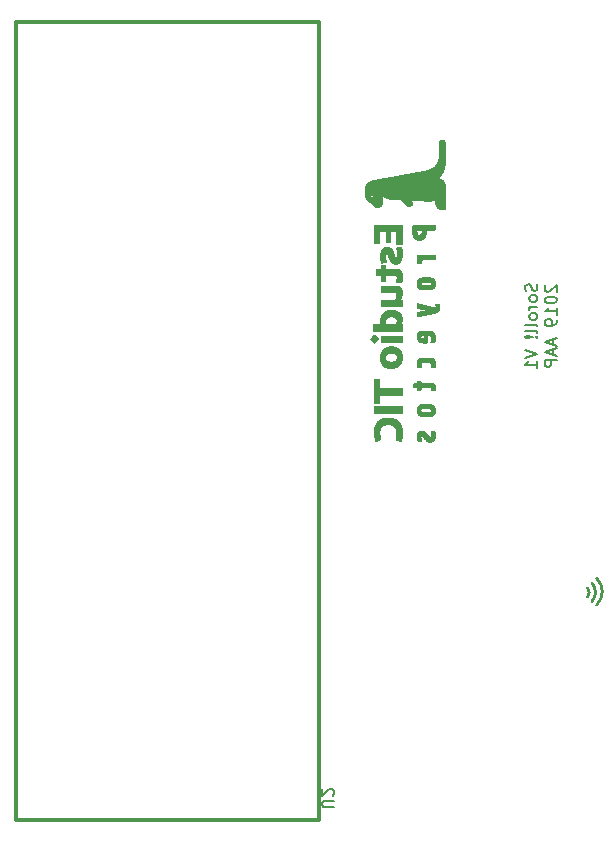
<source format=gbr>
G04 #@! TF.GenerationSoftware,KiCad,Pcbnew,(5.1.0)-1*
G04 #@! TF.CreationDate,2019-05-29T17:20:43+02:00*
G04 #@! TF.ProjectId,Mini-Lora,4d696e69-2d4c-46f7-9261-2e6b69636164,rev?*
G04 #@! TF.SameCoordinates,Original*
G04 #@! TF.FileFunction,Legend,Bot*
G04 #@! TF.FilePolarity,Positive*
%FSLAX46Y46*%
G04 Gerber Fmt 4.6, Leading zero omitted, Abs format (unit mm)*
G04 Created by KiCad (PCBNEW (5.1.0)-1) date 2019-05-29 17:20:43*
%MOMM*%
%LPD*%
G04 APERTURE LIST*
%ADD10C,0.150000*%
%ADD11C,0.010000*%
%ADD12C,0.300000*%
%ADD13C,0.254000*%
G04 APERTURE END LIST*
D10*
X176979761Y-81852380D02*
X177027380Y-81995238D01*
X177027380Y-82233333D01*
X176979761Y-82328571D01*
X176932142Y-82376190D01*
X176836904Y-82423809D01*
X176741666Y-82423809D01*
X176646428Y-82376190D01*
X176598809Y-82328571D01*
X176551190Y-82233333D01*
X176503571Y-82042857D01*
X176455952Y-81947619D01*
X176408333Y-81900000D01*
X176313095Y-81852380D01*
X176217857Y-81852380D01*
X176122619Y-81900000D01*
X176075000Y-81947619D01*
X176027380Y-82042857D01*
X176027380Y-82280952D01*
X176075000Y-82423809D01*
X177027380Y-82995238D02*
X176979761Y-82900000D01*
X176932142Y-82852380D01*
X176836904Y-82804761D01*
X176551190Y-82804761D01*
X176455952Y-82852380D01*
X176408333Y-82900000D01*
X176360714Y-82995238D01*
X176360714Y-83138095D01*
X176408333Y-83233333D01*
X176455952Y-83280952D01*
X176551190Y-83328571D01*
X176836904Y-83328571D01*
X176932142Y-83280952D01*
X176979761Y-83233333D01*
X177027380Y-83138095D01*
X177027380Y-82995238D01*
X177027380Y-83757142D02*
X176360714Y-83757142D01*
X176551190Y-83757142D02*
X176455952Y-83804761D01*
X176408333Y-83852380D01*
X176360714Y-83947619D01*
X176360714Y-84042857D01*
X177027380Y-84519047D02*
X176979761Y-84423809D01*
X176932142Y-84376190D01*
X176836904Y-84328571D01*
X176551190Y-84328571D01*
X176455952Y-84376190D01*
X176408333Y-84423809D01*
X176360714Y-84519047D01*
X176360714Y-84661904D01*
X176408333Y-84757142D01*
X176455952Y-84804761D01*
X176551190Y-84852380D01*
X176836904Y-84852380D01*
X176932142Y-84804761D01*
X176979761Y-84757142D01*
X177027380Y-84661904D01*
X177027380Y-84519047D01*
X177027380Y-85423809D02*
X176979761Y-85328571D01*
X176884523Y-85280952D01*
X176027380Y-85280952D01*
X177027380Y-85947619D02*
X176979761Y-85852380D01*
X176884523Y-85804761D01*
X176027380Y-85804761D01*
X176932142Y-86328571D02*
X176979761Y-86376190D01*
X177027380Y-86328571D01*
X176979761Y-86280952D01*
X176932142Y-86328571D01*
X177027380Y-86328571D01*
X176646428Y-86328571D02*
X176075000Y-86280952D01*
X176027380Y-86328571D01*
X176075000Y-86376190D01*
X176646428Y-86328571D01*
X176027380Y-86328571D01*
X176027380Y-87423809D02*
X177027380Y-87757142D01*
X176027380Y-88090476D01*
X177027380Y-88947619D02*
X177027380Y-88376190D01*
X177027380Y-88661904D02*
X176027380Y-88661904D01*
X176170238Y-88566666D01*
X176265476Y-88471428D01*
X176313095Y-88376190D01*
X177772619Y-81947619D02*
X177725000Y-81995238D01*
X177677380Y-82090476D01*
X177677380Y-82328571D01*
X177725000Y-82423809D01*
X177772619Y-82471428D01*
X177867857Y-82519047D01*
X177963095Y-82519047D01*
X178105952Y-82471428D01*
X178677380Y-81900000D01*
X178677380Y-82519047D01*
X177677380Y-83138095D02*
X177677380Y-83233333D01*
X177725000Y-83328571D01*
X177772619Y-83376190D01*
X177867857Y-83423809D01*
X178058333Y-83471428D01*
X178296428Y-83471428D01*
X178486904Y-83423809D01*
X178582142Y-83376190D01*
X178629761Y-83328571D01*
X178677380Y-83233333D01*
X178677380Y-83138095D01*
X178629761Y-83042857D01*
X178582142Y-82995238D01*
X178486904Y-82947619D01*
X178296428Y-82900000D01*
X178058333Y-82900000D01*
X177867857Y-82947619D01*
X177772619Y-82995238D01*
X177725000Y-83042857D01*
X177677380Y-83138095D01*
X178677380Y-84423809D02*
X178677380Y-83852380D01*
X178677380Y-84138095D02*
X177677380Y-84138095D01*
X177820238Y-84042857D01*
X177915476Y-83947619D01*
X177963095Y-83852380D01*
X178677380Y-84900000D02*
X178677380Y-85090476D01*
X178629761Y-85185714D01*
X178582142Y-85233333D01*
X178439285Y-85328571D01*
X178248809Y-85376190D01*
X177867857Y-85376190D01*
X177772619Y-85328571D01*
X177725000Y-85280952D01*
X177677380Y-85185714D01*
X177677380Y-84995238D01*
X177725000Y-84900000D01*
X177772619Y-84852380D01*
X177867857Y-84804761D01*
X178105952Y-84804761D01*
X178201190Y-84852380D01*
X178248809Y-84900000D01*
X178296428Y-84995238D01*
X178296428Y-85185714D01*
X178248809Y-85280952D01*
X178201190Y-85328571D01*
X178105952Y-85376190D01*
X178391666Y-86519047D02*
X178391666Y-86995238D01*
X178677380Y-86423809D02*
X177677380Y-86757142D01*
X178677380Y-87090476D01*
X178391666Y-87376190D02*
X178391666Y-87852380D01*
X178677380Y-87280952D02*
X177677380Y-87614285D01*
X178677380Y-87947619D01*
X178677380Y-88280952D02*
X177677380Y-88280952D01*
X177677380Y-88661904D01*
X177725000Y-88757142D01*
X177772619Y-88804761D01*
X177867857Y-88852380D01*
X178010714Y-88852380D01*
X178105952Y-88804761D01*
X178153571Y-88757142D01*
X178201190Y-88661904D01*
X178201190Y-88280952D01*
D11*
G36*
X163032326Y-86678540D02*
G01*
X163212553Y-86859985D01*
X163394058Y-86678220D01*
X163575562Y-86496455D01*
X163562071Y-86483755D01*
X163558000Y-86479830D01*
X163550244Y-86472257D01*
X163539128Y-86461358D01*
X163524980Y-86447456D01*
X163508127Y-86430873D01*
X163488895Y-86411930D01*
X163467612Y-86390949D01*
X163444605Y-86368253D01*
X163420201Y-86344163D01*
X163394725Y-86319001D01*
X163381523Y-86305955D01*
X163355964Y-86280724D01*
X163331539Y-86256668D01*
X163308549Y-86234078D01*
X163287292Y-86213247D01*
X163268068Y-86194467D01*
X163251177Y-86178029D01*
X163236919Y-86164225D01*
X163225594Y-86153348D01*
X163217500Y-86145689D01*
X163212937Y-86141539D01*
X163212023Y-86140855D01*
X163209708Y-86142803D01*
X163203688Y-86148459D01*
X163194251Y-86157540D01*
X163181685Y-86169763D01*
X163166277Y-86184845D01*
X163148314Y-86202504D01*
X163128086Y-86222458D01*
X163105877Y-86244422D01*
X163081978Y-86268116D01*
X163056674Y-86293255D01*
X163030839Y-86318975D01*
X162852099Y-86497094D01*
X163032326Y-86678540D01*
X163032326Y-86678540D01*
G37*
X163032326Y-86678540D02*
X163212553Y-86859985D01*
X163394058Y-86678220D01*
X163575562Y-86496455D01*
X163562071Y-86483755D01*
X163558000Y-86479830D01*
X163550244Y-86472257D01*
X163539128Y-86461358D01*
X163524980Y-86447456D01*
X163508127Y-86430873D01*
X163488895Y-86411930D01*
X163467612Y-86390949D01*
X163444605Y-86368253D01*
X163420201Y-86344163D01*
X163394725Y-86319001D01*
X163381523Y-86305955D01*
X163355964Y-86280724D01*
X163331539Y-86256668D01*
X163308549Y-86234078D01*
X163287292Y-86213247D01*
X163268068Y-86194467D01*
X163251177Y-86178029D01*
X163236919Y-86164225D01*
X163225594Y-86153348D01*
X163217500Y-86145689D01*
X163212937Y-86141539D01*
X163212023Y-86140855D01*
X163209708Y-86142803D01*
X163203688Y-86148459D01*
X163194251Y-86157540D01*
X163181685Y-86169763D01*
X163166277Y-86184845D01*
X163148314Y-86202504D01*
X163128086Y-86222458D01*
X163105877Y-86244422D01*
X163081978Y-86268116D01*
X163056674Y-86293255D01*
X163030839Y-86318975D01*
X162852099Y-86497094D01*
X163032326Y-86678540D01*
G36*
X165540355Y-92749089D02*
G01*
X165540355Y-92198755D01*
X163243067Y-92198755D01*
X163243067Y-92749089D01*
X165540355Y-92749089D01*
X165540355Y-92749089D01*
G37*
X165540355Y-92749089D02*
X165540355Y-92198755D01*
X163243067Y-92198755D01*
X163243067Y-92749089D01*
X165540355Y-92749089D01*
G36*
X163672044Y-91916533D02*
G01*
X163672044Y-91196867D01*
X165540355Y-91196867D01*
X165540355Y-90645118D01*
X164609728Y-90645282D01*
X164537571Y-90645291D01*
X164466857Y-90645293D01*
X164397795Y-90645288D01*
X164330595Y-90645277D01*
X164265465Y-90645259D01*
X164202615Y-90645235D01*
X164142253Y-90645205D01*
X164084590Y-90645169D01*
X164029833Y-90645128D01*
X163978193Y-90645082D01*
X163929877Y-90645030D01*
X163885096Y-90644973D01*
X163844059Y-90644912D01*
X163806974Y-90644847D01*
X163774051Y-90644777D01*
X163745499Y-90644704D01*
X163721526Y-90644626D01*
X163702343Y-90644546D01*
X163688158Y-90644462D01*
X163679181Y-90644375D01*
X163675620Y-90644285D01*
X163675572Y-90644276D01*
X163675039Y-90643061D01*
X163674558Y-90639624D01*
X163674129Y-90633720D01*
X163673747Y-90625104D01*
X163673411Y-90613532D01*
X163673119Y-90598757D01*
X163672867Y-90580536D01*
X163672654Y-90558624D01*
X163672478Y-90532774D01*
X163672335Y-90502744D01*
X163672223Y-90468287D01*
X163672141Y-90429158D01*
X163672085Y-90385114D01*
X163672054Y-90335908D01*
X163672044Y-90282861D01*
X163672044Y-89922615D01*
X163458261Y-89922629D01*
X163244478Y-89922642D01*
X163243768Y-90919588D01*
X163243059Y-91916533D01*
X163672044Y-91916533D01*
X163672044Y-91916533D01*
G37*
X163672044Y-91916533D02*
X163672044Y-91196867D01*
X165540355Y-91196867D01*
X165540355Y-90645118D01*
X164609728Y-90645282D01*
X164537571Y-90645291D01*
X164466857Y-90645293D01*
X164397795Y-90645288D01*
X164330595Y-90645277D01*
X164265465Y-90645259D01*
X164202615Y-90645235D01*
X164142253Y-90645205D01*
X164084590Y-90645169D01*
X164029833Y-90645128D01*
X163978193Y-90645082D01*
X163929877Y-90645030D01*
X163885096Y-90644973D01*
X163844059Y-90644912D01*
X163806974Y-90644847D01*
X163774051Y-90644777D01*
X163745499Y-90644704D01*
X163721526Y-90644626D01*
X163702343Y-90644546D01*
X163688158Y-90644462D01*
X163679181Y-90644375D01*
X163675620Y-90644285D01*
X163675572Y-90644276D01*
X163675039Y-90643061D01*
X163674558Y-90639624D01*
X163674129Y-90633720D01*
X163673747Y-90625104D01*
X163673411Y-90613532D01*
X163673119Y-90598757D01*
X163672867Y-90580536D01*
X163672654Y-90558624D01*
X163672478Y-90532774D01*
X163672335Y-90502744D01*
X163672223Y-90468287D01*
X163672141Y-90429158D01*
X163672085Y-90385114D01*
X163672054Y-90335908D01*
X163672044Y-90282861D01*
X163672044Y-89922615D01*
X163458261Y-89922629D01*
X163244478Y-89922642D01*
X163243768Y-90919588D01*
X163243059Y-91916533D01*
X163672044Y-91916533D01*
G36*
X165540355Y-86768800D02*
G01*
X165540355Y-86232578D01*
X163765178Y-86232578D01*
X163765178Y-86768800D01*
X165540355Y-86768800D01*
X165540355Y-86768800D01*
G37*
X165540355Y-86768800D02*
X165540355Y-86232578D01*
X163765178Y-86232578D01*
X163765178Y-86768800D01*
X165540355Y-86768800D01*
G36*
X163672044Y-78347289D02*
G01*
X163672044Y-77390555D01*
X164185689Y-77390555D01*
X164185689Y-78273911D01*
X164586444Y-78273911D01*
X164586444Y-77390555D01*
X165108555Y-77390555D01*
X165108555Y-78420667D01*
X165540355Y-78420667D01*
X165540355Y-76840222D01*
X163243067Y-76840222D01*
X163243067Y-78347289D01*
X163672044Y-78347289D01*
X163672044Y-78347289D01*
G37*
X163672044Y-78347289D02*
X163672044Y-77390555D01*
X164185689Y-77390555D01*
X164185689Y-78273911D01*
X164586444Y-78273911D01*
X164586444Y-77390555D01*
X165108555Y-77390555D01*
X165108555Y-78420667D01*
X165540355Y-78420667D01*
X165540355Y-76840222D01*
X163243067Y-76840222D01*
X163243067Y-78347289D01*
X163672044Y-78347289D01*
G36*
X165540355Y-85783844D02*
G01*
X165540355Y-85241978D01*
X165413301Y-85241978D01*
X165422500Y-85229775D01*
X165427970Y-85222522D01*
X165435732Y-85212229D01*
X165444682Y-85200363D01*
X165452298Y-85190266D01*
X165477047Y-85155423D01*
X165497810Y-85121448D01*
X165515295Y-85086879D01*
X165530210Y-85050255D01*
X165543262Y-85010116D01*
X165548264Y-84992211D01*
X165553109Y-84970289D01*
X165557231Y-84943928D01*
X165560542Y-84914300D01*
X165562950Y-84882575D01*
X165564368Y-84849923D01*
X165564705Y-84817516D01*
X165563924Y-84787600D01*
X165560477Y-84741749D01*
X165554501Y-84694559D01*
X165546259Y-84647296D01*
X165536015Y-84601223D01*
X165524033Y-84557608D01*
X165510578Y-84517715D01*
X165504345Y-84501877D01*
X165500469Y-84493146D01*
X165494626Y-84480757D01*
X165487478Y-84466042D01*
X165479691Y-84450336D01*
X165471929Y-84434972D01*
X165464858Y-84421285D01*
X165459141Y-84410608D01*
X165456872Y-84406600D01*
X165433383Y-84370422D01*
X165405224Y-84333804D01*
X165373186Y-84297734D01*
X165355017Y-84279289D01*
X165336083Y-84261073D01*
X165319463Y-84245950D01*
X165303747Y-84232767D01*
X165287527Y-84220376D01*
X165269393Y-84207623D01*
X165257580Y-84199698D01*
X165204082Y-84167446D01*
X165146438Y-84138747D01*
X165084972Y-84113710D01*
X165020011Y-84092445D01*
X164951879Y-84075060D01*
X164880902Y-84061664D01*
X164822100Y-84053872D01*
X164808852Y-84052413D01*
X164796632Y-84051025D01*
X164787246Y-84049916D01*
X164784000Y-84049507D01*
X164770412Y-84048143D01*
X164752136Y-84046950D01*
X164730123Y-84045941D01*
X164705328Y-84045131D01*
X164678704Y-84044534D01*
X164651204Y-84044162D01*
X164635833Y-84044089D01*
X164635833Y-84582149D01*
X164666963Y-84582302D01*
X164693588Y-84582800D01*
X164716842Y-84583735D01*
X164737860Y-84585205D01*
X164757775Y-84587302D01*
X164777722Y-84590123D01*
X164798835Y-84593763D01*
X164817407Y-84597343D01*
X164866645Y-84609340D01*
X164911648Y-84624820D01*
X164952355Y-84643729D01*
X164988704Y-84666015D01*
X165020633Y-84691625D01*
X165048080Y-84720506D01*
X165070982Y-84752606D01*
X165089277Y-84787872D01*
X165102904Y-84826251D01*
X165107218Y-84843275D01*
X165115265Y-84891178D01*
X165118455Y-84941898D01*
X165116789Y-84995464D01*
X165115600Y-85009443D01*
X165113527Y-85026808D01*
X165110349Y-85048005D01*
X165106364Y-85071399D01*
X165101868Y-85095354D01*
X165097157Y-85118233D01*
X165092528Y-85138402D01*
X165091429Y-85142786D01*
X165087512Y-85157397D01*
X165082923Y-85173417D01*
X165078001Y-85189771D01*
X165073088Y-85205387D01*
X165068524Y-85219191D01*
X165064651Y-85230111D01*
X165061808Y-85237071D01*
X165061066Y-85238459D01*
X165059747Y-85238940D01*
X165056282Y-85239375D01*
X165050448Y-85239765D01*
X165042023Y-85240111D01*
X165030784Y-85240414D01*
X165016507Y-85240676D01*
X164998971Y-85240898D01*
X164977952Y-85241083D01*
X164953228Y-85241230D01*
X164924575Y-85241342D01*
X164891771Y-85241419D01*
X164854593Y-85241464D01*
X164812819Y-85241478D01*
X164766225Y-85241462D01*
X164714588Y-85241418D01*
X164657686Y-85241346D01*
X164614495Y-85241281D01*
X164170167Y-85240567D01*
X164165278Y-85210933D01*
X164161380Y-85185853D01*
X164157669Y-85159289D01*
X164154384Y-85133106D01*
X164151760Y-85109171D01*
X164150346Y-85093530D01*
X164149469Y-85078126D01*
X164148875Y-85058845D01*
X164148565Y-85037236D01*
X164148540Y-85014844D01*
X164148800Y-84993216D01*
X164149344Y-84973900D01*
X164150173Y-84958440D01*
X164150323Y-84956542D01*
X164156873Y-84905124D01*
X164167634Y-84857442D01*
X164182594Y-84813512D01*
X164201741Y-84773348D01*
X164225063Y-84736968D01*
X164252546Y-84704387D01*
X164284178Y-84675621D01*
X164319947Y-84650685D01*
X164359842Y-84629596D01*
X164403848Y-84612370D01*
X164424167Y-84606116D01*
X164453089Y-84598621D01*
X164482112Y-84592684D01*
X164512250Y-84588190D01*
X164544521Y-84585023D01*
X164579940Y-84583068D01*
X164619524Y-84582211D01*
X164635833Y-84582149D01*
X164635833Y-84044089D01*
X164623782Y-84044030D01*
X164597390Y-84044152D01*
X164572981Y-84044540D01*
X164551510Y-84045209D01*
X164537055Y-84045958D01*
X164474932Y-84051969D01*
X164413327Y-84061795D01*
X164353021Y-84075216D01*
X164294797Y-84092014D01*
X164239436Y-84111967D01*
X164187722Y-84134856D01*
X164150411Y-84154611D01*
X164093276Y-84190365D01*
X164040326Y-84229747D01*
X163991497Y-84272834D01*
X163946731Y-84319707D01*
X163905964Y-84370443D01*
X163869137Y-84425122D01*
X163836189Y-84483821D01*
X163807057Y-84546619D01*
X163781682Y-84613596D01*
X163772797Y-84640844D01*
X163759720Y-84685866D01*
X163748826Y-84730499D01*
X163739813Y-84776265D01*
X163732377Y-84824684D01*
X163726733Y-84872267D01*
X163724793Y-84895285D01*
X163723311Y-84922095D01*
X163722287Y-84951623D01*
X163721718Y-84982796D01*
X163721602Y-85014537D01*
X163721937Y-85045773D01*
X163722721Y-85075430D01*
X163723952Y-85102434D01*
X163725629Y-85125709D01*
X163727217Y-85140378D01*
X163728037Y-85146940D01*
X163729331Y-85157664D01*
X163730928Y-85171107D01*
X163732653Y-85185822D01*
X163732784Y-85186944D01*
X163734523Y-85201613D01*
X163736172Y-85215033D01*
X163737554Y-85225791D01*
X163738490Y-85232473D01*
X163738543Y-85232805D01*
X163740033Y-85241978D01*
X163090667Y-85241978D01*
X163090667Y-85783844D01*
X165540355Y-85783844D01*
X165540355Y-85783844D01*
G37*
X165540355Y-85783844D02*
X165540355Y-85241978D01*
X165413301Y-85241978D01*
X165422500Y-85229775D01*
X165427970Y-85222522D01*
X165435732Y-85212229D01*
X165444682Y-85200363D01*
X165452298Y-85190266D01*
X165477047Y-85155423D01*
X165497810Y-85121448D01*
X165515295Y-85086879D01*
X165530210Y-85050255D01*
X165543262Y-85010116D01*
X165548264Y-84992211D01*
X165553109Y-84970289D01*
X165557231Y-84943928D01*
X165560542Y-84914300D01*
X165562950Y-84882575D01*
X165564368Y-84849923D01*
X165564705Y-84817516D01*
X165563924Y-84787600D01*
X165560477Y-84741749D01*
X165554501Y-84694559D01*
X165546259Y-84647296D01*
X165536015Y-84601223D01*
X165524033Y-84557608D01*
X165510578Y-84517715D01*
X165504345Y-84501877D01*
X165500469Y-84493146D01*
X165494626Y-84480757D01*
X165487478Y-84466042D01*
X165479691Y-84450336D01*
X165471929Y-84434972D01*
X165464858Y-84421285D01*
X165459141Y-84410608D01*
X165456872Y-84406600D01*
X165433383Y-84370422D01*
X165405224Y-84333804D01*
X165373186Y-84297734D01*
X165355017Y-84279289D01*
X165336083Y-84261073D01*
X165319463Y-84245950D01*
X165303747Y-84232767D01*
X165287527Y-84220376D01*
X165269393Y-84207623D01*
X165257580Y-84199698D01*
X165204082Y-84167446D01*
X165146438Y-84138747D01*
X165084972Y-84113710D01*
X165020011Y-84092445D01*
X164951879Y-84075060D01*
X164880902Y-84061664D01*
X164822100Y-84053872D01*
X164808852Y-84052413D01*
X164796632Y-84051025D01*
X164787246Y-84049916D01*
X164784000Y-84049507D01*
X164770412Y-84048143D01*
X164752136Y-84046950D01*
X164730123Y-84045941D01*
X164705328Y-84045131D01*
X164678704Y-84044534D01*
X164651204Y-84044162D01*
X164635833Y-84044089D01*
X164635833Y-84582149D01*
X164666963Y-84582302D01*
X164693588Y-84582800D01*
X164716842Y-84583735D01*
X164737860Y-84585205D01*
X164757775Y-84587302D01*
X164777722Y-84590123D01*
X164798835Y-84593763D01*
X164817407Y-84597343D01*
X164866645Y-84609340D01*
X164911648Y-84624820D01*
X164952355Y-84643729D01*
X164988704Y-84666015D01*
X165020633Y-84691625D01*
X165048080Y-84720506D01*
X165070982Y-84752606D01*
X165089277Y-84787872D01*
X165102904Y-84826251D01*
X165107218Y-84843275D01*
X165115265Y-84891178D01*
X165118455Y-84941898D01*
X165116789Y-84995464D01*
X165115600Y-85009443D01*
X165113527Y-85026808D01*
X165110349Y-85048005D01*
X165106364Y-85071399D01*
X165101868Y-85095354D01*
X165097157Y-85118233D01*
X165092528Y-85138402D01*
X165091429Y-85142786D01*
X165087512Y-85157397D01*
X165082923Y-85173417D01*
X165078001Y-85189771D01*
X165073088Y-85205387D01*
X165068524Y-85219191D01*
X165064651Y-85230111D01*
X165061808Y-85237071D01*
X165061066Y-85238459D01*
X165059747Y-85238940D01*
X165056282Y-85239375D01*
X165050448Y-85239765D01*
X165042023Y-85240111D01*
X165030784Y-85240414D01*
X165016507Y-85240676D01*
X164998971Y-85240898D01*
X164977952Y-85241083D01*
X164953228Y-85241230D01*
X164924575Y-85241342D01*
X164891771Y-85241419D01*
X164854593Y-85241464D01*
X164812819Y-85241478D01*
X164766225Y-85241462D01*
X164714588Y-85241418D01*
X164657686Y-85241346D01*
X164614495Y-85241281D01*
X164170167Y-85240567D01*
X164165278Y-85210933D01*
X164161380Y-85185853D01*
X164157669Y-85159289D01*
X164154384Y-85133106D01*
X164151760Y-85109171D01*
X164150346Y-85093530D01*
X164149469Y-85078126D01*
X164148875Y-85058845D01*
X164148565Y-85037236D01*
X164148540Y-85014844D01*
X164148800Y-84993216D01*
X164149344Y-84973900D01*
X164150173Y-84958440D01*
X164150323Y-84956542D01*
X164156873Y-84905124D01*
X164167634Y-84857442D01*
X164182594Y-84813512D01*
X164201741Y-84773348D01*
X164225063Y-84736968D01*
X164252546Y-84704387D01*
X164284178Y-84675621D01*
X164319947Y-84650685D01*
X164359842Y-84629596D01*
X164403848Y-84612370D01*
X164424167Y-84606116D01*
X164453089Y-84598621D01*
X164482112Y-84592684D01*
X164512250Y-84588190D01*
X164544521Y-84585023D01*
X164579940Y-84583068D01*
X164619524Y-84582211D01*
X164635833Y-84582149D01*
X164635833Y-84044089D01*
X164623782Y-84044030D01*
X164597390Y-84044152D01*
X164572981Y-84044540D01*
X164551510Y-84045209D01*
X164537055Y-84045958D01*
X164474932Y-84051969D01*
X164413327Y-84061795D01*
X164353021Y-84075216D01*
X164294797Y-84092014D01*
X164239436Y-84111967D01*
X164187722Y-84134856D01*
X164150411Y-84154611D01*
X164093276Y-84190365D01*
X164040326Y-84229747D01*
X163991497Y-84272834D01*
X163946731Y-84319707D01*
X163905964Y-84370443D01*
X163869137Y-84425122D01*
X163836189Y-84483821D01*
X163807057Y-84546619D01*
X163781682Y-84613596D01*
X163772797Y-84640844D01*
X163759720Y-84685866D01*
X163748826Y-84730499D01*
X163739813Y-84776265D01*
X163732377Y-84824684D01*
X163726733Y-84872267D01*
X163724793Y-84895285D01*
X163723311Y-84922095D01*
X163722287Y-84951623D01*
X163721718Y-84982796D01*
X163721602Y-85014537D01*
X163721937Y-85045773D01*
X163722721Y-85075430D01*
X163723952Y-85102434D01*
X163725629Y-85125709D01*
X163727217Y-85140378D01*
X163728037Y-85146940D01*
X163729331Y-85157664D01*
X163730928Y-85171107D01*
X163732653Y-85185822D01*
X163732784Y-85186944D01*
X163734523Y-85201613D01*
X163736172Y-85215033D01*
X163737554Y-85225791D01*
X163738490Y-85232473D01*
X163738543Y-85232805D01*
X163740033Y-85241978D01*
X163090667Y-85241978D01*
X163090667Y-85783844D01*
X165540355Y-85783844D01*
G36*
X163210808Y-94430696D02*
G01*
X163210931Y-94454891D01*
X163211125Y-94477903D01*
X163211387Y-94498997D01*
X163211715Y-94517436D01*
X163212106Y-94532484D01*
X163212556Y-94543406D01*
X163213065Y-94549466D01*
X163213098Y-94549667D01*
X163213796Y-94555399D01*
X163214673Y-94565204D01*
X163215598Y-94577520D01*
X163216176Y-94586355D01*
X163222304Y-94656806D01*
X163231965Y-94728172D01*
X163244929Y-94799494D01*
X163260968Y-94869815D01*
X163279854Y-94938179D01*
X163301359Y-95003627D01*
X163325254Y-95065202D01*
X163336558Y-95091025D01*
X163340612Y-95100186D01*
X163343533Y-95107257D01*
X163344708Y-95110746D01*
X163344710Y-95110780D01*
X163345042Y-95113685D01*
X163346233Y-95115687D01*
X163348800Y-95116660D01*
X163353260Y-95116481D01*
X163360127Y-95115025D01*
X163369921Y-95112166D01*
X163383155Y-95107781D01*
X163400348Y-95101745D01*
X163422015Y-95093933D01*
X163436737Y-95088576D01*
X163458225Y-95080744D01*
X163478441Y-95073380D01*
X163496661Y-95066747D01*
X163512162Y-95061108D01*
X163524220Y-95056726D01*
X163532112Y-95053865D01*
X163534470Y-95053015D01*
X163541399Y-95050515D01*
X163552754Y-95046395D01*
X163567691Y-95040964D01*
X163585367Y-95034529D01*
X163604938Y-95027399D01*
X163625559Y-95019880D01*
X163646388Y-95012282D01*
X163666580Y-95004911D01*
X163685292Y-94998075D01*
X163701679Y-94992082D01*
X163714898Y-94987240D01*
X163724106Y-94983857D01*
X163727078Y-94982758D01*
X163735985Y-94978887D01*
X163742423Y-94975034D01*
X163744844Y-94972322D01*
X163744463Y-94968052D01*
X163742793Y-94959638D01*
X163740114Y-94948363D01*
X163737236Y-94937429D01*
X163722498Y-94882279D01*
X163709806Y-94831363D01*
X163699018Y-94783713D01*
X163689989Y-94738359D01*
X163682578Y-94694332D01*
X163676642Y-94650664D01*
X163672038Y-94606386D01*
X163668623Y-94560529D01*
X163666254Y-94512125D01*
X163664790Y-94460204D01*
X163664506Y-94443833D01*
X163664113Y-94414237D01*
X163663924Y-94389442D01*
X163663957Y-94368609D01*
X163664229Y-94350899D01*
X163664758Y-94335471D01*
X163665563Y-94321487D01*
X163666659Y-94308106D01*
X163667563Y-94299099D01*
X163676865Y-94233534D01*
X163690409Y-94171684D01*
X163708203Y-94113531D01*
X163730259Y-94059056D01*
X163756584Y-94008240D01*
X163787189Y-93961064D01*
X163822082Y-93917510D01*
X163861273Y-93877558D01*
X163889355Y-93853270D01*
X163928326Y-93824765D01*
X163971656Y-93798648D01*
X164018436Y-93775284D01*
X164067756Y-93755039D01*
X164118705Y-93738278D01*
X164170373Y-93725368D01*
X164221851Y-93716674D01*
X164232255Y-93715450D01*
X164241125Y-93714351D01*
X164247844Y-93713276D01*
X164249768Y-93712829D01*
X164257580Y-93711318D01*
X164270225Y-93710065D01*
X164286898Y-93709072D01*
X164306792Y-93708340D01*
X164329102Y-93707870D01*
X164353022Y-93707663D01*
X164377747Y-93707719D01*
X164402471Y-93708040D01*
X164426389Y-93708626D01*
X164448694Y-93709479D01*
X164468581Y-93710599D01*
X164485245Y-93711988D01*
X164490246Y-93712547D01*
X164556816Y-93723050D01*
X164619853Y-93737912D01*
X164679338Y-93757123D01*
X164735253Y-93780671D01*
X164787578Y-93808546D01*
X164836295Y-93840737D01*
X164881385Y-93877233D01*
X164922827Y-93918022D01*
X164960604Y-93963095D01*
X164983463Y-93995100D01*
X165014055Y-94045755D01*
X165040568Y-94100284D01*
X165062989Y-94158643D01*
X165081305Y-94220790D01*
X165095501Y-94286682D01*
X165105563Y-94356275D01*
X165108621Y-94387389D01*
X165109377Y-94400329D01*
X165109908Y-94418059D01*
X165110225Y-94439732D01*
X165110341Y-94464497D01*
X165110267Y-94491507D01*
X165110015Y-94519912D01*
X165109597Y-94548863D01*
X165109024Y-94577512D01*
X165108308Y-94605009D01*
X165107462Y-94630507D01*
X165106496Y-94653156D01*
X165105422Y-94672107D01*
X165104522Y-94683722D01*
X165099451Y-94734276D01*
X165093783Y-94780869D01*
X165087243Y-94825179D01*
X165079556Y-94868879D01*
X165070448Y-94913646D01*
X165059643Y-94961154D01*
X165057631Y-94969569D01*
X165054455Y-94983036D01*
X165051835Y-94994652D01*
X165050029Y-95003240D01*
X165049294Y-95007624D01*
X165049289Y-95007766D01*
X165049695Y-95008723D01*
X165051209Y-95009851D01*
X165054277Y-95011289D01*
X165059343Y-95013173D01*
X165066853Y-95015641D01*
X165077251Y-95018831D01*
X165090983Y-95022880D01*
X165108494Y-95027925D01*
X165130229Y-95034105D01*
X165156633Y-95041556D01*
X165179111Y-95047878D01*
X165209166Y-95056326D01*
X165239738Y-95064925D01*
X165270209Y-95073502D01*
X165299959Y-95081881D01*
X165328372Y-95089889D01*
X165354828Y-95097351D01*
X165378710Y-95104093D01*
X165399400Y-95109940D01*
X165416278Y-95114718D01*
X165428727Y-95118254D01*
X165433988Y-95119755D01*
X165461675Y-95127690D01*
X165464652Y-95120195D01*
X165468924Y-95108660D01*
X165474354Y-95092806D01*
X165480595Y-95073752D01*
X165487299Y-95052618D01*
X165494119Y-95030523D01*
X165500706Y-95008588D01*
X165506713Y-94987932D01*
X165511791Y-94969674D01*
X165513894Y-94961711D01*
X165524210Y-94919962D01*
X165533158Y-94879719D01*
X165540910Y-94839896D01*
X165547638Y-94799403D01*
X165553515Y-94757153D01*
X165558713Y-94712059D01*
X165563403Y-94663034D01*
X165565914Y-94632922D01*
X165566496Y-94623384D01*
X165567085Y-94609647D01*
X165567672Y-94592340D01*
X165568246Y-94572090D01*
X165568799Y-94549525D01*
X165569321Y-94525273D01*
X165569803Y-94499963D01*
X165570235Y-94474223D01*
X165570609Y-94448680D01*
X165570914Y-94423963D01*
X165571141Y-94400699D01*
X165571280Y-94379517D01*
X165571324Y-94361044D01*
X165571261Y-94345910D01*
X165571082Y-94334741D01*
X165570779Y-94328166D01*
X165570501Y-94326644D01*
X165569792Y-94323377D01*
X165569123Y-94315713D01*
X165568583Y-94304897D01*
X165568317Y-94295599D01*
X165567577Y-94276913D01*
X165566092Y-94254495D01*
X165563965Y-94229172D01*
X165561299Y-94201772D01*
X165558197Y-94173122D01*
X165554763Y-94144048D01*
X165551098Y-94115378D01*
X165547306Y-94087938D01*
X165543490Y-94062555D01*
X165539752Y-94040057D01*
X165536197Y-94021270D01*
X165532926Y-94007021D01*
X165531960Y-94003567D01*
X165530021Y-93996074D01*
X165527694Y-93985722D01*
X165526153Y-93978167D01*
X165521798Y-93958461D01*
X165515683Y-93934706D01*
X165508174Y-93908081D01*
X165499637Y-93879764D01*
X165490439Y-93850934D01*
X165480946Y-93822771D01*
X165471524Y-93796453D01*
X165462539Y-93773160D01*
X165462243Y-93772429D01*
X165452362Y-93749185D01*
X165440741Y-93723661D01*
X165428247Y-93697648D01*
X165415744Y-93672937D01*
X165404098Y-93651318D01*
X165401566Y-93646856D01*
X165395751Y-93636658D01*
X165391176Y-93628482D01*
X165388450Y-93623429D01*
X165387955Y-93622350D01*
X165386421Y-93619374D01*
X165382210Y-93612653D01*
X165375909Y-93603048D01*
X165368103Y-93591420D01*
X165359380Y-93578629D01*
X165350325Y-93565535D01*
X165341526Y-93553000D01*
X165333569Y-93541883D01*
X165327618Y-93533810D01*
X165300283Y-93499821D01*
X165269158Y-93465092D01*
X165235659Y-93431068D01*
X165201197Y-93399197D01*
X165172753Y-93375316D01*
X165115471Y-93333218D01*
X165054477Y-93295352D01*
X164989807Y-93261727D01*
X164921495Y-93232353D01*
X164849574Y-93207238D01*
X164774078Y-93186392D01*
X164695043Y-93169824D01*
X164612501Y-93157543D01*
X164526487Y-93149558D01*
X164437036Y-93145878D01*
X164344181Y-93146512D01*
X164319818Y-93147371D01*
X164230288Y-93153046D01*
X164144796Y-93162597D01*
X164063248Y-93176054D01*
X163985549Y-93193448D01*
X163911605Y-93214809D01*
X163841321Y-93240169D01*
X163774602Y-93269559D01*
X163711355Y-93303008D01*
X163651486Y-93340547D01*
X163594899Y-93382208D01*
X163593022Y-93383705D01*
X163577977Y-93396398D01*
X163560375Y-93412324D01*
X163541304Y-93430407D01*
X163521854Y-93449571D01*
X163503112Y-93468738D01*
X163486168Y-93486835D01*
X163472109Y-93502783D01*
X163469885Y-93505444D01*
X163427156Y-93561481D01*
X163388249Y-93621636D01*
X163353165Y-93685915D01*
X163321900Y-93754323D01*
X163294453Y-93826864D01*
X163270822Y-93903545D01*
X163251006Y-93984371D01*
X163235003Y-94069346D01*
X163222811Y-94158475D01*
X163214429Y-94251765D01*
X163212153Y-94290022D01*
X163211706Y-94301893D01*
X163211348Y-94317732D01*
X163211077Y-94336803D01*
X163210890Y-94358371D01*
X163210785Y-94381700D01*
X163210758Y-94406053D01*
X163210808Y-94430696D01*
X163210808Y-94430696D01*
G37*
X163210808Y-94430696D02*
X163210931Y-94454891D01*
X163211125Y-94477903D01*
X163211387Y-94498997D01*
X163211715Y-94517436D01*
X163212106Y-94532484D01*
X163212556Y-94543406D01*
X163213065Y-94549466D01*
X163213098Y-94549667D01*
X163213796Y-94555399D01*
X163214673Y-94565204D01*
X163215598Y-94577520D01*
X163216176Y-94586355D01*
X163222304Y-94656806D01*
X163231965Y-94728172D01*
X163244929Y-94799494D01*
X163260968Y-94869815D01*
X163279854Y-94938179D01*
X163301359Y-95003627D01*
X163325254Y-95065202D01*
X163336558Y-95091025D01*
X163340612Y-95100186D01*
X163343533Y-95107257D01*
X163344708Y-95110746D01*
X163344710Y-95110780D01*
X163345042Y-95113685D01*
X163346233Y-95115687D01*
X163348800Y-95116660D01*
X163353260Y-95116481D01*
X163360127Y-95115025D01*
X163369921Y-95112166D01*
X163383155Y-95107781D01*
X163400348Y-95101745D01*
X163422015Y-95093933D01*
X163436737Y-95088576D01*
X163458225Y-95080744D01*
X163478441Y-95073380D01*
X163496661Y-95066747D01*
X163512162Y-95061108D01*
X163524220Y-95056726D01*
X163532112Y-95053865D01*
X163534470Y-95053015D01*
X163541399Y-95050515D01*
X163552754Y-95046395D01*
X163567691Y-95040964D01*
X163585367Y-95034529D01*
X163604938Y-95027399D01*
X163625559Y-95019880D01*
X163646388Y-95012282D01*
X163666580Y-95004911D01*
X163685292Y-94998075D01*
X163701679Y-94992082D01*
X163714898Y-94987240D01*
X163724106Y-94983857D01*
X163727078Y-94982758D01*
X163735985Y-94978887D01*
X163742423Y-94975034D01*
X163744844Y-94972322D01*
X163744463Y-94968052D01*
X163742793Y-94959638D01*
X163740114Y-94948363D01*
X163737236Y-94937429D01*
X163722498Y-94882279D01*
X163709806Y-94831363D01*
X163699018Y-94783713D01*
X163689989Y-94738359D01*
X163682578Y-94694332D01*
X163676642Y-94650664D01*
X163672038Y-94606386D01*
X163668623Y-94560529D01*
X163666254Y-94512125D01*
X163664790Y-94460204D01*
X163664506Y-94443833D01*
X163664113Y-94414237D01*
X163663924Y-94389442D01*
X163663957Y-94368609D01*
X163664229Y-94350899D01*
X163664758Y-94335471D01*
X163665563Y-94321487D01*
X163666659Y-94308106D01*
X163667563Y-94299099D01*
X163676865Y-94233534D01*
X163690409Y-94171684D01*
X163708203Y-94113531D01*
X163730259Y-94059056D01*
X163756584Y-94008240D01*
X163787189Y-93961064D01*
X163822082Y-93917510D01*
X163861273Y-93877558D01*
X163889355Y-93853270D01*
X163928326Y-93824765D01*
X163971656Y-93798648D01*
X164018436Y-93775284D01*
X164067756Y-93755039D01*
X164118705Y-93738278D01*
X164170373Y-93725368D01*
X164221851Y-93716674D01*
X164232255Y-93715450D01*
X164241125Y-93714351D01*
X164247844Y-93713276D01*
X164249768Y-93712829D01*
X164257580Y-93711318D01*
X164270225Y-93710065D01*
X164286898Y-93709072D01*
X164306792Y-93708340D01*
X164329102Y-93707870D01*
X164353022Y-93707663D01*
X164377747Y-93707719D01*
X164402471Y-93708040D01*
X164426389Y-93708626D01*
X164448694Y-93709479D01*
X164468581Y-93710599D01*
X164485245Y-93711988D01*
X164490246Y-93712547D01*
X164556816Y-93723050D01*
X164619853Y-93737912D01*
X164679338Y-93757123D01*
X164735253Y-93780671D01*
X164787578Y-93808546D01*
X164836295Y-93840737D01*
X164881385Y-93877233D01*
X164922827Y-93918022D01*
X164960604Y-93963095D01*
X164983463Y-93995100D01*
X165014055Y-94045755D01*
X165040568Y-94100284D01*
X165062989Y-94158643D01*
X165081305Y-94220790D01*
X165095501Y-94286682D01*
X165105563Y-94356275D01*
X165108621Y-94387389D01*
X165109377Y-94400329D01*
X165109908Y-94418059D01*
X165110225Y-94439732D01*
X165110341Y-94464497D01*
X165110267Y-94491507D01*
X165110015Y-94519912D01*
X165109597Y-94548863D01*
X165109024Y-94577512D01*
X165108308Y-94605009D01*
X165107462Y-94630507D01*
X165106496Y-94653156D01*
X165105422Y-94672107D01*
X165104522Y-94683722D01*
X165099451Y-94734276D01*
X165093783Y-94780869D01*
X165087243Y-94825179D01*
X165079556Y-94868879D01*
X165070448Y-94913646D01*
X165059643Y-94961154D01*
X165057631Y-94969569D01*
X165054455Y-94983036D01*
X165051835Y-94994652D01*
X165050029Y-95003240D01*
X165049294Y-95007624D01*
X165049289Y-95007766D01*
X165049695Y-95008723D01*
X165051209Y-95009851D01*
X165054277Y-95011289D01*
X165059343Y-95013173D01*
X165066853Y-95015641D01*
X165077251Y-95018831D01*
X165090983Y-95022880D01*
X165108494Y-95027925D01*
X165130229Y-95034105D01*
X165156633Y-95041556D01*
X165179111Y-95047878D01*
X165209166Y-95056326D01*
X165239738Y-95064925D01*
X165270209Y-95073502D01*
X165299959Y-95081881D01*
X165328372Y-95089889D01*
X165354828Y-95097351D01*
X165378710Y-95104093D01*
X165399400Y-95109940D01*
X165416278Y-95114718D01*
X165428727Y-95118254D01*
X165433988Y-95119755D01*
X165461675Y-95127690D01*
X165464652Y-95120195D01*
X165468924Y-95108660D01*
X165474354Y-95092806D01*
X165480595Y-95073752D01*
X165487299Y-95052618D01*
X165494119Y-95030523D01*
X165500706Y-95008588D01*
X165506713Y-94987932D01*
X165511791Y-94969674D01*
X165513894Y-94961711D01*
X165524210Y-94919962D01*
X165533158Y-94879719D01*
X165540910Y-94839896D01*
X165547638Y-94799403D01*
X165553515Y-94757153D01*
X165558713Y-94712059D01*
X165563403Y-94663034D01*
X165565914Y-94632922D01*
X165566496Y-94623384D01*
X165567085Y-94609647D01*
X165567672Y-94592340D01*
X165568246Y-94572090D01*
X165568799Y-94549525D01*
X165569321Y-94525273D01*
X165569803Y-94499963D01*
X165570235Y-94474223D01*
X165570609Y-94448680D01*
X165570914Y-94423963D01*
X165571141Y-94400699D01*
X165571280Y-94379517D01*
X165571324Y-94361044D01*
X165571261Y-94345910D01*
X165571082Y-94334741D01*
X165570779Y-94328166D01*
X165570501Y-94326644D01*
X165569792Y-94323377D01*
X165569123Y-94315713D01*
X165568583Y-94304897D01*
X165568317Y-94295599D01*
X165567577Y-94276913D01*
X165566092Y-94254495D01*
X165563965Y-94229172D01*
X165561299Y-94201772D01*
X165558197Y-94173122D01*
X165554763Y-94144048D01*
X165551098Y-94115378D01*
X165547306Y-94087938D01*
X165543490Y-94062555D01*
X165539752Y-94040057D01*
X165536197Y-94021270D01*
X165532926Y-94007021D01*
X165531960Y-94003567D01*
X165530021Y-93996074D01*
X165527694Y-93985722D01*
X165526153Y-93978167D01*
X165521798Y-93958461D01*
X165515683Y-93934706D01*
X165508174Y-93908081D01*
X165499637Y-93879764D01*
X165490439Y-93850934D01*
X165480946Y-93822771D01*
X165471524Y-93796453D01*
X165462539Y-93773160D01*
X165462243Y-93772429D01*
X165452362Y-93749185D01*
X165440741Y-93723661D01*
X165428247Y-93697648D01*
X165415744Y-93672937D01*
X165404098Y-93651318D01*
X165401566Y-93646856D01*
X165395751Y-93636658D01*
X165391176Y-93628482D01*
X165388450Y-93623429D01*
X165387955Y-93622350D01*
X165386421Y-93619374D01*
X165382210Y-93612653D01*
X165375909Y-93603048D01*
X165368103Y-93591420D01*
X165359380Y-93578629D01*
X165350325Y-93565535D01*
X165341526Y-93553000D01*
X165333569Y-93541883D01*
X165327618Y-93533810D01*
X165300283Y-93499821D01*
X165269158Y-93465092D01*
X165235659Y-93431068D01*
X165201197Y-93399197D01*
X165172753Y-93375316D01*
X165115471Y-93333218D01*
X165054477Y-93295352D01*
X164989807Y-93261727D01*
X164921495Y-93232353D01*
X164849574Y-93207238D01*
X164774078Y-93186392D01*
X164695043Y-93169824D01*
X164612501Y-93157543D01*
X164526487Y-93149558D01*
X164437036Y-93145878D01*
X164344181Y-93146512D01*
X164319818Y-93147371D01*
X164230288Y-93153046D01*
X164144796Y-93162597D01*
X164063248Y-93176054D01*
X163985549Y-93193448D01*
X163911605Y-93214809D01*
X163841321Y-93240169D01*
X163774602Y-93269559D01*
X163711355Y-93303008D01*
X163651486Y-93340547D01*
X163594899Y-93382208D01*
X163593022Y-93383705D01*
X163577977Y-93396398D01*
X163560375Y-93412324D01*
X163541304Y-93430407D01*
X163521854Y-93449571D01*
X163503112Y-93468738D01*
X163486168Y-93486835D01*
X163472109Y-93502783D01*
X163469885Y-93505444D01*
X163427156Y-93561481D01*
X163388249Y-93621636D01*
X163353165Y-93685915D01*
X163321900Y-93754323D01*
X163294453Y-93826864D01*
X163270822Y-93903545D01*
X163251006Y-93984371D01*
X163235003Y-94069346D01*
X163222811Y-94158475D01*
X163214429Y-94251765D01*
X163212153Y-94290022D01*
X163211706Y-94301893D01*
X163211348Y-94317732D01*
X163211077Y-94336803D01*
X163210890Y-94358371D01*
X163210785Y-94381700D01*
X163210758Y-94406053D01*
X163210808Y-94430696D01*
G36*
X163721609Y-88090230D02*
G01*
X163721855Y-88110131D01*
X163722247Y-88127111D01*
X163722791Y-88140215D01*
X163722983Y-88143222D01*
X163730087Y-88217708D01*
X163740503Y-88287841D01*
X163754326Y-88353904D01*
X163771649Y-88416183D01*
X163792568Y-88474960D01*
X163817175Y-88530519D01*
X163845566Y-88583146D01*
X163877835Y-88633123D01*
X163891913Y-88652521D01*
X163905433Y-88669514D01*
X163921823Y-88688473D01*
X163939888Y-88708138D01*
X163958434Y-88727248D01*
X163976264Y-88744546D01*
X163992185Y-88758771D01*
X163994798Y-88760943D01*
X164044998Y-88798781D01*
X164098241Y-88832472D01*
X164154656Y-88862055D01*
X164214373Y-88887571D01*
X164277521Y-88909060D01*
X164344230Y-88926561D01*
X164414630Y-88940116D01*
X164488850Y-88949764D01*
X164567019Y-88955545D01*
X164628778Y-88957373D01*
X164651255Y-88957529D01*
X164673770Y-88957489D01*
X164695138Y-88957268D01*
X164714179Y-88956884D01*
X164729709Y-88956352D01*
X164738844Y-88955830D01*
X164810210Y-88948549D01*
X164877889Y-88937713D01*
X164942723Y-88923138D01*
X165005550Y-88904643D01*
X165053522Y-88887449D01*
X165080494Y-88876013D01*
X165110319Y-88861627D01*
X165141616Y-88845072D01*
X165173006Y-88827133D01*
X165203108Y-88808592D01*
X165230543Y-88790232D01*
X165249790Y-88776087D01*
X165299640Y-88733931D01*
X165345852Y-88687497D01*
X165388295Y-88636927D01*
X165426836Y-88582368D01*
X165427934Y-88580667D01*
X165437353Y-88565944D01*
X165444666Y-88554212D01*
X165450763Y-88543909D01*
X165456531Y-88533474D01*
X165462858Y-88521345D01*
X165470634Y-88505960D01*
X165472090Y-88503055D01*
X165496918Y-88449324D01*
X165518226Y-88394045D01*
X165536227Y-88336479D01*
X165551134Y-88275883D01*
X165563161Y-88211516D01*
X165570263Y-88161567D01*
X165571298Y-88150537D01*
X165572286Y-88134871D01*
X165573208Y-88115481D01*
X165574045Y-88093278D01*
X165574779Y-88069177D01*
X165575389Y-88044088D01*
X165575858Y-88018924D01*
X165576166Y-87994599D01*
X165576295Y-87972023D01*
X165576225Y-87952111D01*
X165575938Y-87935773D01*
X165575415Y-87923922D01*
X165575237Y-87921678D01*
X165569800Y-87869408D01*
X165563343Y-87821692D01*
X165555664Y-87777498D01*
X165546563Y-87735794D01*
X165535838Y-87695549D01*
X165523510Y-87656389D01*
X165517044Y-87637501D01*
X165511429Y-87621859D01*
X165506061Y-87608032D01*
X165500339Y-87594587D01*
X165493659Y-87580091D01*
X165485418Y-87563113D01*
X165477772Y-87547733D01*
X165446287Y-87490819D01*
X165410656Y-87437728D01*
X165370908Y-87388484D01*
X165327074Y-87343114D01*
X165279185Y-87301644D01*
X165227272Y-87264101D01*
X165171366Y-87230510D01*
X165111496Y-87200897D01*
X165047694Y-87175289D01*
X165035178Y-87170895D01*
X165005336Y-87161569D01*
X164971342Y-87152522D01*
X164934691Y-87144059D01*
X164896875Y-87136488D01*
X164859387Y-87130113D01*
X164823720Y-87125241D01*
X164800933Y-87122913D01*
X164789549Y-87121849D01*
X164779544Y-87120750D01*
X164772975Y-87119843D01*
X164772711Y-87119796D01*
X164766511Y-87119181D01*
X164755567Y-87118652D01*
X164740779Y-87118213D01*
X164723046Y-87117869D01*
X164703268Y-87117624D01*
X164682345Y-87117481D01*
X164669868Y-87117461D01*
X164669868Y-87662095D01*
X164696412Y-87662333D01*
X164721383Y-87662815D01*
X164743768Y-87663542D01*
X164762557Y-87664512D01*
X164776736Y-87665727D01*
X164776944Y-87665751D01*
X164831004Y-87673645D01*
X164880175Y-87684123D01*
X164924639Y-87697285D01*
X164964577Y-87713234D01*
X165000170Y-87732070D01*
X165031598Y-87753895D01*
X165059042Y-87778809D01*
X165082684Y-87806914D01*
X165102704Y-87838311D01*
X165109750Y-87851840D01*
X165123876Y-87885958D01*
X165134881Y-87923944D01*
X165142641Y-87964886D01*
X165147034Y-88007869D01*
X165147936Y-88051980D01*
X165145226Y-88096306D01*
X165144035Y-88106791D01*
X165136980Y-88149397D01*
X165126827Y-88187609D01*
X165113366Y-88221886D01*
X165096388Y-88252683D01*
X165075683Y-88280458D01*
X165053810Y-88303135D01*
X165039569Y-88315804D01*
X165026489Y-88326083D01*
X165012832Y-88335158D01*
X164996858Y-88344214D01*
X164983283Y-88351219D01*
X164945936Y-88367398D01*
X164903730Y-88380825D01*
X164856655Y-88391499D01*
X164804699Y-88399424D01*
X164747851Y-88404599D01*
X164686100Y-88407026D01*
X164619434Y-88406708D01*
X164572333Y-88404975D01*
X164512981Y-88400386D01*
X164458258Y-88392590D01*
X164408125Y-88381552D01*
X164362543Y-88367240D01*
X164321475Y-88349618D01*
X164284880Y-88328653D01*
X164252720Y-88304311D01*
X164224957Y-88276558D01*
X164201551Y-88245361D01*
X164182465Y-88210685D01*
X164167658Y-88172497D01*
X164157093Y-88130762D01*
X164150731Y-88085448D01*
X164148532Y-88036519D01*
X164148530Y-88034567D01*
X164150602Y-87985990D01*
X164156805Y-87941191D01*
X164167212Y-87900025D01*
X164181892Y-87862349D01*
X164200916Y-87828021D01*
X164224355Y-87796897D01*
X164252280Y-87768834D01*
X164284760Y-87743689D01*
X164295755Y-87736471D01*
X164326777Y-87719395D01*
X164362689Y-87704164D01*
X164402996Y-87690925D01*
X164447206Y-87679823D01*
X164494825Y-87671004D01*
X164534233Y-87665782D01*
X164548967Y-87664559D01*
X164568198Y-87663579D01*
X164590916Y-87662843D01*
X164616109Y-87662350D01*
X164642763Y-87662100D01*
X164669868Y-87662095D01*
X164669868Y-87117461D01*
X164661176Y-87117447D01*
X164640662Y-87117524D01*
X164621702Y-87117718D01*
X164605196Y-87118033D01*
X164592044Y-87118473D01*
X164585033Y-87118879D01*
X164539367Y-87122870D01*
X164497965Y-87127576D01*
X164459464Y-87133233D01*
X164422505Y-87140081D01*
X164385727Y-87148357D01*
X164347767Y-87158301D01*
X164328781Y-87163720D01*
X164315850Y-87167560D01*
X164304423Y-87171069D01*
X164295897Y-87173811D01*
X164292092Y-87175163D01*
X164287128Y-87177137D01*
X164278157Y-87180653D01*
X164266434Y-87185220D01*
X164253217Y-87190348D01*
X164252722Y-87190540D01*
X164210792Y-87208372D01*
X164167679Y-87229661D01*
X164125286Y-87253367D01*
X164085519Y-87278452D01*
X164064333Y-87293278D01*
X164025333Y-87324058D01*
X163986509Y-87359096D01*
X163949137Y-87397111D01*
X163914496Y-87436827D01*
X163891864Y-87465889D01*
X163858291Y-87515693D01*
X163827864Y-87569702D01*
X163800823Y-87627280D01*
X163777404Y-87687797D01*
X163757845Y-87750617D01*
X163742383Y-87815109D01*
X163731257Y-87880639D01*
X163728788Y-87900511D01*
X163727251Y-87913965D01*
X163725759Y-87926881D01*
X163724558Y-87937144D01*
X163724215Y-87940022D01*
X163723498Y-87949039D01*
X163722882Y-87962748D01*
X163722372Y-87980197D01*
X163721973Y-88000434D01*
X163721691Y-88022508D01*
X163721533Y-88045466D01*
X163721504Y-88068357D01*
X163721609Y-88090230D01*
X163721609Y-88090230D01*
G37*
X163721609Y-88090230D02*
X163721855Y-88110131D01*
X163722247Y-88127111D01*
X163722791Y-88140215D01*
X163722983Y-88143222D01*
X163730087Y-88217708D01*
X163740503Y-88287841D01*
X163754326Y-88353904D01*
X163771649Y-88416183D01*
X163792568Y-88474960D01*
X163817175Y-88530519D01*
X163845566Y-88583146D01*
X163877835Y-88633123D01*
X163891913Y-88652521D01*
X163905433Y-88669514D01*
X163921823Y-88688473D01*
X163939888Y-88708138D01*
X163958434Y-88727248D01*
X163976264Y-88744546D01*
X163992185Y-88758771D01*
X163994798Y-88760943D01*
X164044998Y-88798781D01*
X164098241Y-88832472D01*
X164154656Y-88862055D01*
X164214373Y-88887571D01*
X164277521Y-88909060D01*
X164344230Y-88926561D01*
X164414630Y-88940116D01*
X164488850Y-88949764D01*
X164567019Y-88955545D01*
X164628778Y-88957373D01*
X164651255Y-88957529D01*
X164673770Y-88957489D01*
X164695138Y-88957268D01*
X164714179Y-88956884D01*
X164729709Y-88956352D01*
X164738844Y-88955830D01*
X164810210Y-88948549D01*
X164877889Y-88937713D01*
X164942723Y-88923138D01*
X165005550Y-88904643D01*
X165053522Y-88887449D01*
X165080494Y-88876013D01*
X165110319Y-88861627D01*
X165141616Y-88845072D01*
X165173006Y-88827133D01*
X165203108Y-88808592D01*
X165230543Y-88790232D01*
X165249790Y-88776087D01*
X165299640Y-88733931D01*
X165345852Y-88687497D01*
X165388295Y-88636927D01*
X165426836Y-88582368D01*
X165427934Y-88580667D01*
X165437353Y-88565944D01*
X165444666Y-88554212D01*
X165450763Y-88543909D01*
X165456531Y-88533474D01*
X165462858Y-88521345D01*
X165470634Y-88505960D01*
X165472090Y-88503055D01*
X165496918Y-88449324D01*
X165518226Y-88394045D01*
X165536227Y-88336479D01*
X165551134Y-88275883D01*
X165563161Y-88211516D01*
X165570263Y-88161567D01*
X165571298Y-88150537D01*
X165572286Y-88134871D01*
X165573208Y-88115481D01*
X165574045Y-88093278D01*
X165574779Y-88069177D01*
X165575389Y-88044088D01*
X165575858Y-88018924D01*
X165576166Y-87994599D01*
X165576295Y-87972023D01*
X165576225Y-87952111D01*
X165575938Y-87935773D01*
X165575415Y-87923922D01*
X165575237Y-87921678D01*
X165569800Y-87869408D01*
X165563343Y-87821692D01*
X165555664Y-87777498D01*
X165546563Y-87735794D01*
X165535838Y-87695549D01*
X165523510Y-87656389D01*
X165517044Y-87637501D01*
X165511429Y-87621859D01*
X165506061Y-87608032D01*
X165500339Y-87594587D01*
X165493659Y-87580091D01*
X165485418Y-87563113D01*
X165477772Y-87547733D01*
X165446287Y-87490819D01*
X165410656Y-87437728D01*
X165370908Y-87388484D01*
X165327074Y-87343114D01*
X165279185Y-87301644D01*
X165227272Y-87264101D01*
X165171366Y-87230510D01*
X165111496Y-87200897D01*
X165047694Y-87175289D01*
X165035178Y-87170895D01*
X165005336Y-87161569D01*
X164971342Y-87152522D01*
X164934691Y-87144059D01*
X164896875Y-87136488D01*
X164859387Y-87130113D01*
X164823720Y-87125241D01*
X164800933Y-87122913D01*
X164789549Y-87121849D01*
X164779544Y-87120750D01*
X164772975Y-87119843D01*
X164772711Y-87119796D01*
X164766511Y-87119181D01*
X164755567Y-87118652D01*
X164740779Y-87118213D01*
X164723046Y-87117869D01*
X164703268Y-87117624D01*
X164682345Y-87117481D01*
X164669868Y-87117461D01*
X164669868Y-87662095D01*
X164696412Y-87662333D01*
X164721383Y-87662815D01*
X164743768Y-87663542D01*
X164762557Y-87664512D01*
X164776736Y-87665727D01*
X164776944Y-87665751D01*
X164831004Y-87673645D01*
X164880175Y-87684123D01*
X164924639Y-87697285D01*
X164964577Y-87713234D01*
X165000170Y-87732070D01*
X165031598Y-87753895D01*
X165059042Y-87778809D01*
X165082684Y-87806914D01*
X165102704Y-87838311D01*
X165109750Y-87851840D01*
X165123876Y-87885958D01*
X165134881Y-87923944D01*
X165142641Y-87964886D01*
X165147034Y-88007869D01*
X165147936Y-88051980D01*
X165145226Y-88096306D01*
X165144035Y-88106791D01*
X165136980Y-88149397D01*
X165126827Y-88187609D01*
X165113366Y-88221886D01*
X165096388Y-88252683D01*
X165075683Y-88280458D01*
X165053810Y-88303135D01*
X165039569Y-88315804D01*
X165026489Y-88326083D01*
X165012832Y-88335158D01*
X164996858Y-88344214D01*
X164983283Y-88351219D01*
X164945936Y-88367398D01*
X164903730Y-88380825D01*
X164856655Y-88391499D01*
X164804699Y-88399424D01*
X164747851Y-88404599D01*
X164686100Y-88407026D01*
X164619434Y-88406708D01*
X164572333Y-88404975D01*
X164512981Y-88400386D01*
X164458258Y-88392590D01*
X164408125Y-88381552D01*
X164362543Y-88367240D01*
X164321475Y-88349618D01*
X164284880Y-88328653D01*
X164252720Y-88304311D01*
X164224957Y-88276558D01*
X164201551Y-88245361D01*
X164182465Y-88210685D01*
X164167658Y-88172497D01*
X164157093Y-88130762D01*
X164150731Y-88085448D01*
X164148532Y-88036519D01*
X164148530Y-88034567D01*
X164150602Y-87985990D01*
X164156805Y-87941191D01*
X164167212Y-87900025D01*
X164181892Y-87862349D01*
X164200916Y-87828021D01*
X164224355Y-87796897D01*
X164252280Y-87768834D01*
X164284760Y-87743689D01*
X164295755Y-87736471D01*
X164326777Y-87719395D01*
X164362689Y-87704164D01*
X164402996Y-87690925D01*
X164447206Y-87679823D01*
X164494825Y-87671004D01*
X164534233Y-87665782D01*
X164548967Y-87664559D01*
X164568198Y-87663579D01*
X164590916Y-87662843D01*
X164616109Y-87662350D01*
X164642763Y-87662100D01*
X164669868Y-87662095D01*
X164669868Y-87117461D01*
X164661176Y-87117447D01*
X164640662Y-87117524D01*
X164621702Y-87117718D01*
X164605196Y-87118033D01*
X164592044Y-87118473D01*
X164585033Y-87118879D01*
X164539367Y-87122870D01*
X164497965Y-87127576D01*
X164459464Y-87133233D01*
X164422505Y-87140081D01*
X164385727Y-87148357D01*
X164347767Y-87158301D01*
X164328781Y-87163720D01*
X164315850Y-87167560D01*
X164304423Y-87171069D01*
X164295897Y-87173811D01*
X164292092Y-87175163D01*
X164287128Y-87177137D01*
X164278157Y-87180653D01*
X164266434Y-87185220D01*
X164253217Y-87190348D01*
X164252722Y-87190540D01*
X164210792Y-87208372D01*
X164167679Y-87229661D01*
X164125286Y-87253367D01*
X164085519Y-87278452D01*
X164064333Y-87293278D01*
X164025333Y-87324058D01*
X163986509Y-87359096D01*
X163949137Y-87397111D01*
X163914496Y-87436827D01*
X163891864Y-87465889D01*
X163858291Y-87515693D01*
X163827864Y-87569702D01*
X163800823Y-87627280D01*
X163777404Y-87687797D01*
X163757845Y-87750617D01*
X163742383Y-87815109D01*
X163731257Y-87880639D01*
X163728788Y-87900511D01*
X163727251Y-87913965D01*
X163725759Y-87926881D01*
X163724558Y-87937144D01*
X163724215Y-87940022D01*
X163723498Y-87949039D01*
X163722882Y-87962748D01*
X163722372Y-87980197D01*
X163721973Y-88000434D01*
X163721691Y-88022508D01*
X163721533Y-88045466D01*
X163721504Y-88068357D01*
X163721609Y-88090230D01*
G36*
X164310572Y-82518765D02*
G01*
X164365728Y-82518794D01*
X164419423Y-82518830D01*
X164471381Y-82518875D01*
X164521324Y-82518928D01*
X164568976Y-82518987D01*
X164614061Y-82519053D01*
X164656303Y-82519124D01*
X164695424Y-82519201D01*
X164731148Y-82519282D01*
X164763199Y-82519367D01*
X164791301Y-82519455D01*
X164815176Y-82519547D01*
X164834548Y-82519640D01*
X164849141Y-82519735D01*
X164858678Y-82519831D01*
X164862882Y-82519927D01*
X164863022Y-82519940D01*
X164868756Y-82520484D01*
X164878564Y-82521196D01*
X164890882Y-82521970D01*
X164899711Y-82522465D01*
X164915860Y-82523656D01*
X164933463Y-82525470D01*
X164949549Y-82527586D01*
X164954744Y-82528420D01*
X164988203Y-82535719D01*
X165016760Y-82545460D01*
X165040760Y-82558007D01*
X165060551Y-82573723D01*
X165076478Y-82592973D01*
X165088888Y-82616120D01*
X165098127Y-82643530D01*
X165104540Y-82675566D01*
X165106149Y-82687666D01*
X165107271Y-82701842D01*
X165107914Y-82720453D01*
X165108109Y-82742314D01*
X165107883Y-82766240D01*
X165107267Y-82791046D01*
X165106288Y-82815544D01*
X165104974Y-82838550D01*
X165103356Y-82858878D01*
X165101631Y-82874133D01*
X165095355Y-82913492D01*
X165087333Y-82953714D01*
X165077852Y-82993775D01*
X165067200Y-83032650D01*
X165055665Y-83069311D01*
X165043534Y-83102736D01*
X165031097Y-83131898D01*
X165026762Y-83140833D01*
X165019655Y-83154944D01*
X164392417Y-83155656D01*
X163765178Y-83156368D01*
X163765178Y-83695400D01*
X165540355Y-83695400D01*
X165540355Y-83156355D01*
X165450044Y-83156355D01*
X165424237Y-83156339D01*
X165403584Y-83156241D01*
X165387594Y-83155990D01*
X165375776Y-83155513D01*
X165367639Y-83154738D01*
X165362692Y-83153592D01*
X165360445Y-83152004D01*
X165360406Y-83149901D01*
X165362086Y-83147212D01*
X165364993Y-83143863D01*
X165365016Y-83143837D01*
X165373119Y-83133816D01*
X165383290Y-83119516D01*
X165395067Y-83101707D01*
X165407987Y-83081155D01*
X165421590Y-83058629D01*
X165435412Y-83034896D01*
X165448991Y-83010725D01*
X165461866Y-82986883D01*
X165473575Y-82964138D01*
X165475527Y-82960211D01*
X165498155Y-82912395D01*
X165517312Y-82867276D01*
X165533464Y-82823502D01*
X165547072Y-82779723D01*
X165558602Y-82734586D01*
X165567505Y-82692100D01*
X165569775Y-82679757D01*
X165571565Y-82668654D01*
X165572945Y-82657815D01*
X165573985Y-82646263D01*
X165574756Y-82633021D01*
X165575328Y-82617112D01*
X165575773Y-82597561D01*
X165576160Y-82573390D01*
X165576179Y-82572056D01*
X165576432Y-82551314D01*
X165576584Y-82532460D01*
X165576637Y-82516218D01*
X165576591Y-82503310D01*
X165576445Y-82494459D01*
X165576200Y-82490388D01*
X165576141Y-82490212D01*
X165575404Y-82486972D01*
X165574491Y-82479535D01*
X165573572Y-82469340D01*
X165573346Y-82466322D01*
X165572474Y-82454936D01*
X165571529Y-82444787D01*
X165570335Y-82434475D01*
X165568717Y-82422599D01*
X165566500Y-82407761D01*
X165563975Y-82391533D01*
X165555424Y-82347794D01*
X165543768Y-82304755D01*
X165529408Y-82263522D01*
X165512743Y-82225204D01*
X165494173Y-82190907D01*
X165488100Y-82181278D01*
X165465106Y-82150523D01*
X165437551Y-82121037D01*
X165406509Y-82093791D01*
X165373057Y-82069756D01*
X165348444Y-82055180D01*
X165314495Y-82039091D01*
X165275748Y-82024788D01*
X165232806Y-82012415D01*
X165186271Y-82002117D01*
X165136746Y-81994038D01*
X165084833Y-81988322D01*
X165061989Y-81986630D01*
X165047667Y-81985640D01*
X165032803Y-81984480D01*
X165020208Y-81983372D01*
X165018244Y-81983179D01*
X165013699Y-81983002D01*
X165003775Y-81982826D01*
X164988738Y-81982652D01*
X164968854Y-81982481D01*
X164944388Y-81982314D01*
X164915606Y-81982152D01*
X164882773Y-81981996D01*
X164846156Y-81981846D01*
X164806020Y-81981704D01*
X164762631Y-81981570D01*
X164716254Y-81981446D01*
X164667155Y-81981332D01*
X164615600Y-81981230D01*
X164561855Y-81981140D01*
X164506185Y-81981063D01*
X164448855Y-81981001D01*
X164390132Y-81980953D01*
X164382539Y-81980948D01*
X163765178Y-81980558D01*
X163765178Y-82518533D01*
X164310572Y-82518765D01*
X164310572Y-82518765D01*
G37*
X164310572Y-82518765D02*
X164365728Y-82518794D01*
X164419423Y-82518830D01*
X164471381Y-82518875D01*
X164521324Y-82518928D01*
X164568976Y-82518987D01*
X164614061Y-82519053D01*
X164656303Y-82519124D01*
X164695424Y-82519201D01*
X164731148Y-82519282D01*
X164763199Y-82519367D01*
X164791301Y-82519455D01*
X164815176Y-82519547D01*
X164834548Y-82519640D01*
X164849141Y-82519735D01*
X164858678Y-82519831D01*
X164862882Y-82519927D01*
X164863022Y-82519940D01*
X164868756Y-82520484D01*
X164878564Y-82521196D01*
X164890882Y-82521970D01*
X164899711Y-82522465D01*
X164915860Y-82523656D01*
X164933463Y-82525470D01*
X164949549Y-82527586D01*
X164954744Y-82528420D01*
X164988203Y-82535719D01*
X165016760Y-82545460D01*
X165040760Y-82558007D01*
X165060551Y-82573723D01*
X165076478Y-82592973D01*
X165088888Y-82616120D01*
X165098127Y-82643530D01*
X165104540Y-82675566D01*
X165106149Y-82687666D01*
X165107271Y-82701842D01*
X165107914Y-82720453D01*
X165108109Y-82742314D01*
X165107883Y-82766240D01*
X165107267Y-82791046D01*
X165106288Y-82815544D01*
X165104974Y-82838550D01*
X165103356Y-82858878D01*
X165101631Y-82874133D01*
X165095355Y-82913492D01*
X165087333Y-82953714D01*
X165077852Y-82993775D01*
X165067200Y-83032650D01*
X165055665Y-83069311D01*
X165043534Y-83102736D01*
X165031097Y-83131898D01*
X165026762Y-83140833D01*
X165019655Y-83154944D01*
X164392417Y-83155656D01*
X163765178Y-83156368D01*
X163765178Y-83695400D01*
X165540355Y-83695400D01*
X165540355Y-83156355D01*
X165450044Y-83156355D01*
X165424237Y-83156339D01*
X165403584Y-83156241D01*
X165387594Y-83155990D01*
X165375776Y-83155513D01*
X165367639Y-83154738D01*
X165362692Y-83153592D01*
X165360445Y-83152004D01*
X165360406Y-83149901D01*
X165362086Y-83147212D01*
X165364993Y-83143863D01*
X165365016Y-83143837D01*
X165373119Y-83133816D01*
X165383290Y-83119516D01*
X165395067Y-83101707D01*
X165407987Y-83081155D01*
X165421590Y-83058629D01*
X165435412Y-83034896D01*
X165448991Y-83010725D01*
X165461866Y-82986883D01*
X165473575Y-82964138D01*
X165475527Y-82960211D01*
X165498155Y-82912395D01*
X165517312Y-82867276D01*
X165533464Y-82823502D01*
X165547072Y-82779723D01*
X165558602Y-82734586D01*
X165567505Y-82692100D01*
X165569775Y-82679757D01*
X165571565Y-82668654D01*
X165572945Y-82657815D01*
X165573985Y-82646263D01*
X165574756Y-82633021D01*
X165575328Y-82617112D01*
X165575773Y-82597561D01*
X165576160Y-82573390D01*
X165576179Y-82572056D01*
X165576432Y-82551314D01*
X165576584Y-82532460D01*
X165576637Y-82516218D01*
X165576591Y-82503310D01*
X165576445Y-82494459D01*
X165576200Y-82490388D01*
X165576141Y-82490212D01*
X165575404Y-82486972D01*
X165574491Y-82479535D01*
X165573572Y-82469340D01*
X165573346Y-82466322D01*
X165572474Y-82454936D01*
X165571529Y-82444787D01*
X165570335Y-82434475D01*
X165568717Y-82422599D01*
X165566500Y-82407761D01*
X165563975Y-82391533D01*
X165555424Y-82347794D01*
X165543768Y-82304755D01*
X165529408Y-82263522D01*
X165512743Y-82225204D01*
X165494173Y-82190907D01*
X165488100Y-82181278D01*
X165465106Y-82150523D01*
X165437551Y-82121037D01*
X165406509Y-82093791D01*
X165373057Y-82069756D01*
X165348444Y-82055180D01*
X165314495Y-82039091D01*
X165275748Y-82024788D01*
X165232806Y-82012415D01*
X165186271Y-82002117D01*
X165136746Y-81994038D01*
X165084833Y-81988322D01*
X165061989Y-81986630D01*
X165047667Y-81985640D01*
X165032803Y-81984480D01*
X165020208Y-81983372D01*
X165018244Y-81983179D01*
X165013699Y-81983002D01*
X165003775Y-81982826D01*
X164988738Y-81982652D01*
X164968854Y-81982481D01*
X164944388Y-81982314D01*
X164915606Y-81982152D01*
X164882773Y-81981996D01*
X164846156Y-81981846D01*
X164806020Y-81981704D01*
X164762631Y-81981570D01*
X164716254Y-81981446D01*
X164667155Y-81981332D01*
X164615600Y-81981230D01*
X164561855Y-81981140D01*
X164506185Y-81981063D01*
X164448855Y-81981001D01*
X164390132Y-81980953D01*
X164382539Y-81980948D01*
X163765178Y-81980558D01*
X163765178Y-82518533D01*
X164310572Y-82518765D01*
G36*
X163765178Y-81067911D02*
G01*
X163765178Y-81618244D01*
X164163111Y-81618244D01*
X164163111Y-81067911D01*
X164581579Y-81067911D01*
X164646567Y-81067932D01*
X164706645Y-81067994D01*
X164761747Y-81068096D01*
X164811808Y-81068239D01*
X164856761Y-81068422D01*
X164896541Y-81068644D01*
X164931081Y-81068905D01*
X164960315Y-81069205D01*
X164984178Y-81069543D01*
X165002604Y-81069919D01*
X165015526Y-81070331D01*
X165022880Y-81070781D01*
X165023452Y-81070846D01*
X165045884Y-81074720D01*
X165064029Y-81080419D01*
X165079091Y-81088445D01*
X165092271Y-81099305D01*
X165093066Y-81100095D01*
X165101298Y-81109089D01*
X165106867Y-81117518D01*
X165111141Y-81127748D01*
X165113627Y-81135644D01*
X165118269Y-81154887D01*
X165121724Y-81177303D01*
X165123989Y-81203176D01*
X165125062Y-81232792D01*
X165124941Y-81266437D01*
X165123623Y-81304394D01*
X165121108Y-81346951D01*
X165117393Y-81394391D01*
X165112475Y-81447000D01*
X165111283Y-81458789D01*
X165104918Y-81518363D01*
X165098312Y-81574756D01*
X165093234Y-81614873D01*
X165091741Y-81627270D01*
X165090752Y-81637448D01*
X165090368Y-81644205D01*
X165090565Y-81646338D01*
X165094074Y-81647664D01*
X165098079Y-81648375D01*
X165102541Y-81648919D01*
X165111758Y-81650043D01*
X165124881Y-81651645D01*
X165141061Y-81653622D01*
X165159450Y-81655869D01*
X165173467Y-81657582D01*
X165195257Y-81660242D01*
X165217611Y-81662964D01*
X165239135Y-81665579D01*
X165258434Y-81667917D01*
X165274112Y-81669809D01*
X165279300Y-81670432D01*
X165299408Y-81672847D01*
X165314957Y-81674726D01*
X165326996Y-81676199D01*
X165336570Y-81677393D01*
X165344728Y-81678437D01*
X165348444Y-81678922D01*
X165355183Y-81679798D01*
X165362411Y-81680717D01*
X165370954Y-81681778D01*
X165381632Y-81683082D01*
X165395269Y-81684729D01*
X165412687Y-81686819D01*
X165434709Y-81689453D01*
X165440167Y-81690105D01*
X165458287Y-81692290D01*
X165474888Y-81694327D01*
X165489011Y-81696098D01*
X165499699Y-81697482D01*
X165505996Y-81698358D01*
X165506816Y-81698491D01*
X165509677Y-81698836D01*
X165511916Y-81698184D01*
X165513877Y-81695746D01*
X165515904Y-81690735D01*
X165518342Y-81682363D01*
X165521536Y-81669841D01*
X165524373Y-81658315D01*
X165544687Y-81565260D01*
X165559876Y-81472745D01*
X165569883Y-81381201D01*
X165574652Y-81291060D01*
X165574980Y-81272522D01*
X165575092Y-81254091D01*
X165575069Y-81231479D01*
X165574921Y-81206148D01*
X165574660Y-81179559D01*
X165574297Y-81153174D01*
X165573905Y-81131411D01*
X165573359Y-81105775D01*
X165572837Y-81084744D01*
X165572279Y-81067282D01*
X165571623Y-81052348D01*
X165570811Y-81038907D01*
X165569782Y-81025918D01*
X165568477Y-81012345D01*
X165566834Y-80997149D01*
X165565413Y-80984655D01*
X165557751Y-80931273D01*
X165547485Y-80882429D01*
X165534430Y-80837562D01*
X165518402Y-80796109D01*
X165499213Y-80757509D01*
X165480260Y-80726490D01*
X165453181Y-80690938D01*
X165421677Y-80658843D01*
X165385819Y-80630246D01*
X165345675Y-80605189D01*
X165301315Y-80583713D01*
X165252808Y-80565860D01*
X165200224Y-80551671D01*
X165180522Y-80547510D01*
X165171514Y-80545727D01*
X165163258Y-80544101D01*
X165155469Y-80542624D01*
X165147863Y-80541288D01*
X165140156Y-80540087D01*
X165132065Y-80539011D01*
X165123305Y-80538054D01*
X165113592Y-80537207D01*
X165102643Y-80536463D01*
X165090173Y-80535815D01*
X165075898Y-80535254D01*
X165059534Y-80534772D01*
X165040798Y-80534362D01*
X165019405Y-80534016D01*
X164995072Y-80533727D01*
X164967514Y-80533487D01*
X164936447Y-80533287D01*
X164901588Y-80533120D01*
X164862652Y-80532979D01*
X164819355Y-80532856D01*
X164771414Y-80532742D01*
X164718544Y-80532631D01*
X164660462Y-80532514D01*
X164628072Y-80532449D01*
X164163111Y-80531498D01*
X164163111Y-80270623D01*
X163765178Y-80270623D01*
X163765178Y-80531689D01*
X163401111Y-80531689D01*
X163401111Y-81067911D01*
X163765178Y-81067911D01*
X163765178Y-81067911D01*
G37*
X163765178Y-81067911D02*
X163765178Y-81618244D01*
X164163111Y-81618244D01*
X164163111Y-81067911D01*
X164581579Y-81067911D01*
X164646567Y-81067932D01*
X164706645Y-81067994D01*
X164761747Y-81068096D01*
X164811808Y-81068239D01*
X164856761Y-81068422D01*
X164896541Y-81068644D01*
X164931081Y-81068905D01*
X164960315Y-81069205D01*
X164984178Y-81069543D01*
X165002604Y-81069919D01*
X165015526Y-81070331D01*
X165022880Y-81070781D01*
X165023452Y-81070846D01*
X165045884Y-81074720D01*
X165064029Y-81080419D01*
X165079091Y-81088445D01*
X165092271Y-81099305D01*
X165093066Y-81100095D01*
X165101298Y-81109089D01*
X165106867Y-81117518D01*
X165111141Y-81127748D01*
X165113627Y-81135644D01*
X165118269Y-81154887D01*
X165121724Y-81177303D01*
X165123989Y-81203176D01*
X165125062Y-81232792D01*
X165124941Y-81266437D01*
X165123623Y-81304394D01*
X165121108Y-81346951D01*
X165117393Y-81394391D01*
X165112475Y-81447000D01*
X165111283Y-81458789D01*
X165104918Y-81518363D01*
X165098312Y-81574756D01*
X165093234Y-81614873D01*
X165091741Y-81627270D01*
X165090752Y-81637448D01*
X165090368Y-81644205D01*
X165090565Y-81646338D01*
X165094074Y-81647664D01*
X165098079Y-81648375D01*
X165102541Y-81648919D01*
X165111758Y-81650043D01*
X165124881Y-81651645D01*
X165141061Y-81653622D01*
X165159450Y-81655869D01*
X165173467Y-81657582D01*
X165195257Y-81660242D01*
X165217611Y-81662964D01*
X165239135Y-81665579D01*
X165258434Y-81667917D01*
X165274112Y-81669809D01*
X165279300Y-81670432D01*
X165299408Y-81672847D01*
X165314957Y-81674726D01*
X165326996Y-81676199D01*
X165336570Y-81677393D01*
X165344728Y-81678437D01*
X165348444Y-81678922D01*
X165355183Y-81679798D01*
X165362411Y-81680717D01*
X165370954Y-81681778D01*
X165381632Y-81683082D01*
X165395269Y-81684729D01*
X165412687Y-81686819D01*
X165434709Y-81689453D01*
X165440167Y-81690105D01*
X165458287Y-81692290D01*
X165474888Y-81694327D01*
X165489011Y-81696098D01*
X165499699Y-81697482D01*
X165505996Y-81698358D01*
X165506816Y-81698491D01*
X165509677Y-81698836D01*
X165511916Y-81698184D01*
X165513877Y-81695746D01*
X165515904Y-81690735D01*
X165518342Y-81682363D01*
X165521536Y-81669841D01*
X165524373Y-81658315D01*
X165544687Y-81565260D01*
X165559876Y-81472745D01*
X165569883Y-81381201D01*
X165574652Y-81291060D01*
X165574980Y-81272522D01*
X165575092Y-81254091D01*
X165575069Y-81231479D01*
X165574921Y-81206148D01*
X165574660Y-81179559D01*
X165574297Y-81153174D01*
X165573905Y-81131411D01*
X165573359Y-81105775D01*
X165572837Y-81084744D01*
X165572279Y-81067282D01*
X165571623Y-81052348D01*
X165570811Y-81038907D01*
X165569782Y-81025918D01*
X165568477Y-81012345D01*
X165566834Y-80997149D01*
X165565413Y-80984655D01*
X165557751Y-80931273D01*
X165547485Y-80882429D01*
X165534430Y-80837562D01*
X165518402Y-80796109D01*
X165499213Y-80757509D01*
X165480260Y-80726490D01*
X165453181Y-80690938D01*
X165421677Y-80658843D01*
X165385819Y-80630246D01*
X165345675Y-80605189D01*
X165301315Y-80583713D01*
X165252808Y-80565860D01*
X165200224Y-80551671D01*
X165180522Y-80547510D01*
X165171514Y-80545727D01*
X165163258Y-80544101D01*
X165155469Y-80542624D01*
X165147863Y-80541288D01*
X165140156Y-80540087D01*
X165132065Y-80539011D01*
X165123305Y-80538054D01*
X165113592Y-80537207D01*
X165102643Y-80536463D01*
X165090173Y-80535815D01*
X165075898Y-80535254D01*
X165059534Y-80534772D01*
X165040798Y-80534362D01*
X165019405Y-80534016D01*
X164995072Y-80533727D01*
X164967514Y-80533487D01*
X164936447Y-80533287D01*
X164901588Y-80533120D01*
X164862652Y-80532979D01*
X164819355Y-80532856D01*
X164771414Y-80532742D01*
X164718544Y-80532631D01*
X164660462Y-80532514D01*
X164628072Y-80532449D01*
X164163111Y-80531498D01*
X164163111Y-80270623D01*
X163765178Y-80270623D01*
X163765178Y-80531689D01*
X163401111Y-80531689D01*
X163401111Y-81067911D01*
X163765178Y-81067911D01*
G36*
X163722138Y-79534944D02*
G01*
X163727886Y-79617429D01*
X163728527Y-79624344D01*
X163735398Y-79684125D01*
X163744872Y-79746575D01*
X163756591Y-79809840D01*
X163770199Y-79872070D01*
X163785339Y-79931410D01*
X163792344Y-79955955D01*
X163795778Y-79967345D01*
X163799904Y-79980687D01*
X163804386Y-79994930D01*
X163808886Y-80009026D01*
X163813065Y-80021923D01*
X163816587Y-80032571D01*
X163819113Y-80039920D01*
X163820303Y-80042916D01*
X163823153Y-80042610D01*
X163830547Y-80041189D01*
X163841539Y-80038852D01*
X163855182Y-80035798D01*
X163864368Y-80033676D01*
X163883436Y-80029225D01*
X163901484Y-80025020D01*
X163919629Y-80020804D01*
X163938982Y-80016318D01*
X163960660Y-80011303D01*
X163985776Y-80005502D01*
X164010711Y-79999748D01*
X164029487Y-79995416D01*
X164049935Y-79990698D01*
X164069813Y-79986110D01*
X164086878Y-79982170D01*
X164089733Y-79981511D01*
X164106535Y-79977652D01*
X164126394Y-79973120D01*
X164146861Y-79968474D01*
X164165483Y-79964272D01*
X164165933Y-79964171D01*
X164180505Y-79960792D01*
X164193141Y-79957667D01*
X164202800Y-79955066D01*
X164208444Y-79953263D01*
X164209391Y-79952789D01*
X164210147Y-79952010D01*
X164210605Y-79950768D01*
X164210656Y-79948458D01*
X164210190Y-79944473D01*
X164209099Y-79938206D01*
X164207274Y-79929053D01*
X164204605Y-79916407D01*
X164200984Y-79899663D01*
X164196301Y-79878213D01*
X164194478Y-79869878D01*
X164186501Y-79831547D01*
X164178943Y-79791635D01*
X164171982Y-79751286D01*
X164165796Y-79711644D01*
X164160561Y-79673852D01*
X164156454Y-79639055D01*
X164153654Y-79608397D01*
X164153383Y-79604589D01*
X164152389Y-79590550D01*
X164151324Y-79576234D01*
X164150388Y-79564302D01*
X164150218Y-79562255D01*
X164149522Y-79550243D01*
X164149038Y-79534133D01*
X164148758Y-79515028D01*
X164148673Y-79494033D01*
X164148775Y-79472250D01*
X164149054Y-79450784D01*
X164149501Y-79430738D01*
X164150108Y-79413215D01*
X164150865Y-79399320D01*
X164151598Y-79391357D01*
X164157337Y-79358052D01*
X164165563Y-79328173D01*
X164176078Y-79302195D01*
X164188686Y-79280597D01*
X164203188Y-79263856D01*
X164205001Y-79262235D01*
X164222008Y-79250642D01*
X164240321Y-79243837D01*
X164259022Y-79241992D01*
X164277194Y-79245277D01*
X164283228Y-79247656D01*
X164294733Y-79254743D01*
X164307420Y-79265579D01*
X164319983Y-79278852D01*
X164331112Y-79293245D01*
X164335720Y-79300432D01*
X164341742Y-79310885D01*
X164347489Y-79321568D01*
X164353145Y-79332959D01*
X164358899Y-79345539D01*
X164364935Y-79359786D01*
X164371441Y-79376180D01*
X164378603Y-79395200D01*
X164386606Y-79417325D01*
X164395638Y-79443035D01*
X164405885Y-79472810D01*
X164417533Y-79507128D01*
X164427078Y-79535476D01*
X164440673Y-79575656D01*
X164452903Y-79611112D01*
X164464032Y-79642522D01*
X164474325Y-79670564D01*
X164484047Y-79695918D01*
X164493463Y-79719263D01*
X164502837Y-79741277D01*
X164512434Y-79762640D01*
X164522519Y-79784029D01*
X164529981Y-79799322D01*
X164559023Y-79854016D01*
X164589422Y-79903235D01*
X164621182Y-79946983D01*
X164654306Y-79985264D01*
X164688797Y-80018084D01*
X164696062Y-80024158D01*
X164736681Y-80054005D01*
X164779257Y-80078716D01*
X164823980Y-80098357D01*
X164871042Y-80112993D01*
X164920633Y-80122688D01*
X164972944Y-80127508D01*
X165000272Y-80128111D01*
X165056000Y-80125577D01*
X165109351Y-80117999D01*
X165160243Y-80105408D01*
X165208593Y-80087837D01*
X165254317Y-80065319D01*
X165297331Y-80037887D01*
X165337554Y-80005573D01*
X165355769Y-79988412D01*
X165368587Y-79975431D01*
X165381300Y-79962053D01*
X165392776Y-79949502D01*
X165401888Y-79939000D01*
X165405290Y-79934789D01*
X165438605Y-79887416D01*
X165468497Y-79835629D01*
X165494932Y-79779525D01*
X165517877Y-79719203D01*
X165537299Y-79654762D01*
X165553163Y-79586299D01*
X165565438Y-79513913D01*
X165574090Y-79437703D01*
X165574180Y-79436667D01*
X165574696Y-79428229D01*
X165575177Y-79415626D01*
X165575620Y-79399576D01*
X165576018Y-79380796D01*
X165576366Y-79360005D01*
X165576658Y-79337922D01*
X165576888Y-79315264D01*
X165577051Y-79292750D01*
X165577142Y-79271099D01*
X165577154Y-79251027D01*
X165577083Y-79233254D01*
X165576922Y-79218498D01*
X165576667Y-79207477D01*
X165576311Y-79200909D01*
X165576020Y-79199365D01*
X165575556Y-79196285D01*
X165574950Y-79188557D01*
X165574264Y-79177176D01*
X165573560Y-79163134D01*
X165573180Y-79154444D01*
X165571651Y-79123800D01*
X165569565Y-79091153D01*
X165567051Y-79058092D01*
X165564238Y-79026208D01*
X165561254Y-78997091D01*
X165558802Y-78976644D01*
X165550526Y-78918048D01*
X165541317Y-78861833D01*
X165531320Y-78808740D01*
X165520676Y-78759506D01*
X165509530Y-78714873D01*
X165504945Y-78698410D01*
X165503249Y-78692519D01*
X165460419Y-78698970D01*
X165449438Y-78700605D01*
X165433558Y-78702942D01*
X165413469Y-78705880D01*
X165389859Y-78709320D01*
X165363417Y-78713162D01*
X165334831Y-78717304D01*
X165304791Y-78721649D01*
X165273985Y-78726094D01*
X165258135Y-78728377D01*
X165228823Y-78732613D01*
X165201216Y-78736635D01*
X165175813Y-78740366D01*
X165153113Y-78743733D01*
X165133617Y-78746661D01*
X165117824Y-78749074D01*
X165106235Y-78750897D01*
X165099348Y-78752057D01*
X165097565Y-78752450D01*
X165097426Y-78755549D01*
X165097977Y-78762942D01*
X165099106Y-78773338D01*
X165099916Y-78779733D01*
X165101582Y-78792349D01*
X165103080Y-78803762D01*
X165104171Y-78812161D01*
X165104453Y-78814367D01*
X165105274Y-78820623D01*
X165106654Y-78830901D01*
X165108381Y-78843631D01*
X165109783Y-78853878D01*
X165111782Y-78869174D01*
X165114136Y-78888534D01*
X165116880Y-78912283D01*
X165120052Y-78940744D01*
X165123688Y-78974242D01*
X165126955Y-79004867D01*
X165128368Y-79018948D01*
X165130037Y-79036758D01*
X165131837Y-79056830D01*
X165133641Y-79077700D01*
X165135325Y-79097903D01*
X165136761Y-79115973D01*
X165137824Y-79130446D01*
X165138104Y-79134689D01*
X165139024Y-79148669D01*
X165140013Y-79162582D01*
X165140901Y-79174054D01*
X165141153Y-79177022D01*
X165141596Y-79184391D01*
X165142072Y-79196344D01*
X165142550Y-79211823D01*
X165142998Y-79229767D01*
X165143385Y-79249117D01*
X165143523Y-79257455D01*
X165143646Y-79308418D01*
X165142328Y-79354274D01*
X165139520Y-79395388D01*
X165135173Y-79432123D01*
X165129239Y-79464843D01*
X165121669Y-79493911D01*
X165112413Y-79519692D01*
X165106626Y-79532522D01*
X165093609Y-79554853D01*
X165078789Y-79571926D01*
X165061943Y-79583900D01*
X165042848Y-79590937D01*
X165022256Y-79593194D01*
X165010688Y-79592917D01*
X165002348Y-79591537D01*
X164994843Y-79588457D01*
X164988441Y-79584744D01*
X164978693Y-79577416D01*
X164968788Y-79567957D01*
X164963819Y-79562166D01*
X164952631Y-79545255D01*
X164940932Y-79523052D01*
X164928851Y-79495871D01*
X164916517Y-79464026D01*
X164904059Y-79427835D01*
X164891606Y-79387610D01*
X164890269Y-79383044D01*
X164887229Y-79372605D01*
X164883003Y-79358092D01*
X164877984Y-79340854D01*
X164872565Y-79322236D01*
X164867263Y-79304022D01*
X164859457Y-79277794D01*
X164850831Y-79249829D01*
X164841745Y-79221228D01*
X164832562Y-79193092D01*
X164823643Y-79166520D01*
X164815350Y-79142613D01*
X164808044Y-79122471D01*
X164804792Y-79113942D01*
X164779286Y-79053281D01*
X164752137Y-78997908D01*
X164723216Y-78947674D01*
X164692395Y-78902429D01*
X164659545Y-78862025D01*
X164624539Y-78826312D01*
X164587247Y-78795142D01*
X164547542Y-78768364D01*
X164505295Y-78745830D01*
X164477946Y-78733996D01*
X164440055Y-78721272D01*
X164398478Y-78711483D01*
X164354397Y-78704715D01*
X164309000Y-78701053D01*
X164263470Y-78700584D01*
X164218994Y-78703393D01*
X164176756Y-78709566D01*
X164167398Y-78711489D01*
X164117148Y-78725248D01*
X164069287Y-78744059D01*
X164023947Y-78767803D01*
X163981263Y-78796358D01*
X163941367Y-78829602D01*
X163904393Y-78867414D01*
X163870475Y-78909673D01*
X163839746Y-78956258D01*
X163812340Y-79007047D01*
X163792179Y-79052388D01*
X163770172Y-79112831D01*
X163752209Y-79175708D01*
X163738265Y-79241258D01*
X163728312Y-79309718D01*
X163722324Y-79381327D01*
X163720275Y-79456323D01*
X163722138Y-79534944D01*
X163722138Y-79534944D01*
G37*
X163722138Y-79534944D02*
X163727886Y-79617429D01*
X163728527Y-79624344D01*
X163735398Y-79684125D01*
X163744872Y-79746575D01*
X163756591Y-79809840D01*
X163770199Y-79872070D01*
X163785339Y-79931410D01*
X163792344Y-79955955D01*
X163795778Y-79967345D01*
X163799904Y-79980687D01*
X163804386Y-79994930D01*
X163808886Y-80009026D01*
X163813065Y-80021923D01*
X163816587Y-80032571D01*
X163819113Y-80039920D01*
X163820303Y-80042916D01*
X163823153Y-80042610D01*
X163830547Y-80041189D01*
X163841539Y-80038852D01*
X163855182Y-80035798D01*
X163864368Y-80033676D01*
X163883436Y-80029225D01*
X163901484Y-80025020D01*
X163919629Y-80020804D01*
X163938982Y-80016318D01*
X163960660Y-80011303D01*
X163985776Y-80005502D01*
X164010711Y-79999748D01*
X164029487Y-79995416D01*
X164049935Y-79990698D01*
X164069813Y-79986110D01*
X164086878Y-79982170D01*
X164089733Y-79981511D01*
X164106535Y-79977652D01*
X164126394Y-79973120D01*
X164146861Y-79968474D01*
X164165483Y-79964272D01*
X164165933Y-79964171D01*
X164180505Y-79960792D01*
X164193141Y-79957667D01*
X164202800Y-79955066D01*
X164208444Y-79953263D01*
X164209391Y-79952789D01*
X164210147Y-79952010D01*
X164210605Y-79950768D01*
X164210656Y-79948458D01*
X164210190Y-79944473D01*
X164209099Y-79938206D01*
X164207274Y-79929053D01*
X164204605Y-79916407D01*
X164200984Y-79899663D01*
X164196301Y-79878213D01*
X164194478Y-79869878D01*
X164186501Y-79831547D01*
X164178943Y-79791635D01*
X164171982Y-79751286D01*
X164165796Y-79711644D01*
X164160561Y-79673852D01*
X164156454Y-79639055D01*
X164153654Y-79608397D01*
X164153383Y-79604589D01*
X164152389Y-79590550D01*
X164151324Y-79576234D01*
X164150388Y-79564302D01*
X164150218Y-79562255D01*
X164149522Y-79550243D01*
X164149038Y-79534133D01*
X164148758Y-79515028D01*
X164148673Y-79494033D01*
X164148775Y-79472250D01*
X164149054Y-79450784D01*
X164149501Y-79430738D01*
X164150108Y-79413215D01*
X164150865Y-79399320D01*
X164151598Y-79391357D01*
X164157337Y-79358052D01*
X164165563Y-79328173D01*
X164176078Y-79302195D01*
X164188686Y-79280597D01*
X164203188Y-79263856D01*
X164205001Y-79262235D01*
X164222008Y-79250642D01*
X164240321Y-79243837D01*
X164259022Y-79241992D01*
X164277194Y-79245277D01*
X164283228Y-79247656D01*
X164294733Y-79254743D01*
X164307420Y-79265579D01*
X164319983Y-79278852D01*
X164331112Y-79293245D01*
X164335720Y-79300432D01*
X164341742Y-79310885D01*
X164347489Y-79321568D01*
X164353145Y-79332959D01*
X164358899Y-79345539D01*
X164364935Y-79359786D01*
X164371441Y-79376180D01*
X164378603Y-79395200D01*
X164386606Y-79417325D01*
X164395638Y-79443035D01*
X164405885Y-79472810D01*
X164417533Y-79507128D01*
X164427078Y-79535476D01*
X164440673Y-79575656D01*
X164452903Y-79611112D01*
X164464032Y-79642522D01*
X164474325Y-79670564D01*
X164484047Y-79695918D01*
X164493463Y-79719263D01*
X164502837Y-79741277D01*
X164512434Y-79762640D01*
X164522519Y-79784029D01*
X164529981Y-79799322D01*
X164559023Y-79854016D01*
X164589422Y-79903235D01*
X164621182Y-79946983D01*
X164654306Y-79985264D01*
X164688797Y-80018084D01*
X164696062Y-80024158D01*
X164736681Y-80054005D01*
X164779257Y-80078716D01*
X164823980Y-80098357D01*
X164871042Y-80112993D01*
X164920633Y-80122688D01*
X164972944Y-80127508D01*
X165000272Y-80128111D01*
X165056000Y-80125577D01*
X165109351Y-80117999D01*
X165160243Y-80105408D01*
X165208593Y-80087837D01*
X165254317Y-80065319D01*
X165297331Y-80037887D01*
X165337554Y-80005573D01*
X165355769Y-79988412D01*
X165368587Y-79975431D01*
X165381300Y-79962053D01*
X165392776Y-79949502D01*
X165401888Y-79939000D01*
X165405290Y-79934789D01*
X165438605Y-79887416D01*
X165468497Y-79835629D01*
X165494932Y-79779525D01*
X165517877Y-79719203D01*
X165537299Y-79654762D01*
X165553163Y-79586299D01*
X165565438Y-79513913D01*
X165574090Y-79437703D01*
X165574180Y-79436667D01*
X165574696Y-79428229D01*
X165575177Y-79415626D01*
X165575620Y-79399576D01*
X165576018Y-79380796D01*
X165576366Y-79360005D01*
X165576658Y-79337922D01*
X165576888Y-79315264D01*
X165577051Y-79292750D01*
X165577142Y-79271099D01*
X165577154Y-79251027D01*
X165577083Y-79233254D01*
X165576922Y-79218498D01*
X165576667Y-79207477D01*
X165576311Y-79200909D01*
X165576020Y-79199365D01*
X165575556Y-79196285D01*
X165574950Y-79188557D01*
X165574264Y-79177176D01*
X165573560Y-79163134D01*
X165573180Y-79154444D01*
X165571651Y-79123800D01*
X165569565Y-79091153D01*
X165567051Y-79058092D01*
X165564238Y-79026208D01*
X165561254Y-78997091D01*
X165558802Y-78976644D01*
X165550526Y-78918048D01*
X165541317Y-78861833D01*
X165531320Y-78808740D01*
X165520676Y-78759506D01*
X165509530Y-78714873D01*
X165504945Y-78698410D01*
X165503249Y-78692519D01*
X165460419Y-78698970D01*
X165449438Y-78700605D01*
X165433558Y-78702942D01*
X165413469Y-78705880D01*
X165389859Y-78709320D01*
X165363417Y-78713162D01*
X165334831Y-78717304D01*
X165304791Y-78721649D01*
X165273985Y-78726094D01*
X165258135Y-78728377D01*
X165228823Y-78732613D01*
X165201216Y-78736635D01*
X165175813Y-78740366D01*
X165153113Y-78743733D01*
X165133617Y-78746661D01*
X165117824Y-78749074D01*
X165106235Y-78750897D01*
X165099348Y-78752057D01*
X165097565Y-78752450D01*
X165097426Y-78755549D01*
X165097977Y-78762942D01*
X165099106Y-78773338D01*
X165099916Y-78779733D01*
X165101582Y-78792349D01*
X165103080Y-78803762D01*
X165104171Y-78812161D01*
X165104453Y-78814367D01*
X165105274Y-78820623D01*
X165106654Y-78830901D01*
X165108381Y-78843631D01*
X165109783Y-78853878D01*
X165111782Y-78869174D01*
X165114136Y-78888534D01*
X165116880Y-78912283D01*
X165120052Y-78940744D01*
X165123688Y-78974242D01*
X165126955Y-79004867D01*
X165128368Y-79018948D01*
X165130037Y-79036758D01*
X165131837Y-79056830D01*
X165133641Y-79077700D01*
X165135325Y-79097903D01*
X165136761Y-79115973D01*
X165137824Y-79130446D01*
X165138104Y-79134689D01*
X165139024Y-79148669D01*
X165140013Y-79162582D01*
X165140901Y-79174054D01*
X165141153Y-79177022D01*
X165141596Y-79184391D01*
X165142072Y-79196344D01*
X165142550Y-79211823D01*
X165142998Y-79229767D01*
X165143385Y-79249117D01*
X165143523Y-79257455D01*
X165143646Y-79308418D01*
X165142328Y-79354274D01*
X165139520Y-79395388D01*
X165135173Y-79432123D01*
X165129239Y-79464843D01*
X165121669Y-79493911D01*
X165112413Y-79519692D01*
X165106626Y-79532522D01*
X165093609Y-79554853D01*
X165078789Y-79571926D01*
X165061943Y-79583900D01*
X165042848Y-79590937D01*
X165022256Y-79593194D01*
X165010688Y-79592917D01*
X165002348Y-79591537D01*
X164994843Y-79588457D01*
X164988441Y-79584744D01*
X164978693Y-79577416D01*
X164968788Y-79567957D01*
X164963819Y-79562166D01*
X164952631Y-79545255D01*
X164940932Y-79523052D01*
X164928851Y-79495871D01*
X164916517Y-79464026D01*
X164904059Y-79427835D01*
X164891606Y-79387610D01*
X164890269Y-79383044D01*
X164887229Y-79372605D01*
X164883003Y-79358092D01*
X164877984Y-79340854D01*
X164872565Y-79322236D01*
X164867263Y-79304022D01*
X164859457Y-79277794D01*
X164850831Y-79249829D01*
X164841745Y-79221228D01*
X164832562Y-79193092D01*
X164823643Y-79166520D01*
X164815350Y-79142613D01*
X164808044Y-79122471D01*
X164804792Y-79113942D01*
X164779286Y-79053281D01*
X164752137Y-78997908D01*
X164723216Y-78947674D01*
X164692395Y-78902429D01*
X164659545Y-78862025D01*
X164624539Y-78826312D01*
X164587247Y-78795142D01*
X164547542Y-78768364D01*
X164505295Y-78745830D01*
X164477946Y-78733996D01*
X164440055Y-78721272D01*
X164398478Y-78711483D01*
X164354397Y-78704715D01*
X164309000Y-78701053D01*
X164263470Y-78700584D01*
X164218994Y-78703393D01*
X164176756Y-78709566D01*
X164167398Y-78711489D01*
X164117148Y-78725248D01*
X164069287Y-78744059D01*
X164023947Y-78767803D01*
X163981263Y-78796358D01*
X163941367Y-78829602D01*
X163904393Y-78867414D01*
X163870475Y-78909673D01*
X163839746Y-78956258D01*
X163812340Y-79007047D01*
X163792179Y-79052388D01*
X163770172Y-79112831D01*
X163752209Y-79175708D01*
X163738265Y-79241258D01*
X163728312Y-79309718D01*
X163722324Y-79381327D01*
X163720275Y-79456323D01*
X163722138Y-79534944D01*
G36*
X166830585Y-80022794D02*
G01*
X166832695Y-80042523D01*
X166836566Y-80057862D01*
X166842457Y-80069369D01*
X166850630Y-80077603D01*
X166861343Y-80083120D01*
X166870766Y-80085722D01*
X166877696Y-80086546D01*
X166889789Y-80087202D01*
X166907126Y-80087692D01*
X166929786Y-80088017D01*
X166957851Y-80088177D01*
X166991399Y-80088175D01*
X167029408Y-80088016D01*
X167063073Y-80087831D01*
X167091563Y-80087646D01*
X167115346Y-80087391D01*
X167134891Y-80086996D01*
X167150666Y-80086390D01*
X167163140Y-80085502D01*
X167172782Y-80084261D01*
X167180059Y-80082597D01*
X167185442Y-80080438D01*
X167189398Y-80077715D01*
X167192395Y-80074356D01*
X167194903Y-80070291D01*
X167197390Y-80065449D01*
X167198918Y-80062429D01*
X167201311Y-80057604D01*
X167203168Y-80053047D01*
X167204585Y-80047943D01*
X167205658Y-80041476D01*
X167206483Y-80032829D01*
X167207154Y-80021188D01*
X167207769Y-80005735D01*
X167208423Y-79985657D01*
X167208600Y-79979944D01*
X167209390Y-79956859D01*
X167210223Y-79938542D01*
X167211176Y-79924119D01*
X167212328Y-79912713D01*
X167213756Y-79903451D01*
X167215539Y-79895455D01*
X167216397Y-79892316D01*
X167225266Y-79867470D01*
X167237380Y-79844258D01*
X167253360Y-79821736D01*
X167273828Y-79798961D01*
X167285166Y-79787909D01*
X167306350Y-79769243D01*
X167326780Y-79754183D01*
X167347623Y-79742188D01*
X167370047Y-79732719D01*
X167395221Y-79725236D01*
X167424312Y-79719197D01*
X167438819Y-79716834D01*
X167443558Y-79716183D01*
X167449001Y-79715592D01*
X167455436Y-79715057D01*
X167463153Y-79714576D01*
X167472441Y-79714143D01*
X167483588Y-79713756D01*
X167496885Y-79713410D01*
X167512620Y-79713103D01*
X167531083Y-79712830D01*
X167552562Y-79712587D01*
X167577347Y-79712372D01*
X167605726Y-79712179D01*
X167637990Y-79712007D01*
X167674426Y-79711850D01*
X167715325Y-79711705D01*
X167760976Y-79711569D01*
X167811667Y-79711438D01*
X167867687Y-79711308D01*
X167872922Y-79711296D01*
X167932994Y-79711143D01*
X167988993Y-79710958D01*
X168040781Y-79710744D01*
X168088219Y-79710501D01*
X168131169Y-79710231D01*
X168169491Y-79709934D01*
X168203048Y-79709612D01*
X168231700Y-79709267D01*
X168255310Y-79708899D01*
X168273737Y-79708510D01*
X168286845Y-79708100D01*
X168294493Y-79707672D01*
X168295821Y-79707523D01*
X168311163Y-79704561D01*
X168322269Y-79700491D01*
X168330540Y-79694517D01*
X168337375Y-79685845D01*
X168339185Y-79682890D01*
X168347055Y-79669500D01*
X168347691Y-79531211D01*
X168347819Y-79499016D01*
X168347874Y-79471967D01*
X168347844Y-79449568D01*
X168347716Y-79431319D01*
X168347478Y-79416724D01*
X168347116Y-79405285D01*
X168346619Y-79396505D01*
X168345973Y-79389885D01*
X168345167Y-79384928D01*
X168344188Y-79381136D01*
X168343883Y-79380222D01*
X168338201Y-79367674D01*
X168330603Y-79358964D01*
X168319536Y-79352549D01*
X168313766Y-79350271D01*
X168312071Y-79349703D01*
X168310096Y-79349176D01*
X168307627Y-79348689D01*
X168304453Y-79348241D01*
X168300362Y-79347828D01*
X168295140Y-79347450D01*
X168288577Y-79347104D01*
X168280458Y-79346790D01*
X168270574Y-79346504D01*
X168258710Y-79346246D01*
X168244655Y-79346013D01*
X168228196Y-79345804D01*
X168209122Y-79345617D01*
X168187220Y-79345451D01*
X168162277Y-79345302D01*
X168134082Y-79345171D01*
X168102421Y-79345054D01*
X168067084Y-79344951D01*
X168027857Y-79344859D01*
X167984528Y-79344777D01*
X167936886Y-79344702D01*
X167884717Y-79344634D01*
X167827809Y-79344570D01*
X167765951Y-79344508D01*
X167698929Y-79344447D01*
X167626533Y-79344386D01*
X167606222Y-79344369D01*
X167520963Y-79344309D01*
X167441317Y-79344276D01*
X167367251Y-79344271D01*
X167298735Y-79344293D01*
X167235736Y-79344343D01*
X167178222Y-79344420D01*
X167126162Y-79344525D01*
X167079524Y-79344657D01*
X167038276Y-79344818D01*
X167002386Y-79345006D01*
X166971823Y-79345223D01*
X166946555Y-79345467D01*
X166926549Y-79345740D01*
X166911775Y-79346042D01*
X166902200Y-79346371D01*
X166897844Y-79346720D01*
X166882505Y-79350754D01*
X166871457Y-79356734D01*
X166863438Y-79365611D01*
X166857779Y-79376831D01*
X166856339Y-79380472D01*
X166855129Y-79383999D01*
X166854129Y-79387913D01*
X166853320Y-79392716D01*
X166852680Y-79398910D01*
X166852190Y-79406996D01*
X166851830Y-79417476D01*
X166851580Y-79430850D01*
X166851419Y-79447621D01*
X166851329Y-79468291D01*
X166851289Y-79493359D01*
X166851278Y-79523329D01*
X166851278Y-79539678D01*
X166851284Y-79572232D01*
X166851314Y-79599625D01*
X166851386Y-79622341D01*
X166851518Y-79640861D01*
X166851728Y-79655669D01*
X166852033Y-79667249D01*
X166852451Y-79676083D01*
X166853001Y-79682654D01*
X166853700Y-79687446D01*
X166854565Y-79690942D01*
X166855615Y-79693626D01*
X166856868Y-79695979D01*
X166857061Y-79696311D01*
X166863020Y-79703742D01*
X166871296Y-79708768D01*
X166882860Y-79711736D01*
X166898682Y-79712993D01*
X166904037Y-79713085D01*
X166915828Y-79713430D01*
X166923642Y-79714503D01*
X166929138Y-79716677D01*
X166933210Y-79719659D01*
X166940668Y-79726075D01*
X166922242Y-79752821D01*
X166906879Y-79775177D01*
X166894382Y-79793520D01*
X166884366Y-79808451D01*
X166876450Y-79820572D01*
X166870248Y-79830485D01*
X166865379Y-79838791D01*
X166861458Y-79846093D01*
X166858102Y-79852993D01*
X166857218Y-79854921D01*
X166844177Y-79890168D01*
X166835348Y-79929122D01*
X166830729Y-79971809D01*
X166829976Y-79998117D01*
X166830585Y-80022794D01*
X166830585Y-80022794D01*
G37*
X166830585Y-80022794D02*
X166832695Y-80042523D01*
X166836566Y-80057862D01*
X166842457Y-80069369D01*
X166850630Y-80077603D01*
X166861343Y-80083120D01*
X166870766Y-80085722D01*
X166877696Y-80086546D01*
X166889789Y-80087202D01*
X166907126Y-80087692D01*
X166929786Y-80088017D01*
X166957851Y-80088177D01*
X166991399Y-80088175D01*
X167029408Y-80088016D01*
X167063073Y-80087831D01*
X167091563Y-80087646D01*
X167115346Y-80087391D01*
X167134891Y-80086996D01*
X167150666Y-80086390D01*
X167163140Y-80085502D01*
X167172782Y-80084261D01*
X167180059Y-80082597D01*
X167185442Y-80080438D01*
X167189398Y-80077715D01*
X167192395Y-80074356D01*
X167194903Y-80070291D01*
X167197390Y-80065449D01*
X167198918Y-80062429D01*
X167201311Y-80057604D01*
X167203168Y-80053047D01*
X167204585Y-80047943D01*
X167205658Y-80041476D01*
X167206483Y-80032829D01*
X167207154Y-80021188D01*
X167207769Y-80005735D01*
X167208423Y-79985657D01*
X167208600Y-79979944D01*
X167209390Y-79956859D01*
X167210223Y-79938542D01*
X167211176Y-79924119D01*
X167212328Y-79912713D01*
X167213756Y-79903451D01*
X167215539Y-79895455D01*
X167216397Y-79892316D01*
X167225266Y-79867470D01*
X167237380Y-79844258D01*
X167253360Y-79821736D01*
X167273828Y-79798961D01*
X167285166Y-79787909D01*
X167306350Y-79769243D01*
X167326780Y-79754183D01*
X167347623Y-79742188D01*
X167370047Y-79732719D01*
X167395221Y-79725236D01*
X167424312Y-79719197D01*
X167438819Y-79716834D01*
X167443558Y-79716183D01*
X167449001Y-79715592D01*
X167455436Y-79715057D01*
X167463153Y-79714576D01*
X167472441Y-79714143D01*
X167483588Y-79713756D01*
X167496885Y-79713410D01*
X167512620Y-79713103D01*
X167531083Y-79712830D01*
X167552562Y-79712587D01*
X167577347Y-79712372D01*
X167605726Y-79712179D01*
X167637990Y-79712007D01*
X167674426Y-79711850D01*
X167715325Y-79711705D01*
X167760976Y-79711569D01*
X167811667Y-79711438D01*
X167867687Y-79711308D01*
X167872922Y-79711296D01*
X167932994Y-79711143D01*
X167988993Y-79710958D01*
X168040781Y-79710744D01*
X168088219Y-79710501D01*
X168131169Y-79710231D01*
X168169491Y-79709934D01*
X168203048Y-79709612D01*
X168231700Y-79709267D01*
X168255310Y-79708899D01*
X168273737Y-79708510D01*
X168286845Y-79708100D01*
X168294493Y-79707672D01*
X168295821Y-79707523D01*
X168311163Y-79704561D01*
X168322269Y-79700491D01*
X168330540Y-79694517D01*
X168337375Y-79685845D01*
X168339185Y-79682890D01*
X168347055Y-79669500D01*
X168347691Y-79531211D01*
X168347819Y-79499016D01*
X168347874Y-79471967D01*
X168347844Y-79449568D01*
X168347716Y-79431319D01*
X168347478Y-79416724D01*
X168347116Y-79405285D01*
X168346619Y-79396505D01*
X168345973Y-79389885D01*
X168345167Y-79384928D01*
X168344188Y-79381136D01*
X168343883Y-79380222D01*
X168338201Y-79367674D01*
X168330603Y-79358964D01*
X168319536Y-79352549D01*
X168313766Y-79350271D01*
X168312071Y-79349703D01*
X168310096Y-79349176D01*
X168307627Y-79348689D01*
X168304453Y-79348241D01*
X168300362Y-79347828D01*
X168295140Y-79347450D01*
X168288577Y-79347104D01*
X168280458Y-79346790D01*
X168270574Y-79346504D01*
X168258710Y-79346246D01*
X168244655Y-79346013D01*
X168228196Y-79345804D01*
X168209122Y-79345617D01*
X168187220Y-79345451D01*
X168162277Y-79345302D01*
X168134082Y-79345171D01*
X168102421Y-79345054D01*
X168067084Y-79344951D01*
X168027857Y-79344859D01*
X167984528Y-79344777D01*
X167936886Y-79344702D01*
X167884717Y-79344634D01*
X167827809Y-79344570D01*
X167765951Y-79344508D01*
X167698929Y-79344447D01*
X167626533Y-79344386D01*
X167606222Y-79344369D01*
X167520963Y-79344309D01*
X167441317Y-79344276D01*
X167367251Y-79344271D01*
X167298735Y-79344293D01*
X167235736Y-79344343D01*
X167178222Y-79344420D01*
X167126162Y-79344525D01*
X167079524Y-79344657D01*
X167038276Y-79344818D01*
X167002386Y-79345006D01*
X166971823Y-79345223D01*
X166946555Y-79345467D01*
X166926549Y-79345740D01*
X166911775Y-79346042D01*
X166902200Y-79346371D01*
X166897844Y-79346720D01*
X166882505Y-79350754D01*
X166871457Y-79356734D01*
X166863438Y-79365611D01*
X166857779Y-79376831D01*
X166856339Y-79380472D01*
X166855129Y-79383999D01*
X166854129Y-79387913D01*
X166853320Y-79392716D01*
X166852680Y-79398910D01*
X166852190Y-79406996D01*
X166851830Y-79417476D01*
X166851580Y-79430850D01*
X166851419Y-79447621D01*
X166851329Y-79468291D01*
X166851289Y-79493359D01*
X166851278Y-79523329D01*
X166851278Y-79539678D01*
X166851284Y-79572232D01*
X166851314Y-79599625D01*
X166851386Y-79622341D01*
X166851518Y-79640861D01*
X166851728Y-79655669D01*
X166852033Y-79667249D01*
X166852451Y-79676083D01*
X166853001Y-79682654D01*
X166853700Y-79687446D01*
X166854565Y-79690942D01*
X166855615Y-79693626D01*
X166856868Y-79695979D01*
X166857061Y-79696311D01*
X166863020Y-79703742D01*
X166871296Y-79708768D01*
X166882860Y-79711736D01*
X166898682Y-79712993D01*
X166904037Y-79713085D01*
X166915828Y-79713430D01*
X166923642Y-79714503D01*
X166929138Y-79716677D01*
X166933210Y-79719659D01*
X166940668Y-79726075D01*
X166922242Y-79752821D01*
X166906879Y-79775177D01*
X166894382Y-79793520D01*
X166884366Y-79808451D01*
X166876450Y-79820572D01*
X166870248Y-79830485D01*
X166865379Y-79838791D01*
X166861458Y-79846093D01*
X166858102Y-79852993D01*
X166857218Y-79854921D01*
X166844177Y-79890168D01*
X166835348Y-79929122D01*
X166830729Y-79971809D01*
X166829976Y-79998117D01*
X166830585Y-80022794D01*
G36*
X166464633Y-77309113D02*
G01*
X166464652Y-77349049D01*
X166464701Y-77384458D01*
X166464792Y-77415710D01*
X166464939Y-77443178D01*
X166465155Y-77467234D01*
X166465452Y-77488250D01*
X166465843Y-77506598D01*
X166466341Y-77522650D01*
X166466959Y-77536778D01*
X166467709Y-77549355D01*
X166468606Y-77560752D01*
X166469660Y-77571341D01*
X166470887Y-77581495D01*
X166472297Y-77591585D01*
X166473904Y-77601983D01*
X166475721Y-77613063D01*
X166477762Y-77625195D01*
X166479120Y-77633267D01*
X166491080Y-77690912D01*
X166507078Y-77745727D01*
X166526960Y-77797380D01*
X166550573Y-77845542D01*
X166577765Y-77889880D01*
X166608380Y-77930063D01*
X166625293Y-77948882D01*
X166660453Y-77981783D01*
X166699662Y-78010945D01*
X166742603Y-78036204D01*
X166788954Y-78057394D01*
X166838397Y-78074349D01*
X166890612Y-78086903D01*
X166892200Y-78087207D01*
X166909451Y-78090463D01*
X166922556Y-78092848D01*
X166932911Y-78094551D01*
X166941913Y-78095761D01*
X166950959Y-78096667D01*
X166961446Y-78097459D01*
X166973909Y-78098271D01*
X167034842Y-78100387D01*
X167091816Y-78098701D01*
X167145071Y-78093182D01*
X167194848Y-78083797D01*
X167241388Y-78070518D01*
X167268967Y-78060214D01*
X167312971Y-78039475D01*
X167353417Y-78014711D01*
X167390617Y-77985660D01*
X167424882Y-77952062D01*
X167456522Y-77913655D01*
X167474879Y-77887433D01*
X167501191Y-77843550D01*
X167523873Y-77797077D01*
X167543051Y-77747614D01*
X167558851Y-77694766D01*
X167571397Y-77638132D01*
X167580815Y-77577316D01*
X167585141Y-77537311D01*
X167585570Y-77530022D01*
X167586009Y-77517787D01*
X167586443Y-77501305D01*
X167586858Y-77481277D01*
X167587242Y-77458400D01*
X167587580Y-77433373D01*
X167587859Y-77406896D01*
X167587997Y-77390077D01*
X167588241Y-77359470D01*
X167588503Y-77334004D01*
X167588804Y-77313173D01*
X167589164Y-77296474D01*
X167589603Y-77283402D01*
X167590142Y-77273453D01*
X167590799Y-77266123D01*
X167591596Y-77260906D01*
X167592553Y-77257300D01*
X167593380Y-77255364D01*
X167594612Y-77252780D01*
X167595693Y-77250468D01*
X167596925Y-77248412D01*
X167598613Y-77246598D01*
X167601060Y-77245011D01*
X167604569Y-77243635D01*
X167609443Y-77242455D01*
X167615986Y-77241457D01*
X167624502Y-77240625D01*
X167635293Y-77239944D01*
X167648662Y-77239400D01*
X167664915Y-77238977D01*
X167684352Y-77238660D01*
X167707279Y-77238435D01*
X167733999Y-77238286D01*
X167764814Y-77238197D01*
X167800028Y-77238155D01*
X167839945Y-77238144D01*
X167884868Y-77238149D01*
X167935100Y-77238155D01*
X167940680Y-77238155D01*
X167998196Y-77238132D01*
X168050174Y-77238061D01*
X168096721Y-77237942D01*
X168137943Y-77237774D01*
X168173948Y-77237556D01*
X168204841Y-77237286D01*
X168230730Y-77236965D01*
X168251720Y-77236590D01*
X168267919Y-77236161D01*
X168279433Y-77235677D01*
X168286369Y-77235137D01*
X168287248Y-77235017D01*
X168306215Y-77230966D01*
X168320525Y-77225020D01*
X168331037Y-77216476D01*
X168338612Y-77204631D01*
X168344110Y-77188784D01*
X168344179Y-77188520D01*
X168345203Y-77181642D01*
X168346096Y-77169848D01*
X168346856Y-77153845D01*
X168347483Y-77134340D01*
X168347976Y-77112039D01*
X168348335Y-77087650D01*
X168348559Y-77061878D01*
X168348647Y-77035431D01*
X168348599Y-77009016D01*
X168348414Y-76983339D01*
X168348092Y-76959107D01*
X168347631Y-76937026D01*
X168347031Y-76917804D01*
X168346292Y-76902148D01*
X168345413Y-76890763D01*
X168344458Y-76884591D01*
X168339713Y-76872286D01*
X168332261Y-76862557D01*
X168320984Y-76854193D01*
X168311934Y-76849333D01*
X168296255Y-76841633D01*
X167411660Y-76840901D01*
X167327187Y-76840833D01*
X167248175Y-76840775D01*
X167174440Y-76840726D01*
X167105798Y-76840688D01*
X167042066Y-76840661D01*
X167027358Y-76840658D01*
X167027358Y-77238155D01*
X167224238Y-77238155D01*
X167230015Y-77244505D01*
X167234725Y-77250488D01*
X167237340Y-77255089D01*
X167237919Y-77259526D01*
X167238378Y-77268800D01*
X167238721Y-77282104D01*
X167238952Y-77298632D01*
X167239075Y-77317576D01*
X167239093Y-77338130D01*
X167239009Y-77359487D01*
X167238828Y-77380842D01*
X167238554Y-77401386D01*
X167238189Y-77420315D01*
X167237738Y-77436820D01*
X167237204Y-77450096D01*
X167236592Y-77459336D01*
X167236395Y-77461185D01*
X167232879Y-77484269D01*
X167228088Y-77504405D01*
X167221311Y-77524003D01*
X167211837Y-77545472D01*
X167211016Y-77547189D01*
X167193925Y-77577243D01*
X167173452Y-77603742D01*
X167150081Y-77626279D01*
X167124297Y-77644448D01*
X167096585Y-77657842D01*
X167069785Y-77665602D01*
X167031737Y-77670577D01*
X166994656Y-77670040D01*
X166958239Y-77663975D01*
X166943809Y-77660004D01*
X166914246Y-77648130D01*
X166887926Y-77631680D01*
X166865009Y-77610805D01*
X166845653Y-77585657D01*
X166830017Y-77556388D01*
X166826770Y-77548600D01*
X166820922Y-77532212D01*
X166816104Y-77514884D01*
X166812251Y-77495979D01*
X166809295Y-77474856D01*
X166807170Y-77450877D01*
X166805809Y-77423405D01*
X166805144Y-77391799D01*
X166805111Y-77355421D01*
X166805224Y-77342446D01*
X166805514Y-77318239D01*
X166805830Y-77299025D01*
X166806217Y-77284153D01*
X166806717Y-77272971D01*
X166807372Y-77264828D01*
X166808226Y-77259072D01*
X166809322Y-77255053D01*
X166810701Y-77252119D01*
X166811209Y-77251304D01*
X166817045Y-77244897D01*
X166823387Y-77240852D01*
X166827566Y-77240336D01*
X166837064Y-77239864D01*
X166851556Y-77239440D01*
X166870716Y-77239069D01*
X166894218Y-77238755D01*
X166921738Y-77238503D01*
X166952949Y-77238316D01*
X166987527Y-77238198D01*
X167025146Y-77238156D01*
X167027358Y-77238155D01*
X167027358Y-76840658D01*
X166983060Y-76840646D01*
X166928597Y-76840645D01*
X166878492Y-76840657D01*
X166832562Y-76840683D01*
X166790623Y-76840724D01*
X166752492Y-76840781D01*
X166717985Y-76840855D01*
X166686918Y-76840946D01*
X166659107Y-76841055D01*
X166634370Y-76841183D01*
X166612522Y-76841331D01*
X166593379Y-76841499D01*
X166576758Y-76841688D01*
X166562475Y-76841898D01*
X166550347Y-76842131D01*
X166540190Y-76842388D01*
X166531820Y-76842668D01*
X166525053Y-76842974D01*
X166519706Y-76843304D01*
X166515595Y-76843661D01*
X166512536Y-76844045D01*
X166510346Y-76844457D01*
X166509997Y-76844542D01*
X166495200Y-76849853D01*
X166484127Y-76857805D01*
X166475407Y-76869576D01*
X166471188Y-76877948D01*
X166464633Y-76892433D01*
X166464633Y-77214167D01*
X166464631Y-77264276D01*
X166464633Y-77309113D01*
X166464633Y-77309113D01*
G37*
X166464633Y-77309113D02*
X166464652Y-77349049D01*
X166464701Y-77384458D01*
X166464792Y-77415710D01*
X166464939Y-77443178D01*
X166465155Y-77467234D01*
X166465452Y-77488250D01*
X166465843Y-77506598D01*
X166466341Y-77522650D01*
X166466959Y-77536778D01*
X166467709Y-77549355D01*
X166468606Y-77560752D01*
X166469660Y-77571341D01*
X166470887Y-77581495D01*
X166472297Y-77591585D01*
X166473904Y-77601983D01*
X166475721Y-77613063D01*
X166477762Y-77625195D01*
X166479120Y-77633267D01*
X166491080Y-77690912D01*
X166507078Y-77745727D01*
X166526960Y-77797380D01*
X166550573Y-77845542D01*
X166577765Y-77889880D01*
X166608380Y-77930063D01*
X166625293Y-77948882D01*
X166660453Y-77981783D01*
X166699662Y-78010945D01*
X166742603Y-78036204D01*
X166788954Y-78057394D01*
X166838397Y-78074349D01*
X166890612Y-78086903D01*
X166892200Y-78087207D01*
X166909451Y-78090463D01*
X166922556Y-78092848D01*
X166932911Y-78094551D01*
X166941913Y-78095761D01*
X166950959Y-78096667D01*
X166961446Y-78097459D01*
X166973909Y-78098271D01*
X167034842Y-78100387D01*
X167091816Y-78098701D01*
X167145071Y-78093182D01*
X167194848Y-78083797D01*
X167241388Y-78070518D01*
X167268967Y-78060214D01*
X167312971Y-78039475D01*
X167353417Y-78014711D01*
X167390617Y-77985660D01*
X167424882Y-77952062D01*
X167456522Y-77913655D01*
X167474879Y-77887433D01*
X167501191Y-77843550D01*
X167523873Y-77797077D01*
X167543051Y-77747614D01*
X167558851Y-77694766D01*
X167571397Y-77638132D01*
X167580815Y-77577316D01*
X167585141Y-77537311D01*
X167585570Y-77530022D01*
X167586009Y-77517787D01*
X167586443Y-77501305D01*
X167586858Y-77481277D01*
X167587242Y-77458400D01*
X167587580Y-77433373D01*
X167587859Y-77406896D01*
X167587997Y-77390077D01*
X167588241Y-77359470D01*
X167588503Y-77334004D01*
X167588804Y-77313173D01*
X167589164Y-77296474D01*
X167589603Y-77283402D01*
X167590142Y-77273453D01*
X167590799Y-77266123D01*
X167591596Y-77260906D01*
X167592553Y-77257300D01*
X167593380Y-77255364D01*
X167594612Y-77252780D01*
X167595693Y-77250468D01*
X167596925Y-77248412D01*
X167598613Y-77246598D01*
X167601060Y-77245011D01*
X167604569Y-77243635D01*
X167609443Y-77242455D01*
X167615986Y-77241457D01*
X167624502Y-77240625D01*
X167635293Y-77239944D01*
X167648662Y-77239400D01*
X167664915Y-77238977D01*
X167684352Y-77238660D01*
X167707279Y-77238435D01*
X167733999Y-77238286D01*
X167764814Y-77238197D01*
X167800028Y-77238155D01*
X167839945Y-77238144D01*
X167884868Y-77238149D01*
X167935100Y-77238155D01*
X167940680Y-77238155D01*
X167998196Y-77238132D01*
X168050174Y-77238061D01*
X168096721Y-77237942D01*
X168137943Y-77237774D01*
X168173948Y-77237556D01*
X168204841Y-77237286D01*
X168230730Y-77236965D01*
X168251720Y-77236590D01*
X168267919Y-77236161D01*
X168279433Y-77235677D01*
X168286369Y-77235137D01*
X168287248Y-77235017D01*
X168306215Y-77230966D01*
X168320525Y-77225020D01*
X168331037Y-77216476D01*
X168338612Y-77204631D01*
X168344110Y-77188784D01*
X168344179Y-77188520D01*
X168345203Y-77181642D01*
X168346096Y-77169848D01*
X168346856Y-77153845D01*
X168347483Y-77134340D01*
X168347976Y-77112039D01*
X168348335Y-77087650D01*
X168348559Y-77061878D01*
X168348647Y-77035431D01*
X168348599Y-77009016D01*
X168348414Y-76983339D01*
X168348092Y-76959107D01*
X168347631Y-76937026D01*
X168347031Y-76917804D01*
X168346292Y-76902148D01*
X168345413Y-76890763D01*
X168344458Y-76884591D01*
X168339713Y-76872286D01*
X168332261Y-76862557D01*
X168320984Y-76854193D01*
X168311934Y-76849333D01*
X168296255Y-76841633D01*
X167411660Y-76840901D01*
X167327187Y-76840833D01*
X167248175Y-76840775D01*
X167174440Y-76840726D01*
X167105798Y-76840688D01*
X167042066Y-76840661D01*
X167027358Y-76840658D01*
X167027358Y-77238155D01*
X167224238Y-77238155D01*
X167230015Y-77244505D01*
X167234725Y-77250488D01*
X167237340Y-77255089D01*
X167237919Y-77259526D01*
X167238378Y-77268800D01*
X167238721Y-77282104D01*
X167238952Y-77298632D01*
X167239075Y-77317576D01*
X167239093Y-77338130D01*
X167239009Y-77359487D01*
X167238828Y-77380842D01*
X167238554Y-77401386D01*
X167238189Y-77420315D01*
X167237738Y-77436820D01*
X167237204Y-77450096D01*
X167236592Y-77459336D01*
X167236395Y-77461185D01*
X167232879Y-77484269D01*
X167228088Y-77504405D01*
X167221311Y-77524003D01*
X167211837Y-77545472D01*
X167211016Y-77547189D01*
X167193925Y-77577243D01*
X167173452Y-77603742D01*
X167150081Y-77626279D01*
X167124297Y-77644448D01*
X167096585Y-77657842D01*
X167069785Y-77665602D01*
X167031737Y-77670577D01*
X166994656Y-77670040D01*
X166958239Y-77663975D01*
X166943809Y-77660004D01*
X166914246Y-77648130D01*
X166887926Y-77631680D01*
X166865009Y-77610805D01*
X166845653Y-77585657D01*
X166830017Y-77556388D01*
X166826770Y-77548600D01*
X166820922Y-77532212D01*
X166816104Y-77514884D01*
X166812251Y-77495979D01*
X166809295Y-77474856D01*
X166807170Y-77450877D01*
X166805809Y-77423405D01*
X166805144Y-77391799D01*
X166805111Y-77355421D01*
X166805224Y-77342446D01*
X166805514Y-77318239D01*
X166805830Y-77299025D01*
X166806217Y-77284153D01*
X166806717Y-77272971D01*
X166807372Y-77264828D01*
X166808226Y-77259072D01*
X166809322Y-77255053D01*
X166810701Y-77252119D01*
X166811209Y-77251304D01*
X166817045Y-77244897D01*
X166823387Y-77240852D01*
X166827566Y-77240336D01*
X166837064Y-77239864D01*
X166851556Y-77239440D01*
X166870716Y-77239069D01*
X166894218Y-77238755D01*
X166921738Y-77238503D01*
X166952949Y-77238316D01*
X166987527Y-77238198D01*
X167025146Y-77238156D01*
X167027358Y-77238155D01*
X167027358Y-76840658D01*
X166983060Y-76840646D01*
X166928597Y-76840645D01*
X166878492Y-76840657D01*
X166832562Y-76840683D01*
X166790623Y-76840724D01*
X166752492Y-76840781D01*
X166717985Y-76840855D01*
X166686918Y-76840946D01*
X166659107Y-76841055D01*
X166634370Y-76841183D01*
X166612522Y-76841331D01*
X166593379Y-76841499D01*
X166576758Y-76841688D01*
X166562475Y-76841898D01*
X166550347Y-76842131D01*
X166540190Y-76842388D01*
X166531820Y-76842668D01*
X166525053Y-76842974D01*
X166519706Y-76843304D01*
X166515595Y-76843661D01*
X166512536Y-76844045D01*
X166510346Y-76844457D01*
X166509997Y-76844542D01*
X166495200Y-76849853D01*
X166484127Y-76857805D01*
X166475407Y-76869576D01*
X166471188Y-76877948D01*
X166464633Y-76892433D01*
X166464633Y-77214167D01*
X166464631Y-77264276D01*
X166464633Y-77309113D01*
G36*
X166830097Y-94772789D02*
G01*
X166830250Y-94793736D01*
X166830559Y-94811477D01*
X166831074Y-94827231D01*
X166831843Y-94842218D01*
X166832916Y-94857657D01*
X166834344Y-94874767D01*
X166835970Y-94892567D01*
X166841474Y-94938026D01*
X166849038Y-94978983D01*
X166858610Y-95015274D01*
X166870136Y-95046737D01*
X166883565Y-95073209D01*
X166898844Y-95094529D01*
X166902834Y-95098917D01*
X166909249Y-95105582D01*
X166914973Y-95111089D01*
X166920605Y-95115552D01*
X166926741Y-95119088D01*
X166933981Y-95121811D01*
X166942922Y-95123836D01*
X166954162Y-95125278D01*
X166968300Y-95126253D01*
X166985933Y-95126876D01*
X167007660Y-95127261D01*
X167034077Y-95127524D01*
X167052205Y-95127670D01*
X167081116Y-95127891D01*
X167104941Y-95128000D01*
X167124235Y-95127927D01*
X167139556Y-95127598D01*
X167151462Y-95126940D01*
X167160508Y-95125882D01*
X167167253Y-95124351D01*
X167172253Y-95122275D01*
X167176065Y-95119581D01*
X167179247Y-95116197D01*
X167182355Y-95112051D01*
X167183372Y-95110626D01*
X167185913Y-95106739D01*
X167187692Y-95102698D01*
X167188839Y-95097464D01*
X167189482Y-95089995D01*
X167189749Y-95079254D01*
X167189769Y-95064199D01*
X167189748Y-95059078D01*
X167188566Y-95020554D01*
X167185316Y-94986645D01*
X167179868Y-94956665D01*
X167172094Y-94929929D01*
X167161863Y-94905750D01*
X167160266Y-94902604D01*
X167153278Y-94887920D01*
X167147976Y-94873601D01*
X167144103Y-94858412D01*
X167141398Y-94841122D01*
X167139605Y-94820495D01*
X167138596Y-94799208D01*
X167138154Y-94770641D01*
X167139152Y-94746856D01*
X167141758Y-94727135D01*
X167146137Y-94710761D01*
X167152456Y-94697018D01*
X167160882Y-94685186D01*
X167166492Y-94679219D01*
X167184063Y-94665599D01*
X167203473Y-94656850D01*
X167223909Y-94653129D01*
X167244561Y-94654595D01*
X167262659Y-94660478D01*
X167278326Y-94668506D01*
X167293475Y-94678168D01*
X167308485Y-94689876D01*
X167323737Y-94704042D01*
X167339609Y-94721078D01*
X167356480Y-94741397D01*
X167374729Y-94765411D01*
X167394736Y-94793532D01*
X167416879Y-94826173D01*
X167421611Y-94833300D01*
X167431565Y-94848382D01*
X167440453Y-94861931D01*
X167447805Y-94873221D01*
X167453148Y-94881527D01*
X167456012Y-94886126D01*
X167456349Y-94886743D01*
X167458958Y-94891126D01*
X167464362Y-94899009D01*
X167471868Y-94909453D01*
X167480785Y-94921521D01*
X167490419Y-94934274D01*
X167500079Y-94946774D01*
X167508342Y-94957181D01*
X167543569Y-94999207D01*
X167577347Y-95036246D01*
X167609596Y-95068220D01*
X167640233Y-95095050D01*
X167669176Y-95116658D01*
X167683833Y-95125985D01*
X167725161Y-95147995D01*
X167767567Y-95165306D01*
X167811775Y-95178119D01*
X167858508Y-95186633D01*
X167908490Y-95191050D01*
X167919521Y-95191478D01*
X167970985Y-95190627D01*
X168019941Y-95184882D01*
X168066259Y-95174305D01*
X168109807Y-95158959D01*
X168150454Y-95138907D01*
X168188069Y-95114212D01*
X168222522Y-95084937D01*
X168253681Y-95051146D01*
X168277047Y-95019567D01*
X168300506Y-94980938D01*
X168320290Y-94940472D01*
X168336633Y-94897492D01*
X168349767Y-94851323D01*
X168359924Y-94801292D01*
X168365495Y-94762744D01*
X168366326Y-94753906D01*
X168367148Y-94741465D01*
X168367932Y-94726345D01*
X168368652Y-94709469D01*
X168369281Y-94691761D01*
X168369793Y-94674145D01*
X168370161Y-94657545D01*
X168370357Y-94642883D01*
X168370355Y-94631084D01*
X168370128Y-94623071D01*
X168369649Y-94619768D01*
X168369646Y-94619765D01*
X168369177Y-94616675D01*
X168368709Y-94609057D01*
X168368295Y-94598027D01*
X168367986Y-94584700D01*
X168367966Y-94583448D01*
X168366892Y-94554043D01*
X168364667Y-94521537D01*
X168361500Y-94488307D01*
X168357599Y-94456731D01*
X168355682Y-94443833D01*
X168347887Y-94402254D01*
X168338465Y-94365900D01*
X168327433Y-94334806D01*
X168314810Y-94309006D01*
X168300611Y-94288532D01*
X168284854Y-94273417D01*
X168267557Y-94263697D01*
X168262373Y-94261926D01*
X168257115Y-94260990D01*
X168248170Y-94260262D01*
X168235205Y-94259737D01*
X168217887Y-94259408D01*
X168195882Y-94259268D01*
X168168858Y-94259310D01*
X168141033Y-94259489D01*
X168113102Y-94259731D01*
X168090247Y-94259975D01*
X168071899Y-94260252D01*
X168057488Y-94260594D01*
X168046447Y-94261032D01*
X168038207Y-94261596D01*
X168032199Y-94262319D01*
X168027854Y-94263230D01*
X168024604Y-94264362D01*
X168021879Y-94265745D01*
X168021384Y-94266033D01*
X168011462Y-94273342D01*
X168004913Y-94282042D01*
X168001597Y-94292885D01*
X168001378Y-94306622D01*
X168004116Y-94324006D01*
X168007899Y-94339411D01*
X168011993Y-94354538D01*
X168016688Y-94371886D01*
X168021109Y-94388228D01*
X168022027Y-94391622D01*
X168032089Y-94431401D01*
X168040805Y-94471101D01*
X168048103Y-94510095D01*
X168053911Y-94547753D01*
X168058158Y-94583446D01*
X168060774Y-94616546D01*
X168061686Y-94646423D01*
X168060825Y-94672449D01*
X168058117Y-94693995D01*
X168056911Y-94699588D01*
X168049788Y-94723210D01*
X168040652Y-94742634D01*
X168028839Y-94759142D01*
X168022700Y-94765735D01*
X168002603Y-94782128D01*
X167980539Y-94793375D01*
X167957031Y-94799398D01*
X167932601Y-94800116D01*
X167907771Y-94795449D01*
X167885622Y-94786633D01*
X167868807Y-94777049D01*
X167852288Y-94765165D01*
X167835645Y-94750535D01*
X167818460Y-94732713D01*
X167800315Y-94711255D01*
X167780789Y-94685714D01*
X167759465Y-94655646D01*
X167751626Y-94644158D01*
X167721877Y-94600805D01*
X167694261Y-94561901D01*
X167668328Y-94526877D01*
X167643628Y-94495164D01*
X167619711Y-94466192D01*
X167596128Y-94439392D01*
X167572428Y-94414196D01*
X167559870Y-94401500D01*
X167523461Y-94367908D01*
X167486808Y-94339507D01*
X167449143Y-94315867D01*
X167409698Y-94296558D01*
X167367706Y-94281152D01*
X167324000Y-94269571D01*
X167307881Y-94266903D01*
X167287507Y-94264913D01*
X167264225Y-94263612D01*
X167239385Y-94263012D01*
X167214336Y-94263124D01*
X167190425Y-94263959D01*
X167169004Y-94265528D01*
X167151419Y-94267841D01*
X167149802Y-94268137D01*
X167104858Y-94279086D01*
X167063333Y-94294380D01*
X167024772Y-94314255D01*
X166988723Y-94338949D01*
X166954731Y-94368699D01*
X166951522Y-94371867D01*
X166923833Y-94402319D01*
X166900596Y-94434293D01*
X166881135Y-94468889D01*
X166864776Y-94507205D01*
X166859731Y-94521484D01*
X166851145Y-94549150D01*
X166844216Y-94576629D01*
X166838819Y-94604869D01*
X166834828Y-94634821D01*
X166832119Y-94667432D01*
X166830568Y-94703652D01*
X166830049Y-94744430D01*
X166830049Y-94747418D01*
X166830097Y-94772789D01*
X166830097Y-94772789D01*
G37*
X166830097Y-94772789D02*
X166830250Y-94793736D01*
X166830559Y-94811477D01*
X166831074Y-94827231D01*
X166831843Y-94842218D01*
X166832916Y-94857657D01*
X166834344Y-94874767D01*
X166835970Y-94892567D01*
X166841474Y-94938026D01*
X166849038Y-94978983D01*
X166858610Y-95015274D01*
X166870136Y-95046737D01*
X166883565Y-95073209D01*
X166898844Y-95094529D01*
X166902834Y-95098917D01*
X166909249Y-95105582D01*
X166914973Y-95111089D01*
X166920605Y-95115552D01*
X166926741Y-95119088D01*
X166933981Y-95121811D01*
X166942922Y-95123836D01*
X166954162Y-95125278D01*
X166968300Y-95126253D01*
X166985933Y-95126876D01*
X167007660Y-95127261D01*
X167034077Y-95127524D01*
X167052205Y-95127670D01*
X167081116Y-95127891D01*
X167104941Y-95128000D01*
X167124235Y-95127927D01*
X167139556Y-95127598D01*
X167151462Y-95126940D01*
X167160508Y-95125882D01*
X167167253Y-95124351D01*
X167172253Y-95122275D01*
X167176065Y-95119581D01*
X167179247Y-95116197D01*
X167182355Y-95112051D01*
X167183372Y-95110626D01*
X167185913Y-95106739D01*
X167187692Y-95102698D01*
X167188839Y-95097464D01*
X167189482Y-95089995D01*
X167189749Y-95079254D01*
X167189769Y-95064199D01*
X167189748Y-95059078D01*
X167188566Y-95020554D01*
X167185316Y-94986645D01*
X167179868Y-94956665D01*
X167172094Y-94929929D01*
X167161863Y-94905750D01*
X167160266Y-94902604D01*
X167153278Y-94887920D01*
X167147976Y-94873601D01*
X167144103Y-94858412D01*
X167141398Y-94841122D01*
X167139605Y-94820495D01*
X167138596Y-94799208D01*
X167138154Y-94770641D01*
X167139152Y-94746856D01*
X167141758Y-94727135D01*
X167146137Y-94710761D01*
X167152456Y-94697018D01*
X167160882Y-94685186D01*
X167166492Y-94679219D01*
X167184063Y-94665599D01*
X167203473Y-94656850D01*
X167223909Y-94653129D01*
X167244561Y-94654595D01*
X167262659Y-94660478D01*
X167278326Y-94668506D01*
X167293475Y-94678168D01*
X167308485Y-94689876D01*
X167323737Y-94704042D01*
X167339609Y-94721078D01*
X167356480Y-94741397D01*
X167374729Y-94765411D01*
X167394736Y-94793532D01*
X167416879Y-94826173D01*
X167421611Y-94833300D01*
X167431565Y-94848382D01*
X167440453Y-94861931D01*
X167447805Y-94873221D01*
X167453148Y-94881527D01*
X167456012Y-94886126D01*
X167456349Y-94886743D01*
X167458958Y-94891126D01*
X167464362Y-94899009D01*
X167471868Y-94909453D01*
X167480785Y-94921521D01*
X167490419Y-94934274D01*
X167500079Y-94946774D01*
X167508342Y-94957181D01*
X167543569Y-94999207D01*
X167577347Y-95036246D01*
X167609596Y-95068220D01*
X167640233Y-95095050D01*
X167669176Y-95116658D01*
X167683833Y-95125985D01*
X167725161Y-95147995D01*
X167767567Y-95165306D01*
X167811775Y-95178119D01*
X167858508Y-95186633D01*
X167908490Y-95191050D01*
X167919521Y-95191478D01*
X167970985Y-95190627D01*
X168019941Y-95184882D01*
X168066259Y-95174305D01*
X168109807Y-95158959D01*
X168150454Y-95138907D01*
X168188069Y-95114212D01*
X168222522Y-95084937D01*
X168253681Y-95051146D01*
X168277047Y-95019567D01*
X168300506Y-94980938D01*
X168320290Y-94940472D01*
X168336633Y-94897492D01*
X168349767Y-94851323D01*
X168359924Y-94801292D01*
X168365495Y-94762744D01*
X168366326Y-94753906D01*
X168367148Y-94741465D01*
X168367932Y-94726345D01*
X168368652Y-94709469D01*
X168369281Y-94691761D01*
X168369793Y-94674145D01*
X168370161Y-94657545D01*
X168370357Y-94642883D01*
X168370355Y-94631084D01*
X168370128Y-94623071D01*
X168369649Y-94619768D01*
X168369646Y-94619765D01*
X168369177Y-94616675D01*
X168368709Y-94609057D01*
X168368295Y-94598027D01*
X168367986Y-94584700D01*
X168367966Y-94583448D01*
X168366892Y-94554043D01*
X168364667Y-94521537D01*
X168361500Y-94488307D01*
X168357599Y-94456731D01*
X168355682Y-94443833D01*
X168347887Y-94402254D01*
X168338465Y-94365900D01*
X168327433Y-94334806D01*
X168314810Y-94309006D01*
X168300611Y-94288532D01*
X168284854Y-94273417D01*
X168267557Y-94263697D01*
X168262373Y-94261926D01*
X168257115Y-94260990D01*
X168248170Y-94260262D01*
X168235205Y-94259737D01*
X168217887Y-94259408D01*
X168195882Y-94259268D01*
X168168858Y-94259310D01*
X168141033Y-94259489D01*
X168113102Y-94259731D01*
X168090247Y-94259975D01*
X168071899Y-94260252D01*
X168057488Y-94260594D01*
X168046447Y-94261032D01*
X168038207Y-94261596D01*
X168032199Y-94262319D01*
X168027854Y-94263230D01*
X168024604Y-94264362D01*
X168021879Y-94265745D01*
X168021384Y-94266033D01*
X168011462Y-94273342D01*
X168004913Y-94282042D01*
X168001597Y-94292885D01*
X168001378Y-94306622D01*
X168004116Y-94324006D01*
X168007899Y-94339411D01*
X168011993Y-94354538D01*
X168016688Y-94371886D01*
X168021109Y-94388228D01*
X168022027Y-94391622D01*
X168032089Y-94431401D01*
X168040805Y-94471101D01*
X168048103Y-94510095D01*
X168053911Y-94547753D01*
X168058158Y-94583446D01*
X168060774Y-94616546D01*
X168061686Y-94646423D01*
X168060825Y-94672449D01*
X168058117Y-94693995D01*
X168056911Y-94699588D01*
X168049788Y-94723210D01*
X168040652Y-94742634D01*
X168028839Y-94759142D01*
X168022700Y-94765735D01*
X168002603Y-94782128D01*
X167980539Y-94793375D01*
X167957031Y-94799398D01*
X167932601Y-94800116D01*
X167907771Y-94795449D01*
X167885622Y-94786633D01*
X167868807Y-94777049D01*
X167852288Y-94765165D01*
X167835645Y-94750535D01*
X167818460Y-94732713D01*
X167800315Y-94711255D01*
X167780789Y-94685714D01*
X167759465Y-94655646D01*
X167751626Y-94644158D01*
X167721877Y-94600805D01*
X167694261Y-94561901D01*
X167668328Y-94526877D01*
X167643628Y-94495164D01*
X167619711Y-94466192D01*
X167596128Y-94439392D01*
X167572428Y-94414196D01*
X167559870Y-94401500D01*
X167523461Y-94367908D01*
X167486808Y-94339507D01*
X167449143Y-94315867D01*
X167409698Y-94296558D01*
X167367706Y-94281152D01*
X167324000Y-94269571D01*
X167307881Y-94266903D01*
X167287507Y-94264913D01*
X167264225Y-94263612D01*
X167239385Y-94263012D01*
X167214336Y-94263124D01*
X167190425Y-94263959D01*
X167169004Y-94265528D01*
X167151419Y-94267841D01*
X167149802Y-94268137D01*
X167104858Y-94279086D01*
X167063333Y-94294380D01*
X167024772Y-94314255D01*
X166988723Y-94338949D01*
X166954731Y-94368699D01*
X166951522Y-94371867D01*
X166923833Y-94402319D01*
X166900596Y-94434293D01*
X166881135Y-94468889D01*
X166864776Y-94507205D01*
X166859731Y-94521484D01*
X166851145Y-94549150D01*
X166844216Y-94576629D01*
X166838819Y-94604869D01*
X166834828Y-94634821D01*
X166832119Y-94667432D01*
X166830568Y-94703652D01*
X166830049Y-94744430D01*
X166830049Y-94747418D01*
X166830097Y-94772789D01*
G36*
X166829899Y-92499894D02*
G01*
X166830131Y-92519396D01*
X166830545Y-92539578D01*
X166831125Y-92559450D01*
X166831852Y-92578020D01*
X166832708Y-92594296D01*
X166833675Y-92607287D01*
X166834190Y-92612211D01*
X166842613Y-92665581D01*
X166854543Y-92714719D01*
X166870107Y-92759914D01*
X166889435Y-92801456D01*
X166912654Y-92839632D01*
X166939891Y-92874734D01*
X166959736Y-92895962D01*
X166989668Y-92923273D01*
X167020649Y-92946214D01*
X167054214Y-92965810D01*
X167086933Y-92981031D01*
X167119921Y-92993796D01*
X167153157Y-93004318D01*
X167187677Y-93012813D01*
X167224516Y-93019497D01*
X167264708Y-93024589D01*
X167309288Y-93028304D01*
X167314122Y-93028614D01*
X167323654Y-93029025D01*
X167337997Y-93029388D01*
X167356683Y-93029703D01*
X167379239Y-93029972D01*
X167405196Y-93030194D01*
X167434083Y-93030372D01*
X167465429Y-93030507D01*
X167498763Y-93030598D01*
X167533615Y-93030648D01*
X167569514Y-93030657D01*
X167605989Y-93030626D01*
X167642570Y-93030555D01*
X167678787Y-93030447D01*
X167714168Y-93030302D01*
X167748242Y-93030121D01*
X167780540Y-93029904D01*
X167810591Y-93029654D01*
X167837923Y-93029370D01*
X167862067Y-93029054D01*
X167882551Y-93028706D01*
X167898906Y-93028328D01*
X167910659Y-93027921D01*
X167917342Y-93027485D01*
X167918078Y-93027387D01*
X167926298Y-93026145D01*
X167937896Y-93024529D01*
X167950649Y-93022845D01*
X167953355Y-93022501D01*
X168003631Y-93014181D01*
X168051558Y-93002323D01*
X168096643Y-92987132D01*
X168138394Y-92968814D01*
X168176316Y-92947575D01*
X168209919Y-92923620D01*
X168228280Y-92907577D01*
X168256985Y-92878151D01*
X168281129Y-92848365D01*
X168301709Y-92816873D01*
X168317221Y-92787600D01*
X168327248Y-92765289D01*
X168336066Y-92742188D01*
X168344076Y-92717051D01*
X168351680Y-92688629D01*
X168358385Y-92659774D01*
X168360906Y-92645390D01*
X168363250Y-92626563D01*
X168365347Y-92604493D01*
X168367127Y-92580380D01*
X168368521Y-92555426D01*
X168369458Y-92530829D01*
X168369869Y-92507791D01*
X168369682Y-92487512D01*
X168369142Y-92475333D01*
X168363647Y-92418329D01*
X168354834Y-92365728D01*
X168342570Y-92317275D01*
X168326722Y-92272714D01*
X168307160Y-92231791D01*
X168283750Y-92194249D01*
X168256360Y-92159833D01*
X168224857Y-92128287D01*
X168189110Y-92099355D01*
X168166350Y-92083653D01*
X168161595Y-92080969D01*
X168153057Y-92076526D01*
X168142048Y-92070997D01*
X168132567Y-92066351D01*
X168091629Y-92048991D01*
X168046595Y-92034458D01*
X167998371Y-92022972D01*
X167947868Y-92014752D01*
X167899733Y-92010235D01*
X167892193Y-92009948D01*
X167879461Y-92009673D01*
X167861990Y-92009414D01*
X167840232Y-92009173D01*
X167814641Y-92008954D01*
X167785670Y-92008759D01*
X167753770Y-92008592D01*
X167719395Y-92008455D01*
X167682997Y-92008351D01*
X167679604Y-92008346D01*
X167679604Y-92372374D01*
X167715763Y-92372381D01*
X167750399Y-92372430D01*
X167783064Y-92372521D01*
X167813310Y-92372657D01*
X167840690Y-92372839D01*
X167864755Y-92373068D01*
X167885058Y-92373347D01*
X167901149Y-92373675D01*
X167912583Y-92374056D01*
X167915321Y-92374196D01*
X167945717Y-92377217D01*
X167971630Y-92382578D01*
X167993825Y-92390550D01*
X168013068Y-92401403D01*
X168028909Y-92414244D01*
X168045854Y-92433360D01*
X168058005Y-92454499D01*
X168065777Y-92478511D01*
X168068622Y-92495577D01*
X168069768Y-92527354D01*
X168065610Y-92557370D01*
X168063337Y-92565983D01*
X168053403Y-92590404D01*
X168038936Y-92611518D01*
X168019910Y-92629351D01*
X167996300Y-92643923D01*
X167968077Y-92655260D01*
X167959000Y-92657953D01*
X167956002Y-92658708D01*
X167952582Y-92659385D01*
X167948427Y-92659987D01*
X167943229Y-92660519D01*
X167936677Y-92660985D01*
X167928460Y-92661390D01*
X167918269Y-92661737D01*
X167905794Y-92662031D01*
X167890723Y-92662276D01*
X167872748Y-92662477D01*
X167851558Y-92662639D01*
X167826842Y-92662764D01*
X167798291Y-92662858D01*
X167765594Y-92662926D01*
X167728442Y-92662970D01*
X167686523Y-92662996D01*
X167639528Y-92663008D01*
X167596344Y-92663011D01*
X167543958Y-92663016D01*
X167496901Y-92663022D01*
X167454860Y-92663013D01*
X167417518Y-92662977D01*
X167384562Y-92662897D01*
X167355677Y-92662761D01*
X167330548Y-92662553D01*
X167308861Y-92662259D01*
X167290300Y-92661864D01*
X167274551Y-92661355D01*
X167261299Y-92660717D01*
X167250230Y-92659935D01*
X167241028Y-92658995D01*
X167233380Y-92657882D01*
X167226970Y-92656583D01*
X167221483Y-92655082D01*
X167216606Y-92653366D01*
X167212022Y-92651419D01*
X167207418Y-92649228D01*
X167202479Y-92646778D01*
X167198411Y-92644784D01*
X167178776Y-92632267D01*
X167162023Y-92615459D01*
X167148443Y-92595082D01*
X167138329Y-92571860D01*
X167131971Y-92546515D01*
X167129662Y-92519770D01*
X167131692Y-92492350D01*
X167133339Y-92483393D01*
X167141478Y-92457525D01*
X167154201Y-92434908D01*
X167171430Y-92415608D01*
X167193089Y-92399689D01*
X167219103Y-92387216D01*
X167249396Y-92378253D01*
X167259089Y-92376298D01*
X167264336Y-92375852D01*
X167274779Y-92375426D01*
X167289971Y-92375022D01*
X167309464Y-92374640D01*
X167332809Y-92374283D01*
X167359559Y-92373952D01*
X167389265Y-92373649D01*
X167421481Y-92373374D01*
X167455757Y-92373129D01*
X167491645Y-92372916D01*
X167528699Y-92372736D01*
X167566470Y-92372590D01*
X167604509Y-92372480D01*
X167642370Y-92372408D01*
X167679604Y-92372374D01*
X167679604Y-92008346D01*
X167645030Y-92008284D01*
X167605945Y-92008256D01*
X167599167Y-92008255D01*
X167550049Y-92008267D01*
X167506202Y-92008306D01*
X167467253Y-92008383D01*
X167432827Y-92008505D01*
X167402553Y-92008682D01*
X167376056Y-92008921D01*
X167352963Y-92009232D01*
X167332900Y-92009623D01*
X167315495Y-92010102D01*
X167300373Y-92010679D01*
X167287162Y-92011362D01*
X167275487Y-92012159D01*
X167264976Y-92013080D01*
X167255254Y-92014132D01*
X167245950Y-92015325D01*
X167237014Y-92016618D01*
X167185544Y-92026009D01*
X167138696Y-92038019D01*
X167095982Y-92052872D01*
X167056913Y-92070789D01*
X167021003Y-92091992D01*
X166987763Y-92116704D01*
X166958300Y-92143547D01*
X166927537Y-92177909D01*
X166901144Y-92215269D01*
X166879035Y-92255828D01*
X166861121Y-92299784D01*
X166847313Y-92347337D01*
X166837525Y-92398687D01*
X166834250Y-92424533D01*
X166833051Y-92434994D01*
X166831908Y-92443831D01*
X166831176Y-92448522D01*
X166830490Y-92455387D01*
X166830061Y-92466898D01*
X166829870Y-92482064D01*
X166829899Y-92499894D01*
X166829899Y-92499894D01*
G37*
X166829899Y-92499894D02*
X166830131Y-92519396D01*
X166830545Y-92539578D01*
X166831125Y-92559450D01*
X166831852Y-92578020D01*
X166832708Y-92594296D01*
X166833675Y-92607287D01*
X166834190Y-92612211D01*
X166842613Y-92665581D01*
X166854543Y-92714719D01*
X166870107Y-92759914D01*
X166889435Y-92801456D01*
X166912654Y-92839632D01*
X166939891Y-92874734D01*
X166959736Y-92895962D01*
X166989668Y-92923273D01*
X167020649Y-92946214D01*
X167054214Y-92965810D01*
X167086933Y-92981031D01*
X167119921Y-92993796D01*
X167153157Y-93004318D01*
X167187677Y-93012813D01*
X167224516Y-93019497D01*
X167264708Y-93024589D01*
X167309288Y-93028304D01*
X167314122Y-93028614D01*
X167323654Y-93029025D01*
X167337997Y-93029388D01*
X167356683Y-93029703D01*
X167379239Y-93029972D01*
X167405196Y-93030194D01*
X167434083Y-93030372D01*
X167465429Y-93030507D01*
X167498763Y-93030598D01*
X167533615Y-93030648D01*
X167569514Y-93030657D01*
X167605989Y-93030626D01*
X167642570Y-93030555D01*
X167678787Y-93030447D01*
X167714168Y-93030302D01*
X167748242Y-93030121D01*
X167780540Y-93029904D01*
X167810591Y-93029654D01*
X167837923Y-93029370D01*
X167862067Y-93029054D01*
X167882551Y-93028706D01*
X167898906Y-93028328D01*
X167910659Y-93027921D01*
X167917342Y-93027485D01*
X167918078Y-93027387D01*
X167926298Y-93026145D01*
X167937896Y-93024529D01*
X167950649Y-93022845D01*
X167953355Y-93022501D01*
X168003631Y-93014181D01*
X168051558Y-93002323D01*
X168096643Y-92987132D01*
X168138394Y-92968814D01*
X168176316Y-92947575D01*
X168209919Y-92923620D01*
X168228280Y-92907577D01*
X168256985Y-92878151D01*
X168281129Y-92848365D01*
X168301709Y-92816873D01*
X168317221Y-92787600D01*
X168327248Y-92765289D01*
X168336066Y-92742188D01*
X168344076Y-92717051D01*
X168351680Y-92688629D01*
X168358385Y-92659774D01*
X168360906Y-92645390D01*
X168363250Y-92626563D01*
X168365347Y-92604493D01*
X168367127Y-92580380D01*
X168368521Y-92555426D01*
X168369458Y-92530829D01*
X168369869Y-92507791D01*
X168369682Y-92487512D01*
X168369142Y-92475333D01*
X168363647Y-92418329D01*
X168354834Y-92365728D01*
X168342570Y-92317275D01*
X168326722Y-92272714D01*
X168307160Y-92231791D01*
X168283750Y-92194249D01*
X168256360Y-92159833D01*
X168224857Y-92128287D01*
X168189110Y-92099355D01*
X168166350Y-92083653D01*
X168161595Y-92080969D01*
X168153057Y-92076526D01*
X168142048Y-92070997D01*
X168132567Y-92066351D01*
X168091629Y-92048991D01*
X168046595Y-92034458D01*
X167998371Y-92022972D01*
X167947868Y-92014752D01*
X167899733Y-92010235D01*
X167892193Y-92009948D01*
X167879461Y-92009673D01*
X167861990Y-92009414D01*
X167840232Y-92009173D01*
X167814641Y-92008954D01*
X167785670Y-92008759D01*
X167753770Y-92008592D01*
X167719395Y-92008455D01*
X167682997Y-92008351D01*
X167679604Y-92008346D01*
X167679604Y-92372374D01*
X167715763Y-92372381D01*
X167750399Y-92372430D01*
X167783064Y-92372521D01*
X167813310Y-92372657D01*
X167840690Y-92372839D01*
X167864755Y-92373068D01*
X167885058Y-92373347D01*
X167901149Y-92373675D01*
X167912583Y-92374056D01*
X167915321Y-92374196D01*
X167945717Y-92377217D01*
X167971630Y-92382578D01*
X167993825Y-92390550D01*
X168013068Y-92401403D01*
X168028909Y-92414244D01*
X168045854Y-92433360D01*
X168058005Y-92454499D01*
X168065777Y-92478511D01*
X168068622Y-92495577D01*
X168069768Y-92527354D01*
X168065610Y-92557370D01*
X168063337Y-92565983D01*
X168053403Y-92590404D01*
X168038936Y-92611518D01*
X168019910Y-92629351D01*
X167996300Y-92643923D01*
X167968077Y-92655260D01*
X167959000Y-92657953D01*
X167956002Y-92658708D01*
X167952582Y-92659385D01*
X167948427Y-92659987D01*
X167943229Y-92660519D01*
X167936677Y-92660985D01*
X167928460Y-92661390D01*
X167918269Y-92661737D01*
X167905794Y-92662031D01*
X167890723Y-92662276D01*
X167872748Y-92662477D01*
X167851558Y-92662639D01*
X167826842Y-92662764D01*
X167798291Y-92662858D01*
X167765594Y-92662926D01*
X167728442Y-92662970D01*
X167686523Y-92662996D01*
X167639528Y-92663008D01*
X167596344Y-92663011D01*
X167543958Y-92663016D01*
X167496901Y-92663022D01*
X167454860Y-92663013D01*
X167417518Y-92662977D01*
X167384562Y-92662897D01*
X167355677Y-92662761D01*
X167330548Y-92662553D01*
X167308861Y-92662259D01*
X167290300Y-92661864D01*
X167274551Y-92661355D01*
X167261299Y-92660717D01*
X167250230Y-92659935D01*
X167241028Y-92658995D01*
X167233380Y-92657882D01*
X167226970Y-92656583D01*
X167221483Y-92655082D01*
X167216606Y-92653366D01*
X167212022Y-92651419D01*
X167207418Y-92649228D01*
X167202479Y-92646778D01*
X167198411Y-92644784D01*
X167178776Y-92632267D01*
X167162023Y-92615459D01*
X167148443Y-92595082D01*
X167138329Y-92571860D01*
X167131971Y-92546515D01*
X167129662Y-92519770D01*
X167131692Y-92492350D01*
X167133339Y-92483393D01*
X167141478Y-92457525D01*
X167154201Y-92434908D01*
X167171430Y-92415608D01*
X167193089Y-92399689D01*
X167219103Y-92387216D01*
X167249396Y-92378253D01*
X167259089Y-92376298D01*
X167264336Y-92375852D01*
X167274779Y-92375426D01*
X167289971Y-92375022D01*
X167309464Y-92374640D01*
X167332809Y-92374283D01*
X167359559Y-92373952D01*
X167389265Y-92373649D01*
X167421481Y-92373374D01*
X167455757Y-92373129D01*
X167491645Y-92372916D01*
X167528699Y-92372736D01*
X167566470Y-92372590D01*
X167604509Y-92372480D01*
X167642370Y-92372408D01*
X167679604Y-92372374D01*
X167679604Y-92008346D01*
X167645030Y-92008284D01*
X167605945Y-92008256D01*
X167599167Y-92008255D01*
X167550049Y-92008267D01*
X167506202Y-92008306D01*
X167467253Y-92008383D01*
X167432827Y-92008505D01*
X167402553Y-92008682D01*
X167376056Y-92008921D01*
X167352963Y-92009232D01*
X167332900Y-92009623D01*
X167315495Y-92010102D01*
X167300373Y-92010679D01*
X167287162Y-92011362D01*
X167275487Y-92012159D01*
X167264976Y-92013080D01*
X167255254Y-92014132D01*
X167245950Y-92015325D01*
X167237014Y-92016618D01*
X167185544Y-92026009D01*
X167138696Y-92038019D01*
X167095982Y-92052872D01*
X167056913Y-92070789D01*
X167021003Y-92091992D01*
X166987763Y-92116704D01*
X166958300Y-92143547D01*
X166927537Y-92177909D01*
X166901144Y-92215269D01*
X166879035Y-92255828D01*
X166861121Y-92299784D01*
X166847313Y-92347337D01*
X166837525Y-92398687D01*
X166834250Y-92424533D01*
X166833051Y-92434994D01*
X166831908Y-92443831D01*
X166831176Y-92448522D01*
X166830490Y-92455387D01*
X166830061Y-92466898D01*
X166829870Y-92482064D01*
X166829899Y-92499894D01*
G36*
X166490365Y-90560075D02*
G01*
X166491367Y-90563892D01*
X166492992Y-90566990D01*
X166495144Y-90569755D01*
X166495678Y-90570357D01*
X166502412Y-90576124D01*
X166508378Y-90579550D01*
X166512935Y-90580242D01*
X166523002Y-90580860D01*
X166538446Y-90581400D01*
X166559131Y-90581861D01*
X166584924Y-90582240D01*
X166615690Y-90582535D01*
X166651297Y-90582742D01*
X166682561Y-90582842D01*
X166717451Y-90582923D01*
X166747141Y-90583010D01*
X166772074Y-90583121D01*
X166792694Y-90583270D01*
X166809444Y-90583472D01*
X166822768Y-90583745D01*
X166833110Y-90584103D01*
X166840914Y-90584562D01*
X166846623Y-90585138D01*
X166850681Y-90585847D01*
X166853532Y-90586704D01*
X166855619Y-90587725D01*
X166857387Y-90588926D01*
X166857538Y-90589038D01*
X166862005Y-90592604D01*
X166865473Y-90596352D01*
X166868067Y-90601014D01*
X166869917Y-90607321D01*
X166871146Y-90616005D01*
X166871884Y-90627796D01*
X166872255Y-90643427D01*
X166872387Y-90663627D01*
X166872403Y-90674868D01*
X166872591Y-90701429D01*
X166873185Y-90723013D01*
X166874285Y-90740278D01*
X166875990Y-90753884D01*
X166878400Y-90764488D01*
X166881614Y-90772750D01*
X166885732Y-90779329D01*
X166888706Y-90782772D01*
X166893290Y-90787033D01*
X166898456Y-90790483D01*
X166904825Y-90793205D01*
X166913014Y-90795282D01*
X166923641Y-90796799D01*
X166937326Y-90797839D01*
X166954687Y-90798485D01*
X166976341Y-90798821D01*
X167002909Y-90798931D01*
X167008284Y-90798933D01*
X167031240Y-90798833D01*
X167052565Y-90798550D01*
X167071467Y-90798106D01*
X167087154Y-90797526D01*
X167098835Y-90796833D01*
X167105719Y-90796052D01*
X167105998Y-90795996D01*
X167120637Y-90790441D01*
X167132267Y-90780482D01*
X167141393Y-90765685D01*
X167141557Y-90765329D01*
X167143343Y-90761072D01*
X167144749Y-90756515D01*
X167145835Y-90750920D01*
X167146655Y-90743549D01*
X167147269Y-90733662D01*
X167147734Y-90720522D01*
X167148106Y-90703389D01*
X167148443Y-90681525D01*
X167148524Y-90675580D01*
X167149554Y-90598793D01*
X167156728Y-90591619D01*
X167163444Y-90586619D01*
X167170107Y-90584132D01*
X167170574Y-90584092D01*
X167176421Y-90583935D01*
X167187425Y-90583797D01*
X167203179Y-90583678D01*
X167223274Y-90583576D01*
X167247302Y-90583491D01*
X167274857Y-90583422D01*
X167305530Y-90583370D01*
X167338914Y-90583333D01*
X167374600Y-90583311D01*
X167412183Y-90583304D01*
X167451252Y-90583311D01*
X167491402Y-90583331D01*
X167532224Y-90583365D01*
X167573311Y-90583411D01*
X167614254Y-90583470D01*
X167654647Y-90583540D01*
X167694082Y-90583621D01*
X167732150Y-90583713D01*
X167768445Y-90583816D01*
X167802558Y-90583928D01*
X167834082Y-90584049D01*
X167862609Y-90584179D01*
X167887732Y-90584317D01*
X167909042Y-90584463D01*
X167926133Y-90584616D01*
X167938596Y-90584775D01*
X167946024Y-90584942D01*
X167947711Y-90585026D01*
X167974494Y-90588290D01*
X167996380Y-90593332D01*
X168013929Y-90600489D01*
X168027702Y-90610099D01*
X168038259Y-90622497D01*
X168046160Y-90638021D01*
X168048917Y-90645853D01*
X168051931Y-90656641D01*
X168053874Y-90667189D01*
X168054954Y-90679254D01*
X168055378Y-90694594D01*
X168055409Y-90700887D01*
X168055177Y-90715685D01*
X168054514Y-90729698D01*
X168053526Y-90741250D01*
X168052450Y-90748133D01*
X168050245Y-90761483D01*
X168049499Y-90775378D01*
X168050209Y-90787846D01*
X168052375Y-90796917D01*
X168052499Y-90797199D01*
X168054216Y-90800535D01*
X168056385Y-90803315D01*
X168059504Y-90805587D01*
X168064067Y-90807404D01*
X168070572Y-90808815D01*
X168079515Y-90809873D01*
X168091391Y-90810627D01*
X168106696Y-90811129D01*
X168125927Y-90811430D01*
X168149579Y-90811579D01*
X168178149Y-90811630D01*
X168193244Y-90811633D01*
X168313189Y-90811633D01*
X168327018Y-90804578D01*
X168337147Y-90798124D01*
X168345498Y-90789695D01*
X168352271Y-90778720D01*
X168357661Y-90764631D01*
X168361868Y-90746857D01*
X168365088Y-90724831D01*
X168367519Y-90697982D01*
X168368322Y-90685657D01*
X168369278Y-90667445D01*
X168370005Y-90649404D01*
X168370456Y-90633018D01*
X168370588Y-90619774D01*
X168370475Y-90613360D01*
X168369956Y-90600076D01*
X168369416Y-90586526D01*
X168368984Y-90575978D01*
X168366608Y-90541675D01*
X168362438Y-90506365D01*
X168356749Y-90471720D01*
X168349813Y-90439409D01*
X168342282Y-90412289D01*
X168327883Y-90374379D01*
X168310177Y-90340998D01*
X168288989Y-90311983D01*
X168264150Y-90287170D01*
X168235486Y-90266396D01*
X168202826Y-90249496D01*
X168165997Y-90236307D01*
X168153733Y-90232954D01*
X168146970Y-90231215D01*
X168140734Y-90229631D01*
X168134749Y-90228192D01*
X168128736Y-90226892D01*
X168122417Y-90225722D01*
X168115516Y-90224673D01*
X168107753Y-90223739D01*
X168098852Y-90222911D01*
X168088535Y-90222181D01*
X168076524Y-90221540D01*
X168062542Y-90220982D01*
X168046310Y-90220498D01*
X168027552Y-90220079D01*
X168005989Y-90219719D01*
X167981343Y-90219408D01*
X167953338Y-90219139D01*
X167921695Y-90218904D01*
X167886136Y-90218695D01*
X167846385Y-90218503D01*
X167802162Y-90218321D01*
X167753192Y-90218141D01*
X167699195Y-90217955D01*
X167639894Y-90217755D01*
X167625705Y-90217707D01*
X167565719Y-90217506D01*
X167511120Y-90217325D01*
X167461653Y-90217156D01*
X167417060Y-90216991D01*
X167377084Y-90216821D01*
X167341469Y-90216637D01*
X167309958Y-90216431D01*
X167282295Y-90216196D01*
X167258222Y-90215921D01*
X167237483Y-90215600D01*
X167219822Y-90215223D01*
X167204981Y-90214783D01*
X167192704Y-90214270D01*
X167182733Y-90213676D01*
X167174814Y-90212994D01*
X167168688Y-90212214D01*
X167164099Y-90211328D01*
X167160790Y-90210328D01*
X167158505Y-90209206D01*
X167156986Y-90207952D01*
X167155978Y-90206559D01*
X167155223Y-90205018D01*
X167154465Y-90203321D01*
X167153925Y-90202265D01*
X167152582Y-90197342D01*
X167151211Y-90188027D01*
X167149957Y-90175569D01*
X167148966Y-90161220D01*
X167148814Y-90158289D01*
X167147496Y-90137718D01*
X167145606Y-90121968D01*
X167142848Y-90110224D01*
X167138926Y-90101668D01*
X167133542Y-90095485D01*
X167126401Y-90090858D01*
X167123878Y-90089654D01*
X167119680Y-90087934D01*
X167115119Y-90086568D01*
X167109478Y-90085501D01*
X167102042Y-90084681D01*
X167092095Y-90084053D01*
X167078921Y-90083563D01*
X167061804Y-90083159D01*
X167040027Y-90082786D01*
X167030489Y-90082642D01*
X166996508Y-90082358D01*
X166967804Y-90082598D01*
X166944030Y-90083386D01*
X166924843Y-90084744D01*
X166909896Y-90086695D01*
X166898843Y-90089262D01*
X166892695Y-90091711D01*
X166886110Y-90095695D01*
X166881223Y-90100460D01*
X166877742Y-90106900D01*
X166875378Y-90115910D01*
X166873840Y-90128386D01*
X166872839Y-90145224D01*
X166872500Y-90154055D01*
X166871601Y-90172909D01*
X166870376Y-90187740D01*
X166868884Y-90197983D01*
X166867422Y-90202710D01*
X166865204Y-90206303D01*
X166862687Y-90209265D01*
X166859338Y-90211656D01*
X166854623Y-90213537D01*
X166848008Y-90214970D01*
X166838961Y-90216015D01*
X166826949Y-90216734D01*
X166811438Y-90217188D01*
X166791895Y-90217438D01*
X166767786Y-90217545D01*
X166738579Y-90217571D01*
X166737823Y-90217571D01*
X166705155Y-90217663D01*
X166677317Y-90217926D01*
X166654471Y-90218357D01*
X166636775Y-90218950D01*
X166624387Y-90219702D01*
X166617468Y-90220608D01*
X166617097Y-90220703D01*
X166603762Y-90226888D01*
X166592673Y-90237590D01*
X166583551Y-90253146D01*
X166577784Y-90268355D01*
X166574717Y-90277915D01*
X166570243Y-90291744D01*
X166564718Y-90308748D01*
X166558497Y-90327833D01*
X166551937Y-90347906D01*
X166547950Y-90360078D01*
X166535756Y-90397317D01*
X166525242Y-90429584D01*
X166516312Y-90457268D01*
X166508870Y-90480753D01*
X166502820Y-90500426D01*
X166498066Y-90516675D01*
X166494511Y-90529886D01*
X166492059Y-90540444D01*
X166490615Y-90548738D01*
X166490083Y-90555152D01*
X166490365Y-90560075D01*
X166490365Y-90560075D01*
G37*
X166490365Y-90560075D02*
X166491367Y-90563892D01*
X166492992Y-90566990D01*
X166495144Y-90569755D01*
X166495678Y-90570357D01*
X166502412Y-90576124D01*
X166508378Y-90579550D01*
X166512935Y-90580242D01*
X166523002Y-90580860D01*
X166538446Y-90581400D01*
X166559131Y-90581861D01*
X166584924Y-90582240D01*
X166615690Y-90582535D01*
X166651297Y-90582742D01*
X166682561Y-90582842D01*
X166717451Y-90582923D01*
X166747141Y-90583010D01*
X166772074Y-90583121D01*
X166792694Y-90583270D01*
X166809444Y-90583472D01*
X166822768Y-90583745D01*
X166833110Y-90584103D01*
X166840914Y-90584562D01*
X166846623Y-90585138D01*
X166850681Y-90585847D01*
X166853532Y-90586704D01*
X166855619Y-90587725D01*
X166857387Y-90588926D01*
X166857538Y-90589038D01*
X166862005Y-90592604D01*
X166865473Y-90596352D01*
X166868067Y-90601014D01*
X166869917Y-90607321D01*
X166871146Y-90616005D01*
X166871884Y-90627796D01*
X166872255Y-90643427D01*
X166872387Y-90663627D01*
X166872403Y-90674868D01*
X166872591Y-90701429D01*
X166873185Y-90723013D01*
X166874285Y-90740278D01*
X166875990Y-90753884D01*
X166878400Y-90764488D01*
X166881614Y-90772750D01*
X166885732Y-90779329D01*
X166888706Y-90782772D01*
X166893290Y-90787033D01*
X166898456Y-90790483D01*
X166904825Y-90793205D01*
X166913014Y-90795282D01*
X166923641Y-90796799D01*
X166937326Y-90797839D01*
X166954687Y-90798485D01*
X166976341Y-90798821D01*
X167002909Y-90798931D01*
X167008284Y-90798933D01*
X167031240Y-90798833D01*
X167052565Y-90798550D01*
X167071467Y-90798106D01*
X167087154Y-90797526D01*
X167098835Y-90796833D01*
X167105719Y-90796052D01*
X167105998Y-90795996D01*
X167120637Y-90790441D01*
X167132267Y-90780482D01*
X167141393Y-90765685D01*
X167141557Y-90765329D01*
X167143343Y-90761072D01*
X167144749Y-90756515D01*
X167145835Y-90750920D01*
X167146655Y-90743549D01*
X167147269Y-90733662D01*
X167147734Y-90720522D01*
X167148106Y-90703389D01*
X167148443Y-90681525D01*
X167148524Y-90675580D01*
X167149554Y-90598793D01*
X167156728Y-90591619D01*
X167163444Y-90586619D01*
X167170107Y-90584132D01*
X167170574Y-90584092D01*
X167176421Y-90583935D01*
X167187425Y-90583797D01*
X167203179Y-90583678D01*
X167223274Y-90583576D01*
X167247302Y-90583491D01*
X167274857Y-90583422D01*
X167305530Y-90583370D01*
X167338914Y-90583333D01*
X167374600Y-90583311D01*
X167412183Y-90583304D01*
X167451252Y-90583311D01*
X167491402Y-90583331D01*
X167532224Y-90583365D01*
X167573311Y-90583411D01*
X167614254Y-90583470D01*
X167654647Y-90583540D01*
X167694082Y-90583621D01*
X167732150Y-90583713D01*
X167768445Y-90583816D01*
X167802558Y-90583928D01*
X167834082Y-90584049D01*
X167862609Y-90584179D01*
X167887732Y-90584317D01*
X167909042Y-90584463D01*
X167926133Y-90584616D01*
X167938596Y-90584775D01*
X167946024Y-90584942D01*
X167947711Y-90585026D01*
X167974494Y-90588290D01*
X167996380Y-90593332D01*
X168013929Y-90600489D01*
X168027702Y-90610099D01*
X168038259Y-90622497D01*
X168046160Y-90638021D01*
X168048917Y-90645853D01*
X168051931Y-90656641D01*
X168053874Y-90667189D01*
X168054954Y-90679254D01*
X168055378Y-90694594D01*
X168055409Y-90700887D01*
X168055177Y-90715685D01*
X168054514Y-90729698D01*
X168053526Y-90741250D01*
X168052450Y-90748133D01*
X168050245Y-90761483D01*
X168049499Y-90775378D01*
X168050209Y-90787846D01*
X168052375Y-90796917D01*
X168052499Y-90797199D01*
X168054216Y-90800535D01*
X168056385Y-90803315D01*
X168059504Y-90805587D01*
X168064067Y-90807404D01*
X168070572Y-90808815D01*
X168079515Y-90809873D01*
X168091391Y-90810627D01*
X168106696Y-90811129D01*
X168125927Y-90811430D01*
X168149579Y-90811579D01*
X168178149Y-90811630D01*
X168193244Y-90811633D01*
X168313189Y-90811633D01*
X168327018Y-90804578D01*
X168337147Y-90798124D01*
X168345498Y-90789695D01*
X168352271Y-90778720D01*
X168357661Y-90764631D01*
X168361868Y-90746857D01*
X168365088Y-90724831D01*
X168367519Y-90697982D01*
X168368322Y-90685657D01*
X168369278Y-90667445D01*
X168370005Y-90649404D01*
X168370456Y-90633018D01*
X168370588Y-90619774D01*
X168370475Y-90613360D01*
X168369956Y-90600076D01*
X168369416Y-90586526D01*
X168368984Y-90575978D01*
X168366608Y-90541675D01*
X168362438Y-90506365D01*
X168356749Y-90471720D01*
X168349813Y-90439409D01*
X168342282Y-90412289D01*
X168327883Y-90374379D01*
X168310177Y-90340998D01*
X168288989Y-90311983D01*
X168264150Y-90287170D01*
X168235486Y-90266396D01*
X168202826Y-90249496D01*
X168165997Y-90236307D01*
X168153733Y-90232954D01*
X168146970Y-90231215D01*
X168140734Y-90229631D01*
X168134749Y-90228192D01*
X168128736Y-90226892D01*
X168122417Y-90225722D01*
X168115516Y-90224673D01*
X168107753Y-90223739D01*
X168098852Y-90222911D01*
X168088535Y-90222181D01*
X168076524Y-90221540D01*
X168062542Y-90220982D01*
X168046310Y-90220498D01*
X168027552Y-90220079D01*
X168005989Y-90219719D01*
X167981343Y-90219408D01*
X167953338Y-90219139D01*
X167921695Y-90218904D01*
X167886136Y-90218695D01*
X167846385Y-90218503D01*
X167802162Y-90218321D01*
X167753192Y-90218141D01*
X167699195Y-90217955D01*
X167639894Y-90217755D01*
X167625705Y-90217707D01*
X167565719Y-90217506D01*
X167511120Y-90217325D01*
X167461653Y-90217156D01*
X167417060Y-90216991D01*
X167377084Y-90216821D01*
X167341469Y-90216637D01*
X167309958Y-90216431D01*
X167282295Y-90216196D01*
X167258222Y-90215921D01*
X167237483Y-90215600D01*
X167219822Y-90215223D01*
X167204981Y-90214783D01*
X167192704Y-90214270D01*
X167182733Y-90213676D01*
X167174814Y-90212994D01*
X167168688Y-90212214D01*
X167164099Y-90211328D01*
X167160790Y-90210328D01*
X167158505Y-90209206D01*
X167156986Y-90207952D01*
X167155978Y-90206559D01*
X167155223Y-90205018D01*
X167154465Y-90203321D01*
X167153925Y-90202265D01*
X167152582Y-90197342D01*
X167151211Y-90188027D01*
X167149957Y-90175569D01*
X167148966Y-90161220D01*
X167148814Y-90158289D01*
X167147496Y-90137718D01*
X167145606Y-90121968D01*
X167142848Y-90110224D01*
X167138926Y-90101668D01*
X167133542Y-90095485D01*
X167126401Y-90090858D01*
X167123878Y-90089654D01*
X167119680Y-90087934D01*
X167115119Y-90086568D01*
X167109478Y-90085501D01*
X167102042Y-90084681D01*
X167092095Y-90084053D01*
X167078921Y-90083563D01*
X167061804Y-90083159D01*
X167040027Y-90082786D01*
X167030489Y-90082642D01*
X166996508Y-90082358D01*
X166967804Y-90082598D01*
X166944030Y-90083386D01*
X166924843Y-90084744D01*
X166909896Y-90086695D01*
X166898843Y-90089262D01*
X166892695Y-90091711D01*
X166886110Y-90095695D01*
X166881223Y-90100460D01*
X166877742Y-90106900D01*
X166875378Y-90115910D01*
X166873840Y-90128386D01*
X166872839Y-90145224D01*
X166872500Y-90154055D01*
X166871601Y-90172909D01*
X166870376Y-90187740D01*
X166868884Y-90197983D01*
X166867422Y-90202710D01*
X166865204Y-90206303D01*
X166862687Y-90209265D01*
X166859338Y-90211656D01*
X166854623Y-90213537D01*
X166848008Y-90214970D01*
X166838961Y-90216015D01*
X166826949Y-90216734D01*
X166811438Y-90217188D01*
X166791895Y-90217438D01*
X166767786Y-90217545D01*
X166738579Y-90217571D01*
X166737823Y-90217571D01*
X166705155Y-90217663D01*
X166677317Y-90217926D01*
X166654471Y-90218357D01*
X166636775Y-90218950D01*
X166624387Y-90219702D01*
X166617468Y-90220608D01*
X166617097Y-90220703D01*
X166603762Y-90226888D01*
X166592673Y-90237590D01*
X166583551Y-90253146D01*
X166577784Y-90268355D01*
X166574717Y-90277915D01*
X166570243Y-90291744D01*
X166564718Y-90308748D01*
X166558497Y-90327833D01*
X166551937Y-90347906D01*
X166547950Y-90360078D01*
X166535756Y-90397317D01*
X166525242Y-90429584D01*
X166516312Y-90457268D01*
X166508870Y-90480753D01*
X166502820Y-90500426D01*
X166498066Y-90516675D01*
X166494511Y-90529886D01*
X166492059Y-90540444D01*
X166490615Y-90548738D01*
X166490083Y-90555152D01*
X166490365Y-90560075D01*
G36*
X166830209Y-88675107D02*
G01*
X166830690Y-88694407D01*
X166831433Y-88709443D01*
X166831664Y-88712443D01*
X166835685Y-88751947D01*
X166840599Y-88786091D01*
X166846467Y-88815097D01*
X166853346Y-88839186D01*
X166861297Y-88858580D01*
X166870379Y-88873502D01*
X166876702Y-88880700D01*
X166881283Y-88884968D01*
X166885828Y-88888539D01*
X166890866Y-88891476D01*
X166896923Y-88893841D01*
X166904526Y-88895695D01*
X166914201Y-88897100D01*
X166926476Y-88898119D01*
X166941878Y-88898813D01*
X166960934Y-88899244D01*
X166984170Y-88899473D01*
X167012114Y-88899564D01*
X167037447Y-88899578D01*
X167068536Y-88899558D01*
X167094505Y-88899467D01*
X167115881Y-88899259D01*
X167133187Y-88898885D01*
X167146951Y-88898299D01*
X167157695Y-88897454D01*
X167165947Y-88896303D01*
X167172232Y-88894799D01*
X167177073Y-88892894D01*
X167180997Y-88890541D01*
X167184530Y-88887694D01*
X167186117Y-88886252D01*
X167192433Y-88877944D01*
X167196662Y-88866436D01*
X167198801Y-88851402D01*
X167198846Y-88832518D01*
X167196794Y-88809460D01*
X167192640Y-88781901D01*
X167186380Y-88749518D01*
X167184375Y-88740122D01*
X167179371Y-88716150D01*
X167175716Y-88696150D01*
X167173230Y-88678663D01*
X167171732Y-88662228D01*
X167171041Y-88645386D01*
X167170945Y-88631467D01*
X167173074Y-88593655D01*
X167179163Y-88559855D01*
X167189229Y-88530040D01*
X167203287Y-88504183D01*
X167221354Y-88482255D01*
X167243447Y-88464230D01*
X167269583Y-88450080D01*
X167285348Y-88444053D01*
X167292656Y-88441655D01*
X167299592Y-88439554D01*
X167306569Y-88437726D01*
X167314000Y-88436151D01*
X167322297Y-88434806D01*
X167331875Y-88433669D01*
X167343145Y-88432719D01*
X167356521Y-88431934D01*
X167372416Y-88431292D01*
X167391243Y-88430771D01*
X167413415Y-88430350D01*
X167439345Y-88430006D01*
X167469446Y-88429718D01*
X167504132Y-88429463D01*
X167543814Y-88429221D01*
X167568693Y-88429081D01*
X167617973Y-88428836D01*
X167661977Y-88428696D01*
X167701076Y-88428686D01*
X167735637Y-88428832D01*
X167766032Y-88429158D01*
X167792627Y-88429690D01*
X167815794Y-88430453D01*
X167835899Y-88431471D01*
X167853314Y-88432772D01*
X167868406Y-88434379D01*
X167881545Y-88436317D01*
X167893099Y-88438613D01*
X167903438Y-88441290D01*
X167912932Y-88444375D01*
X167921948Y-88447893D01*
X167930856Y-88451868D01*
X167935581Y-88454130D01*
X167960401Y-88469308D01*
X167981880Y-88488830D01*
X167999661Y-88512248D01*
X168013390Y-88539115D01*
X168020813Y-88561258D01*
X168026103Y-88587249D01*
X168028519Y-88615467D01*
X168028099Y-88646859D01*
X168025556Y-88676622D01*
X168023765Y-88692578D01*
X168022068Y-88707789D01*
X168020629Y-88720765D01*
X168019615Y-88730017D01*
X168019439Y-88731655D01*
X168016319Y-88756252D01*
X168012435Y-88779756D01*
X168008282Y-88799389D01*
X168002912Y-88825949D01*
X168000855Y-88848004D01*
X168002113Y-88865622D01*
X168006691Y-88878870D01*
X168012365Y-88886034D01*
X168016097Y-88889173D01*
X168020022Y-88891796D01*
X168024652Y-88893946D01*
X168030500Y-88895664D01*
X168038076Y-88896993D01*
X168047893Y-88897974D01*
X168060461Y-88898650D01*
X168076293Y-88899062D01*
X168095900Y-88899254D01*
X168119794Y-88899266D01*
X168148487Y-88899142D01*
X168170057Y-88899007D01*
X168296255Y-88898167D01*
X168309780Y-88890217D01*
X168319457Y-88883224D01*
X168328471Y-88874621D01*
X168331672Y-88870716D01*
X168338978Y-88857755D01*
X168345861Y-88839981D01*
X168352103Y-88818227D01*
X168357487Y-88793319D01*
X168361797Y-88766089D01*
X168363955Y-88747178D01*
X168365111Y-88735752D01*
X168366279Y-88725044D01*
X168367011Y-88718929D01*
X168367420Y-88713468D01*
X168367856Y-88703711D01*
X168368303Y-88690562D01*
X168368741Y-88674928D01*
X168369155Y-88657714D01*
X168369527Y-88639824D01*
X168369839Y-88622166D01*
X168370073Y-88605643D01*
X168370213Y-88591162D01*
X168370241Y-88579628D01*
X168370139Y-88571946D01*
X168369898Y-88569028D01*
X168369413Y-88565961D01*
X168368769Y-88558390D01*
X168368050Y-88547450D01*
X168367338Y-88534277D01*
X168367329Y-88534100D01*
X168365697Y-88511253D01*
X168363006Y-88485743D01*
X168359509Y-88459363D01*
X168355460Y-88433907D01*
X168351109Y-88411166D01*
X168348315Y-88398994D01*
X168333295Y-88347943D01*
X168314868Y-88301124D01*
X168293089Y-88258621D01*
X168268011Y-88220520D01*
X168239688Y-88186902D01*
X168208175Y-88157853D01*
X168179133Y-88136952D01*
X168147659Y-88119401D01*
X168112099Y-88104341D01*
X168072234Y-88091716D01*
X168027849Y-88081467D01*
X167978728Y-88073537D01*
X167924654Y-88067868D01*
X167916667Y-88067251D01*
X167908743Y-88066881D01*
X167895704Y-88066542D01*
X167878024Y-88066234D01*
X167856179Y-88065958D01*
X167830641Y-88065713D01*
X167801886Y-88065500D01*
X167770388Y-88065319D01*
X167736621Y-88065169D01*
X167701059Y-88065052D01*
X167664177Y-88064967D01*
X167626450Y-88064914D01*
X167588351Y-88064893D01*
X167550355Y-88064905D01*
X167512936Y-88064950D01*
X167476569Y-88065027D01*
X167441728Y-88065138D01*
X167408888Y-88065281D01*
X167378522Y-88065457D01*
X167351105Y-88065666D01*
X167327112Y-88065909D01*
X167307016Y-88066185D01*
X167291293Y-88066495D01*
X167280416Y-88066839D01*
X167276022Y-88067092D01*
X167255829Y-88068875D01*
X167238369Y-88070583D01*
X167224428Y-88072131D01*
X167214795Y-88073433D01*
X167211111Y-88074133D01*
X167205817Y-88075158D01*
X167197556Y-88076456D01*
X167194178Y-88076931D01*
X167166112Y-88082016D01*
X167135557Y-88089750D01*
X167104375Y-88099527D01*
X167074431Y-88110744D01*
X167047589Y-88122795D01*
X167038955Y-88127269D01*
X167013358Y-88143123D01*
X166987476Y-88162785D01*
X166962698Y-88184995D01*
X166940414Y-88208493D01*
X166922012Y-88232021D01*
X166919825Y-88235247D01*
X166897328Y-88272896D01*
X166878259Y-88313154D01*
X166862458Y-88356513D01*
X166849764Y-88403468D01*
X166840017Y-88454511D01*
X166834213Y-88498822D01*
X166833071Y-88512751D01*
X166832086Y-88531189D01*
X166831272Y-88553040D01*
X166830640Y-88577207D01*
X166830205Y-88602594D01*
X166829980Y-88628105D01*
X166829977Y-88652641D01*
X166830209Y-88675107D01*
X166830209Y-88675107D01*
G37*
X166830209Y-88675107D02*
X166830690Y-88694407D01*
X166831433Y-88709443D01*
X166831664Y-88712443D01*
X166835685Y-88751947D01*
X166840599Y-88786091D01*
X166846467Y-88815097D01*
X166853346Y-88839186D01*
X166861297Y-88858580D01*
X166870379Y-88873502D01*
X166876702Y-88880700D01*
X166881283Y-88884968D01*
X166885828Y-88888539D01*
X166890866Y-88891476D01*
X166896923Y-88893841D01*
X166904526Y-88895695D01*
X166914201Y-88897100D01*
X166926476Y-88898119D01*
X166941878Y-88898813D01*
X166960934Y-88899244D01*
X166984170Y-88899473D01*
X167012114Y-88899564D01*
X167037447Y-88899578D01*
X167068536Y-88899558D01*
X167094505Y-88899467D01*
X167115881Y-88899259D01*
X167133187Y-88898885D01*
X167146951Y-88898299D01*
X167157695Y-88897454D01*
X167165947Y-88896303D01*
X167172232Y-88894799D01*
X167177073Y-88892894D01*
X167180997Y-88890541D01*
X167184530Y-88887694D01*
X167186117Y-88886252D01*
X167192433Y-88877944D01*
X167196662Y-88866436D01*
X167198801Y-88851402D01*
X167198846Y-88832518D01*
X167196794Y-88809460D01*
X167192640Y-88781901D01*
X167186380Y-88749518D01*
X167184375Y-88740122D01*
X167179371Y-88716150D01*
X167175716Y-88696150D01*
X167173230Y-88678663D01*
X167171732Y-88662228D01*
X167171041Y-88645386D01*
X167170945Y-88631467D01*
X167173074Y-88593655D01*
X167179163Y-88559855D01*
X167189229Y-88530040D01*
X167203287Y-88504183D01*
X167221354Y-88482255D01*
X167243447Y-88464230D01*
X167269583Y-88450080D01*
X167285348Y-88444053D01*
X167292656Y-88441655D01*
X167299592Y-88439554D01*
X167306569Y-88437726D01*
X167314000Y-88436151D01*
X167322297Y-88434806D01*
X167331875Y-88433669D01*
X167343145Y-88432719D01*
X167356521Y-88431934D01*
X167372416Y-88431292D01*
X167391243Y-88430771D01*
X167413415Y-88430350D01*
X167439345Y-88430006D01*
X167469446Y-88429718D01*
X167504132Y-88429463D01*
X167543814Y-88429221D01*
X167568693Y-88429081D01*
X167617973Y-88428836D01*
X167661977Y-88428696D01*
X167701076Y-88428686D01*
X167735637Y-88428832D01*
X167766032Y-88429158D01*
X167792627Y-88429690D01*
X167815794Y-88430453D01*
X167835899Y-88431471D01*
X167853314Y-88432772D01*
X167868406Y-88434379D01*
X167881545Y-88436317D01*
X167893099Y-88438613D01*
X167903438Y-88441290D01*
X167912932Y-88444375D01*
X167921948Y-88447893D01*
X167930856Y-88451868D01*
X167935581Y-88454130D01*
X167960401Y-88469308D01*
X167981880Y-88488830D01*
X167999661Y-88512248D01*
X168013390Y-88539115D01*
X168020813Y-88561258D01*
X168026103Y-88587249D01*
X168028519Y-88615467D01*
X168028099Y-88646859D01*
X168025556Y-88676622D01*
X168023765Y-88692578D01*
X168022068Y-88707789D01*
X168020629Y-88720765D01*
X168019615Y-88730017D01*
X168019439Y-88731655D01*
X168016319Y-88756252D01*
X168012435Y-88779756D01*
X168008282Y-88799389D01*
X168002912Y-88825949D01*
X168000855Y-88848004D01*
X168002113Y-88865622D01*
X168006691Y-88878870D01*
X168012365Y-88886034D01*
X168016097Y-88889173D01*
X168020022Y-88891796D01*
X168024652Y-88893946D01*
X168030500Y-88895664D01*
X168038076Y-88896993D01*
X168047893Y-88897974D01*
X168060461Y-88898650D01*
X168076293Y-88899062D01*
X168095900Y-88899254D01*
X168119794Y-88899266D01*
X168148487Y-88899142D01*
X168170057Y-88899007D01*
X168296255Y-88898167D01*
X168309780Y-88890217D01*
X168319457Y-88883224D01*
X168328471Y-88874621D01*
X168331672Y-88870716D01*
X168338978Y-88857755D01*
X168345861Y-88839981D01*
X168352103Y-88818227D01*
X168357487Y-88793319D01*
X168361797Y-88766089D01*
X168363955Y-88747178D01*
X168365111Y-88735752D01*
X168366279Y-88725044D01*
X168367011Y-88718929D01*
X168367420Y-88713468D01*
X168367856Y-88703711D01*
X168368303Y-88690562D01*
X168368741Y-88674928D01*
X168369155Y-88657714D01*
X168369527Y-88639824D01*
X168369839Y-88622166D01*
X168370073Y-88605643D01*
X168370213Y-88591162D01*
X168370241Y-88579628D01*
X168370139Y-88571946D01*
X168369898Y-88569028D01*
X168369413Y-88565961D01*
X168368769Y-88558390D01*
X168368050Y-88547450D01*
X168367338Y-88534277D01*
X168367329Y-88534100D01*
X168365697Y-88511253D01*
X168363006Y-88485743D01*
X168359509Y-88459363D01*
X168355460Y-88433907D01*
X168351109Y-88411166D01*
X168348315Y-88398994D01*
X168333295Y-88347943D01*
X168314868Y-88301124D01*
X168293089Y-88258621D01*
X168268011Y-88220520D01*
X168239688Y-88186902D01*
X168208175Y-88157853D01*
X168179133Y-88136952D01*
X168147659Y-88119401D01*
X168112099Y-88104341D01*
X168072234Y-88091716D01*
X168027849Y-88081467D01*
X167978728Y-88073537D01*
X167924654Y-88067868D01*
X167916667Y-88067251D01*
X167908743Y-88066881D01*
X167895704Y-88066542D01*
X167878024Y-88066234D01*
X167856179Y-88065958D01*
X167830641Y-88065713D01*
X167801886Y-88065500D01*
X167770388Y-88065319D01*
X167736621Y-88065169D01*
X167701059Y-88065052D01*
X167664177Y-88064967D01*
X167626450Y-88064914D01*
X167588351Y-88064893D01*
X167550355Y-88064905D01*
X167512936Y-88064950D01*
X167476569Y-88065027D01*
X167441728Y-88065138D01*
X167408888Y-88065281D01*
X167378522Y-88065457D01*
X167351105Y-88065666D01*
X167327112Y-88065909D01*
X167307016Y-88066185D01*
X167291293Y-88066495D01*
X167280416Y-88066839D01*
X167276022Y-88067092D01*
X167255829Y-88068875D01*
X167238369Y-88070583D01*
X167224428Y-88072131D01*
X167214795Y-88073433D01*
X167211111Y-88074133D01*
X167205817Y-88075158D01*
X167197556Y-88076456D01*
X167194178Y-88076931D01*
X167166112Y-88082016D01*
X167135557Y-88089750D01*
X167104375Y-88099527D01*
X167074431Y-88110744D01*
X167047589Y-88122795D01*
X167038955Y-88127269D01*
X167013358Y-88143123D01*
X166987476Y-88162785D01*
X166962698Y-88184995D01*
X166940414Y-88208493D01*
X166922012Y-88232021D01*
X166919825Y-88235247D01*
X166897328Y-88272896D01*
X166878259Y-88313154D01*
X166862458Y-88356513D01*
X166849764Y-88403468D01*
X166840017Y-88454511D01*
X166834213Y-88498822D01*
X166833071Y-88512751D01*
X166832086Y-88531189D01*
X166831272Y-88553040D01*
X166830640Y-88577207D01*
X166830205Y-88602594D01*
X166829980Y-88628105D01*
X166829977Y-88652641D01*
X166830209Y-88675107D01*
G36*
X166829937Y-86274037D02*
G01*
X166830196Y-86293375D01*
X166830642Y-86313289D01*
X166831254Y-86332769D01*
X166832014Y-86350802D01*
X166832902Y-86366375D01*
X166833900Y-86378478D01*
X166834152Y-86380744D01*
X166842994Y-86435010D01*
X166856094Y-86485578D01*
X166873425Y-86532417D01*
X166894960Y-86575499D01*
X166920671Y-86614793D01*
X166950530Y-86650269D01*
X166984510Y-86681897D01*
X167022583Y-86709648D01*
X167064722Y-86733490D01*
X167110899Y-86753395D01*
X167161086Y-86769333D01*
X167200253Y-86778447D01*
X167214275Y-86781204D01*
X167227150Y-86783584D01*
X167239409Y-86785614D01*
X167251583Y-86787323D01*
X167264204Y-86788738D01*
X167277803Y-86789886D01*
X167292910Y-86790796D01*
X167310057Y-86791494D01*
X167329775Y-86792008D01*
X167352595Y-86792366D01*
X167379048Y-86792596D01*
X167409666Y-86792724D01*
X167444979Y-86792779D01*
X167476400Y-86792789D01*
X167512908Y-86792786D01*
X167544204Y-86792770D01*
X167570718Y-86792726D01*
X167592883Y-86792641D01*
X167611129Y-86792500D01*
X167625889Y-86792291D01*
X167637594Y-86791998D01*
X167646675Y-86791609D01*
X167653564Y-86791110D01*
X167658693Y-86790486D01*
X167662493Y-86789724D01*
X167665396Y-86788811D01*
X167667833Y-86787732D01*
X167669997Y-86786601D01*
X167678057Y-86781367D01*
X167684388Y-86775672D01*
X167685757Y-86773901D01*
X167687681Y-86770933D01*
X167689391Y-86768122D01*
X167690901Y-86765133D01*
X167692226Y-86761632D01*
X167693381Y-86757286D01*
X167694378Y-86751762D01*
X167695233Y-86744724D01*
X167695959Y-86735839D01*
X167696570Y-86724774D01*
X167697082Y-86711193D01*
X167697507Y-86694765D01*
X167697861Y-86675154D01*
X167698157Y-86652026D01*
X167698409Y-86625049D01*
X167698632Y-86593887D01*
X167698840Y-86558207D01*
X167699047Y-86517676D01*
X167699267Y-86471959D01*
X167699355Y-86453479D01*
X167700767Y-86159326D01*
X167708602Y-86151502D01*
X167716438Y-86143678D01*
X167787625Y-86144001D01*
X167810250Y-86144148D01*
X167828121Y-86144399D01*
X167842128Y-86144816D01*
X167853161Y-86145458D01*
X167862111Y-86146388D01*
X167869866Y-86147665D01*
X167877317Y-86149351D01*
X167881389Y-86150416D01*
X167913125Y-86161170D01*
X167940764Y-86175387D01*
X167964780Y-86193466D01*
X167985650Y-86215809D01*
X168003849Y-86242817D01*
X168014062Y-86262211D01*
X168025330Y-86289477D01*
X168033695Y-86318765D01*
X168039311Y-86350902D01*
X168042333Y-86386716D01*
X168042989Y-86417433D01*
X168041848Y-86464445D01*
X168038433Y-86509676D01*
X168032543Y-86554312D01*
X168023976Y-86599544D01*
X168012530Y-86646558D01*
X167998001Y-86696543D01*
X167992614Y-86713527D01*
X167987948Y-86733186D01*
X167987764Y-86749439D01*
X167992071Y-86762320D01*
X168000879Y-86771867D01*
X168008772Y-86776197D01*
X168013744Y-86777095D01*
X168023641Y-86777888D01*
X168037747Y-86778576D01*
X168055343Y-86779154D01*
X168075712Y-86779623D01*
X168098136Y-86779978D01*
X168121897Y-86780217D01*
X168146278Y-86780339D01*
X168170561Y-86780340D01*
X168194028Y-86780219D01*
X168215962Y-86779973D01*
X168235645Y-86779599D01*
X168252358Y-86779096D01*
X168265385Y-86778461D01*
X168274008Y-86777692D01*
X168277022Y-86777079D01*
X168285930Y-86772341D01*
X168294009Y-86764892D01*
X168301613Y-86754144D01*
X168309100Y-86739512D01*
X168316826Y-86720406D01*
X168324031Y-86699655D01*
X168340189Y-86643415D01*
X168352820Y-86583451D01*
X168361955Y-86519556D01*
X168367627Y-86451520D01*
X168369567Y-86400660D01*
X168369876Y-86383723D01*
X168370065Y-86368821D01*
X168370130Y-86356833D01*
X168370066Y-86348640D01*
X168369869Y-86345122D01*
X168369841Y-86345061D01*
X168369378Y-86342017D01*
X168368752Y-86334466D01*
X168368043Y-86323542D01*
X168367335Y-86310377D01*
X168367325Y-86310189D01*
X168364837Y-86276014D01*
X168360775Y-86240734D01*
X168355397Y-86205991D01*
X168348960Y-86173428D01*
X168341721Y-86144690D01*
X168341015Y-86142267D01*
X168338025Y-86131932D01*
X168335376Y-86122443D01*
X168334268Y-86118278D01*
X168332268Y-86111666D01*
X168328893Y-86101672D01*
X168324787Y-86090184D01*
X168323697Y-86087233D01*
X168304837Y-86042964D01*
X168282298Y-86001249D01*
X168256536Y-85962749D01*
X168228006Y-85928126D01*
X168197162Y-85898041D01*
X168189011Y-85891200D01*
X168150269Y-85862869D01*
X168108887Y-85838786D01*
X168064536Y-85818827D01*
X168016886Y-85802866D01*
X167965608Y-85790778D01*
X167910372Y-85782438D01*
X167899733Y-85781300D01*
X167892779Y-85780896D01*
X167880527Y-85780529D01*
X167863323Y-85780200D01*
X167841515Y-85779912D01*
X167815447Y-85779666D01*
X167785467Y-85779466D01*
X167751921Y-85779313D01*
X167715155Y-85779210D01*
X167675516Y-85779159D01*
X167633350Y-85779162D01*
X167589004Y-85779221D01*
X167580822Y-85779238D01*
X167531608Y-85779348D01*
X167487660Y-85779463D01*
X167448601Y-85779600D01*
X167414052Y-85779776D01*
X167383636Y-85780009D01*
X167356974Y-85780314D01*
X167343298Y-85780545D01*
X167343298Y-86143678D01*
X167389407Y-86143678D01*
X167396215Y-86151596D01*
X167403022Y-86159515D01*
X167403022Y-86409322D01*
X167395261Y-86416560D01*
X167389250Y-86421797D01*
X167383516Y-86425508D01*
X167376954Y-86427937D01*
X167368458Y-86429325D01*
X167356923Y-86429915D01*
X167341243Y-86429950D01*
X167334527Y-86429875D01*
X167300093Y-86428922D01*
X167270576Y-86426904D01*
X167245319Y-86423651D01*
X167223667Y-86418996D01*
X167204962Y-86412767D01*
X167188550Y-86404798D01*
X167173773Y-86394917D01*
X167162766Y-86385596D01*
X167145891Y-86366265D01*
X167133815Y-86344015D01*
X167126580Y-86318960D01*
X167124226Y-86291215D01*
X167124810Y-86277357D01*
X167129461Y-86248571D01*
X167138559Y-86223261D01*
X167152096Y-86201436D01*
X167170064Y-86183107D01*
X167192454Y-86168285D01*
X167219258Y-86156979D01*
X167223811Y-86155540D01*
X167237588Y-86151713D01*
X167251213Y-86148766D01*
X167265703Y-86146598D01*
X167282077Y-86145107D01*
X167301352Y-86144193D01*
X167324545Y-86143755D01*
X167343298Y-86143678D01*
X167343298Y-85780545D01*
X167333689Y-85780708D01*
X167313402Y-85781209D01*
X167295736Y-85781834D01*
X167280313Y-85782598D01*
X167266755Y-85783519D01*
X167254683Y-85784614D01*
X167243720Y-85785900D01*
X167233488Y-85787392D01*
X167223609Y-85789109D01*
X167213704Y-85791068D01*
X167203397Y-85793284D01*
X167192308Y-85795774D01*
X167188128Y-85796724D01*
X167136012Y-85811042D01*
X167087801Y-85829399D01*
X167043513Y-85851782D01*
X167003169Y-85878178D01*
X166966785Y-85908575D01*
X166934382Y-85942960D01*
X166905979Y-85981322D01*
X166902112Y-85987342D01*
X166896806Y-85996541D01*
X166890108Y-86009266D01*
X166882839Y-86023852D01*
X166875819Y-86038631D01*
X166869869Y-86051938D01*
X166867509Y-86057625D01*
X166858992Y-86081689D01*
X166850963Y-86109474D01*
X166843881Y-86139053D01*
X166838204Y-86168502D01*
X166834391Y-86195897D01*
X166834245Y-86197300D01*
X166833074Y-86208087D01*
X166831956Y-86217243D01*
X166831148Y-86222700D01*
X166830470Y-86229608D01*
X166830055Y-86241142D01*
X166829884Y-86256289D01*
X166829937Y-86274037D01*
X166829937Y-86274037D01*
G37*
X166829937Y-86274037D02*
X166830196Y-86293375D01*
X166830642Y-86313289D01*
X166831254Y-86332769D01*
X166832014Y-86350802D01*
X166832902Y-86366375D01*
X166833900Y-86378478D01*
X166834152Y-86380744D01*
X166842994Y-86435010D01*
X166856094Y-86485578D01*
X166873425Y-86532417D01*
X166894960Y-86575499D01*
X166920671Y-86614793D01*
X166950530Y-86650269D01*
X166984510Y-86681897D01*
X167022583Y-86709648D01*
X167064722Y-86733490D01*
X167110899Y-86753395D01*
X167161086Y-86769333D01*
X167200253Y-86778447D01*
X167214275Y-86781204D01*
X167227150Y-86783584D01*
X167239409Y-86785614D01*
X167251583Y-86787323D01*
X167264204Y-86788738D01*
X167277803Y-86789886D01*
X167292910Y-86790796D01*
X167310057Y-86791494D01*
X167329775Y-86792008D01*
X167352595Y-86792366D01*
X167379048Y-86792596D01*
X167409666Y-86792724D01*
X167444979Y-86792779D01*
X167476400Y-86792789D01*
X167512908Y-86792786D01*
X167544204Y-86792770D01*
X167570718Y-86792726D01*
X167592883Y-86792641D01*
X167611129Y-86792500D01*
X167625889Y-86792291D01*
X167637594Y-86791998D01*
X167646675Y-86791609D01*
X167653564Y-86791110D01*
X167658693Y-86790486D01*
X167662493Y-86789724D01*
X167665396Y-86788811D01*
X167667833Y-86787732D01*
X167669997Y-86786601D01*
X167678057Y-86781367D01*
X167684388Y-86775672D01*
X167685757Y-86773901D01*
X167687681Y-86770933D01*
X167689391Y-86768122D01*
X167690901Y-86765133D01*
X167692226Y-86761632D01*
X167693381Y-86757286D01*
X167694378Y-86751762D01*
X167695233Y-86744724D01*
X167695959Y-86735839D01*
X167696570Y-86724774D01*
X167697082Y-86711193D01*
X167697507Y-86694765D01*
X167697861Y-86675154D01*
X167698157Y-86652026D01*
X167698409Y-86625049D01*
X167698632Y-86593887D01*
X167698840Y-86558207D01*
X167699047Y-86517676D01*
X167699267Y-86471959D01*
X167699355Y-86453479D01*
X167700767Y-86159326D01*
X167708602Y-86151502D01*
X167716438Y-86143678D01*
X167787625Y-86144001D01*
X167810250Y-86144148D01*
X167828121Y-86144399D01*
X167842128Y-86144816D01*
X167853161Y-86145458D01*
X167862111Y-86146388D01*
X167869866Y-86147665D01*
X167877317Y-86149351D01*
X167881389Y-86150416D01*
X167913125Y-86161170D01*
X167940764Y-86175387D01*
X167964780Y-86193466D01*
X167985650Y-86215809D01*
X168003849Y-86242817D01*
X168014062Y-86262211D01*
X168025330Y-86289477D01*
X168033695Y-86318765D01*
X168039311Y-86350902D01*
X168042333Y-86386716D01*
X168042989Y-86417433D01*
X168041848Y-86464445D01*
X168038433Y-86509676D01*
X168032543Y-86554312D01*
X168023976Y-86599544D01*
X168012530Y-86646558D01*
X167998001Y-86696543D01*
X167992614Y-86713527D01*
X167987948Y-86733186D01*
X167987764Y-86749439D01*
X167992071Y-86762320D01*
X168000879Y-86771867D01*
X168008772Y-86776197D01*
X168013744Y-86777095D01*
X168023641Y-86777888D01*
X168037747Y-86778576D01*
X168055343Y-86779154D01*
X168075712Y-86779623D01*
X168098136Y-86779978D01*
X168121897Y-86780217D01*
X168146278Y-86780339D01*
X168170561Y-86780340D01*
X168194028Y-86780219D01*
X168215962Y-86779973D01*
X168235645Y-86779599D01*
X168252358Y-86779096D01*
X168265385Y-86778461D01*
X168274008Y-86777692D01*
X168277022Y-86777079D01*
X168285930Y-86772341D01*
X168294009Y-86764892D01*
X168301613Y-86754144D01*
X168309100Y-86739512D01*
X168316826Y-86720406D01*
X168324031Y-86699655D01*
X168340189Y-86643415D01*
X168352820Y-86583451D01*
X168361955Y-86519556D01*
X168367627Y-86451520D01*
X168369567Y-86400660D01*
X168369876Y-86383723D01*
X168370065Y-86368821D01*
X168370130Y-86356833D01*
X168370066Y-86348640D01*
X168369869Y-86345122D01*
X168369841Y-86345061D01*
X168369378Y-86342017D01*
X168368752Y-86334466D01*
X168368043Y-86323542D01*
X168367335Y-86310377D01*
X168367325Y-86310189D01*
X168364837Y-86276014D01*
X168360775Y-86240734D01*
X168355397Y-86205991D01*
X168348960Y-86173428D01*
X168341721Y-86144690D01*
X168341015Y-86142267D01*
X168338025Y-86131932D01*
X168335376Y-86122443D01*
X168334268Y-86118278D01*
X168332268Y-86111666D01*
X168328893Y-86101672D01*
X168324787Y-86090184D01*
X168323697Y-86087233D01*
X168304837Y-86042964D01*
X168282298Y-86001249D01*
X168256536Y-85962749D01*
X168228006Y-85928126D01*
X168197162Y-85898041D01*
X168189011Y-85891200D01*
X168150269Y-85862869D01*
X168108887Y-85838786D01*
X168064536Y-85818827D01*
X168016886Y-85802866D01*
X167965608Y-85790778D01*
X167910372Y-85782438D01*
X167899733Y-85781300D01*
X167892779Y-85780896D01*
X167880527Y-85780529D01*
X167863323Y-85780200D01*
X167841515Y-85779912D01*
X167815447Y-85779666D01*
X167785467Y-85779466D01*
X167751921Y-85779313D01*
X167715155Y-85779210D01*
X167675516Y-85779159D01*
X167633350Y-85779162D01*
X167589004Y-85779221D01*
X167580822Y-85779238D01*
X167531608Y-85779348D01*
X167487660Y-85779463D01*
X167448601Y-85779600D01*
X167414052Y-85779776D01*
X167383636Y-85780009D01*
X167356974Y-85780314D01*
X167343298Y-85780545D01*
X167343298Y-86143678D01*
X167389407Y-86143678D01*
X167396215Y-86151596D01*
X167403022Y-86159515D01*
X167403022Y-86409322D01*
X167395261Y-86416560D01*
X167389250Y-86421797D01*
X167383516Y-86425508D01*
X167376954Y-86427937D01*
X167368458Y-86429325D01*
X167356923Y-86429915D01*
X167341243Y-86429950D01*
X167334527Y-86429875D01*
X167300093Y-86428922D01*
X167270576Y-86426904D01*
X167245319Y-86423651D01*
X167223667Y-86418996D01*
X167204962Y-86412767D01*
X167188550Y-86404798D01*
X167173773Y-86394917D01*
X167162766Y-86385596D01*
X167145891Y-86366265D01*
X167133815Y-86344015D01*
X167126580Y-86318960D01*
X167124226Y-86291215D01*
X167124810Y-86277357D01*
X167129461Y-86248571D01*
X167138559Y-86223261D01*
X167152096Y-86201436D01*
X167170064Y-86183107D01*
X167192454Y-86168285D01*
X167219258Y-86156979D01*
X167223811Y-86155540D01*
X167237588Y-86151713D01*
X167251213Y-86148766D01*
X167265703Y-86146598D01*
X167282077Y-86145107D01*
X167301352Y-86144193D01*
X167324545Y-86143755D01*
X167343298Y-86143678D01*
X167343298Y-85780545D01*
X167333689Y-85780708D01*
X167313402Y-85781209D01*
X167295736Y-85781834D01*
X167280313Y-85782598D01*
X167266755Y-85783519D01*
X167254683Y-85784614D01*
X167243720Y-85785900D01*
X167233488Y-85787392D01*
X167223609Y-85789109D01*
X167213704Y-85791068D01*
X167203397Y-85793284D01*
X167192308Y-85795774D01*
X167188128Y-85796724D01*
X167136012Y-85811042D01*
X167087801Y-85829399D01*
X167043513Y-85851782D01*
X167003169Y-85878178D01*
X166966785Y-85908575D01*
X166934382Y-85942960D01*
X166905979Y-85981322D01*
X166902112Y-85987342D01*
X166896806Y-85996541D01*
X166890108Y-86009266D01*
X166882839Y-86023852D01*
X166875819Y-86038631D01*
X166869869Y-86051938D01*
X166867509Y-86057625D01*
X166858992Y-86081689D01*
X166850963Y-86109474D01*
X166843881Y-86139053D01*
X166838204Y-86168502D01*
X166834391Y-86195897D01*
X166834245Y-86197300D01*
X166833074Y-86208087D01*
X166831956Y-86217243D01*
X166831148Y-86222700D01*
X166830470Y-86229608D01*
X166830055Y-86241142D01*
X166829884Y-86256289D01*
X166829937Y-86274037D01*
G36*
X166830392Y-81825925D02*
G01*
X166831582Y-81855909D01*
X166833737Y-81883016D01*
X166837004Y-81908608D01*
X166841530Y-81934049D01*
X166847462Y-81960702D01*
X166848952Y-81966789D01*
X166863411Y-82014617D01*
X166882199Y-82059245D01*
X166905177Y-82100417D01*
X166932205Y-82137878D01*
X166957245Y-82165600D01*
X166988123Y-82193659D01*
X167021305Y-82218176D01*
X167057239Y-82239344D01*
X167096371Y-82257360D01*
X167139146Y-82272417D01*
X167186010Y-82284712D01*
X167237409Y-82294439D01*
X167258980Y-82297606D01*
X167265128Y-82298347D01*
X167272290Y-82299008D01*
X167280812Y-82299594D01*
X167291043Y-82300112D01*
X167303330Y-82300566D01*
X167318023Y-82300963D01*
X167335468Y-82301308D01*
X167356013Y-82301606D01*
X167380008Y-82301864D01*
X167407799Y-82302086D01*
X167439734Y-82302279D01*
X167476162Y-82302447D01*
X167517431Y-82302598D01*
X167563888Y-82302735D01*
X167579411Y-82302776D01*
X167630045Y-82302898D01*
X167675413Y-82302978D01*
X167715893Y-82303005D01*
X167751862Y-82302968D01*
X167783699Y-82302853D01*
X167811782Y-82302650D01*
X167836488Y-82302345D01*
X167858195Y-82301927D01*
X167877283Y-82301385D01*
X167894127Y-82300705D01*
X167909108Y-82299876D01*
X167922602Y-82298886D01*
X167934987Y-82297722D01*
X167946642Y-82296374D01*
X167957945Y-82294828D01*
X167969273Y-82293073D01*
X167981004Y-82291097D01*
X167988633Y-82289757D01*
X168041373Y-82277992D01*
X168090913Y-82262014D01*
X168136981Y-82241934D01*
X168179306Y-82217862D01*
X168198289Y-82204866D01*
X168210871Y-82194739D01*
X168225609Y-82181318D01*
X168241300Y-82165848D01*
X168256745Y-82149572D01*
X168270742Y-82133734D01*
X168282088Y-82119579D01*
X168286145Y-82113888D01*
X168309918Y-82073813D01*
X168329888Y-82029781D01*
X168345948Y-81982103D01*
X168357994Y-81931089D01*
X168365205Y-81883533D01*
X168366441Y-81869695D01*
X168367536Y-81851711D01*
X168368446Y-81831080D01*
X168369129Y-81809301D01*
X168369541Y-81787871D01*
X168369639Y-81768288D01*
X168369380Y-81752052D01*
X168369157Y-81746655D01*
X168364285Y-81692946D01*
X168355470Y-81641414D01*
X168342864Y-81592554D01*
X168326620Y-81546866D01*
X168306888Y-81504846D01*
X168284002Y-81467255D01*
X168273244Y-81453163D01*
X168259356Y-81437120D01*
X168243471Y-81420256D01*
X168226720Y-81403699D01*
X168210235Y-81388578D01*
X168195148Y-81376024D01*
X168185552Y-81369050D01*
X168144486Y-81344831D01*
X168100311Y-81324400D01*
X168054668Y-81308494D01*
X168043525Y-81305391D01*
X168026510Y-81301211D01*
X168007135Y-81296965D01*
X167987147Y-81292992D01*
X167968294Y-81289632D01*
X167952325Y-81287224D01*
X167946300Y-81286517D01*
X167935830Y-81285286D01*
X167926669Y-81283921D01*
X167922311Y-81283062D01*
X167918197Y-81282736D01*
X167908886Y-81282433D01*
X167894826Y-81282153D01*
X167876465Y-81281897D01*
X167854249Y-81281664D01*
X167828626Y-81281455D01*
X167800045Y-81281270D01*
X167768953Y-81281110D01*
X167735796Y-81280976D01*
X167701023Y-81280867D01*
X167665082Y-81280783D01*
X167628419Y-81280727D01*
X167591483Y-81280697D01*
X167554722Y-81280694D01*
X167530160Y-81280710D01*
X167530160Y-81645048D01*
X167579842Y-81645054D01*
X167600578Y-81645055D01*
X167651159Y-81645060D01*
X167696416Y-81645077D01*
X167736668Y-81645111D01*
X167772237Y-81645166D01*
X167803443Y-81645247D01*
X167830605Y-81645358D01*
X167854043Y-81645504D01*
X167874079Y-81645690D01*
X167891032Y-81645919D01*
X167905222Y-81646196D01*
X167916970Y-81646525D01*
X167926596Y-81646912D01*
X167934420Y-81647360D01*
X167940761Y-81647875D01*
X167945942Y-81648459D01*
X167950280Y-81649119D01*
X167954098Y-81649859D01*
X167954767Y-81650003D01*
X167975999Y-81656123D01*
X167997027Y-81664816D01*
X168015937Y-81675189D01*
X168028821Y-81684578D01*
X168038296Y-81694732D01*
X168047923Y-81708486D01*
X168056536Y-81723947D01*
X168062971Y-81739226D01*
X168063552Y-81740990D01*
X168068187Y-81762058D01*
X168070001Y-81785977D01*
X168068933Y-81810673D01*
X168066193Y-81828500D01*
X168058282Y-81852978D01*
X168045436Y-81875158D01*
X168028025Y-81894676D01*
X168006417Y-81911167D01*
X167980979Y-81924268D01*
X167962709Y-81930750D01*
X167959920Y-81931491D01*
X167956566Y-81932156D01*
X167952338Y-81932750D01*
X167946924Y-81933279D01*
X167940016Y-81933747D01*
X167931302Y-81934159D01*
X167920472Y-81934520D01*
X167907217Y-81934836D01*
X167891226Y-81935111D01*
X167872189Y-81935350D01*
X167849795Y-81935559D01*
X167823736Y-81935742D01*
X167793700Y-81935905D01*
X167759378Y-81936052D01*
X167720458Y-81936189D01*
X167676632Y-81936320D01*
X167627589Y-81936450D01*
X167607633Y-81936501D01*
X167556196Y-81936623D01*
X167510090Y-81936717D01*
X167469003Y-81936780D01*
X167432622Y-81936808D01*
X167400633Y-81936799D01*
X167372724Y-81936749D01*
X167348581Y-81936655D01*
X167327892Y-81936514D01*
X167310345Y-81936323D01*
X167295625Y-81936078D01*
X167283420Y-81935777D01*
X167273417Y-81935415D01*
X167265303Y-81934990D01*
X167258766Y-81934500D01*
X167253492Y-81933939D01*
X167249168Y-81933306D01*
X167246561Y-81932823D01*
X167221213Y-81926486D01*
X167200355Y-81918351D01*
X167182964Y-81907813D01*
X167168013Y-81894271D01*
X167156297Y-81879720D01*
X167144341Y-81860010D01*
X167136352Y-81839463D01*
X167131854Y-81816564D01*
X167130501Y-81797455D01*
X167131894Y-81767231D01*
X167137911Y-81740036D01*
X167148471Y-81716017D01*
X167163491Y-81695319D01*
X167182890Y-81678088D01*
X167205014Y-81665196D01*
X167211235Y-81662238D01*
X167216835Y-81659584D01*
X167222137Y-81657218D01*
X167227465Y-81655122D01*
X167233141Y-81653282D01*
X167239488Y-81651680D01*
X167246830Y-81650299D01*
X167255490Y-81649124D01*
X167265791Y-81648138D01*
X167278057Y-81647325D01*
X167292610Y-81646667D01*
X167309773Y-81646149D01*
X167329870Y-81645754D01*
X167353225Y-81645466D01*
X167380159Y-81645268D01*
X167410996Y-81645143D01*
X167446060Y-81645076D01*
X167485674Y-81645050D01*
X167530160Y-81645048D01*
X167530160Y-81280710D01*
X167518581Y-81280718D01*
X167483510Y-81280771D01*
X167449956Y-81280851D01*
X167418366Y-81280961D01*
X167389188Y-81281099D01*
X167362869Y-81281266D01*
X167339858Y-81281464D01*
X167320601Y-81281691D01*
X167305546Y-81281949D01*
X167295141Y-81282238D01*
X167290133Y-81282524D01*
X167270877Y-81284558D01*
X167255968Y-81286205D01*
X167244138Y-81287636D01*
X167234117Y-81289025D01*
X167224635Y-81290544D01*
X167214425Y-81292366D01*
X167205467Y-81294047D01*
X167155769Y-81305505D01*
X167109417Y-81320338D01*
X167066872Y-81338366D01*
X167028594Y-81359407D01*
X167013555Y-81369340D01*
X166976347Y-81398388D01*
X166943725Y-81430439D01*
X166915486Y-81465774D01*
X166891424Y-81504673D01*
X166871335Y-81547417D01*
X166858950Y-81581555D01*
X166849382Y-81614003D01*
X166841935Y-81645923D01*
X166836441Y-81678525D01*
X166832735Y-81713018D01*
X166830649Y-81750610D01*
X166830018Y-81791698D01*
X166830392Y-81825925D01*
X166830392Y-81825925D01*
G37*
X166830392Y-81825925D02*
X166831582Y-81855909D01*
X166833737Y-81883016D01*
X166837004Y-81908608D01*
X166841530Y-81934049D01*
X166847462Y-81960702D01*
X166848952Y-81966789D01*
X166863411Y-82014617D01*
X166882199Y-82059245D01*
X166905177Y-82100417D01*
X166932205Y-82137878D01*
X166957245Y-82165600D01*
X166988123Y-82193659D01*
X167021305Y-82218176D01*
X167057239Y-82239344D01*
X167096371Y-82257360D01*
X167139146Y-82272417D01*
X167186010Y-82284712D01*
X167237409Y-82294439D01*
X167258980Y-82297606D01*
X167265128Y-82298347D01*
X167272290Y-82299008D01*
X167280812Y-82299594D01*
X167291043Y-82300112D01*
X167303330Y-82300566D01*
X167318023Y-82300963D01*
X167335468Y-82301308D01*
X167356013Y-82301606D01*
X167380008Y-82301864D01*
X167407799Y-82302086D01*
X167439734Y-82302279D01*
X167476162Y-82302447D01*
X167517431Y-82302598D01*
X167563888Y-82302735D01*
X167579411Y-82302776D01*
X167630045Y-82302898D01*
X167675413Y-82302978D01*
X167715893Y-82303005D01*
X167751862Y-82302968D01*
X167783699Y-82302853D01*
X167811782Y-82302650D01*
X167836488Y-82302345D01*
X167858195Y-82301927D01*
X167877283Y-82301385D01*
X167894127Y-82300705D01*
X167909108Y-82299876D01*
X167922602Y-82298886D01*
X167934987Y-82297722D01*
X167946642Y-82296374D01*
X167957945Y-82294828D01*
X167969273Y-82293073D01*
X167981004Y-82291097D01*
X167988633Y-82289757D01*
X168041373Y-82277992D01*
X168090913Y-82262014D01*
X168136981Y-82241934D01*
X168179306Y-82217862D01*
X168198289Y-82204866D01*
X168210871Y-82194739D01*
X168225609Y-82181318D01*
X168241300Y-82165848D01*
X168256745Y-82149572D01*
X168270742Y-82133734D01*
X168282088Y-82119579D01*
X168286145Y-82113888D01*
X168309918Y-82073813D01*
X168329888Y-82029781D01*
X168345948Y-81982103D01*
X168357994Y-81931089D01*
X168365205Y-81883533D01*
X168366441Y-81869695D01*
X168367536Y-81851711D01*
X168368446Y-81831080D01*
X168369129Y-81809301D01*
X168369541Y-81787871D01*
X168369639Y-81768288D01*
X168369380Y-81752052D01*
X168369157Y-81746655D01*
X168364285Y-81692946D01*
X168355470Y-81641414D01*
X168342864Y-81592554D01*
X168326620Y-81546866D01*
X168306888Y-81504846D01*
X168284002Y-81467255D01*
X168273244Y-81453163D01*
X168259356Y-81437120D01*
X168243471Y-81420256D01*
X168226720Y-81403699D01*
X168210235Y-81388578D01*
X168195148Y-81376024D01*
X168185552Y-81369050D01*
X168144486Y-81344831D01*
X168100311Y-81324400D01*
X168054668Y-81308494D01*
X168043525Y-81305391D01*
X168026510Y-81301211D01*
X168007135Y-81296965D01*
X167987147Y-81292992D01*
X167968294Y-81289632D01*
X167952325Y-81287224D01*
X167946300Y-81286517D01*
X167935830Y-81285286D01*
X167926669Y-81283921D01*
X167922311Y-81283062D01*
X167918197Y-81282736D01*
X167908886Y-81282433D01*
X167894826Y-81282153D01*
X167876465Y-81281897D01*
X167854249Y-81281664D01*
X167828626Y-81281455D01*
X167800045Y-81281270D01*
X167768953Y-81281110D01*
X167735796Y-81280976D01*
X167701023Y-81280867D01*
X167665082Y-81280783D01*
X167628419Y-81280727D01*
X167591483Y-81280697D01*
X167554722Y-81280694D01*
X167530160Y-81280710D01*
X167530160Y-81645048D01*
X167579842Y-81645054D01*
X167600578Y-81645055D01*
X167651159Y-81645060D01*
X167696416Y-81645077D01*
X167736668Y-81645111D01*
X167772237Y-81645166D01*
X167803443Y-81645247D01*
X167830605Y-81645358D01*
X167854043Y-81645504D01*
X167874079Y-81645690D01*
X167891032Y-81645919D01*
X167905222Y-81646196D01*
X167916970Y-81646525D01*
X167926596Y-81646912D01*
X167934420Y-81647360D01*
X167940761Y-81647875D01*
X167945942Y-81648459D01*
X167950280Y-81649119D01*
X167954098Y-81649859D01*
X167954767Y-81650003D01*
X167975999Y-81656123D01*
X167997027Y-81664816D01*
X168015937Y-81675189D01*
X168028821Y-81684578D01*
X168038296Y-81694732D01*
X168047923Y-81708486D01*
X168056536Y-81723947D01*
X168062971Y-81739226D01*
X168063552Y-81740990D01*
X168068187Y-81762058D01*
X168070001Y-81785977D01*
X168068933Y-81810673D01*
X168066193Y-81828500D01*
X168058282Y-81852978D01*
X168045436Y-81875158D01*
X168028025Y-81894676D01*
X168006417Y-81911167D01*
X167980979Y-81924268D01*
X167962709Y-81930750D01*
X167959920Y-81931491D01*
X167956566Y-81932156D01*
X167952338Y-81932750D01*
X167946924Y-81933279D01*
X167940016Y-81933747D01*
X167931302Y-81934159D01*
X167920472Y-81934520D01*
X167907217Y-81934836D01*
X167891226Y-81935111D01*
X167872189Y-81935350D01*
X167849795Y-81935559D01*
X167823736Y-81935742D01*
X167793700Y-81935905D01*
X167759378Y-81936052D01*
X167720458Y-81936189D01*
X167676632Y-81936320D01*
X167627589Y-81936450D01*
X167607633Y-81936501D01*
X167556196Y-81936623D01*
X167510090Y-81936717D01*
X167469003Y-81936780D01*
X167432622Y-81936808D01*
X167400633Y-81936799D01*
X167372724Y-81936749D01*
X167348581Y-81936655D01*
X167327892Y-81936514D01*
X167310345Y-81936323D01*
X167295625Y-81936078D01*
X167283420Y-81935777D01*
X167273417Y-81935415D01*
X167265303Y-81934990D01*
X167258766Y-81934500D01*
X167253492Y-81933939D01*
X167249168Y-81933306D01*
X167246561Y-81932823D01*
X167221213Y-81926486D01*
X167200355Y-81918351D01*
X167182964Y-81907813D01*
X167168013Y-81894271D01*
X167156297Y-81879720D01*
X167144341Y-81860010D01*
X167136352Y-81839463D01*
X167131854Y-81816564D01*
X167130501Y-81797455D01*
X167131894Y-81767231D01*
X167137911Y-81740036D01*
X167148471Y-81716017D01*
X167163491Y-81695319D01*
X167182890Y-81678088D01*
X167205014Y-81665196D01*
X167211235Y-81662238D01*
X167216835Y-81659584D01*
X167222137Y-81657218D01*
X167227465Y-81655122D01*
X167233141Y-81653282D01*
X167239488Y-81651680D01*
X167246830Y-81650299D01*
X167255490Y-81649124D01*
X167265791Y-81648138D01*
X167278057Y-81647325D01*
X167292610Y-81646667D01*
X167309773Y-81646149D01*
X167329870Y-81645754D01*
X167353225Y-81645466D01*
X167380159Y-81645268D01*
X167410996Y-81645143D01*
X167446060Y-81645076D01*
X167485674Y-81645050D01*
X167530160Y-81645048D01*
X167530160Y-81280710D01*
X167518581Y-81280718D01*
X167483510Y-81280771D01*
X167449956Y-81280851D01*
X167418366Y-81280961D01*
X167389188Y-81281099D01*
X167362869Y-81281266D01*
X167339858Y-81281464D01*
X167320601Y-81281691D01*
X167305546Y-81281949D01*
X167295141Y-81282238D01*
X167290133Y-81282524D01*
X167270877Y-81284558D01*
X167255968Y-81286205D01*
X167244138Y-81287636D01*
X167234117Y-81289025D01*
X167224635Y-81290544D01*
X167214425Y-81292366D01*
X167205467Y-81294047D01*
X167155769Y-81305505D01*
X167109417Y-81320338D01*
X167066872Y-81338366D01*
X167028594Y-81359407D01*
X167013555Y-81369340D01*
X166976347Y-81398388D01*
X166943725Y-81430439D01*
X166915486Y-81465774D01*
X166891424Y-81504673D01*
X166871335Y-81547417D01*
X166858950Y-81581555D01*
X166849382Y-81614003D01*
X166841935Y-81645923D01*
X166836441Y-81678525D01*
X166832735Y-81713018D01*
X166830649Y-81750610D01*
X166830018Y-81791698D01*
X166830392Y-81825925D01*
G36*
X166851278Y-84402367D02*
G01*
X166851278Y-84551944D01*
X166858090Y-84563836D01*
X166865913Y-84573922D01*
X166874950Y-84580497D01*
X166878242Y-84581991D01*
X166881463Y-84583066D01*
X166885220Y-84583633D01*
X166890123Y-84583603D01*
X166896779Y-84582888D01*
X166905796Y-84581400D01*
X166917783Y-84579049D01*
X166933346Y-84575749D01*
X166953095Y-84571410D01*
X166977637Y-84565944D01*
X166982511Y-84564855D01*
X167005636Y-84559704D01*
X167032773Y-84553679D01*
X167062995Y-84546984D01*
X167095377Y-84539824D01*
X167128992Y-84532403D01*
X167162915Y-84524924D01*
X167196219Y-84517593D01*
X167227978Y-84510612D01*
X167257266Y-84504187D01*
X167283157Y-84498521D01*
X167304725Y-84493819D01*
X167309889Y-84492697D01*
X167326696Y-84489036D01*
X167347443Y-84484495D01*
X167370557Y-84479420D01*
X167394467Y-84474156D01*
X167417602Y-84469048D01*
X167425600Y-84467278D01*
X167448055Y-84462312D01*
X167471863Y-84457061D01*
X167495453Y-84451870D01*
X167517252Y-84447084D01*
X167535690Y-84443050D01*
X167541311Y-84441824D01*
X167558366Y-84438106D01*
X167578694Y-84433665D01*
X167601599Y-84428656D01*
X167626388Y-84423229D01*
X167652363Y-84417538D01*
X167678830Y-84411736D01*
X167705095Y-84405974D01*
X167730460Y-84400406D01*
X167754232Y-84395184D01*
X167775714Y-84390460D01*
X167794212Y-84386387D01*
X167809031Y-84383118D01*
X167819474Y-84380806D01*
X167823533Y-84379900D01*
X167830267Y-84378399D01*
X167841818Y-84375841D01*
X167857488Y-84372378D01*
X167876583Y-84368165D01*
X167898405Y-84363356D01*
X167922258Y-84358103D01*
X167947446Y-84352560D01*
X167957589Y-84350330D01*
X168012422Y-84338273D01*
X168062039Y-84327361D01*
X168106734Y-84317527D01*
X168146804Y-84308701D01*
X168182543Y-84300816D01*
X168214248Y-84293802D01*
X168242213Y-84287591D01*
X168266735Y-84282115D01*
X168288108Y-84277305D01*
X168306629Y-84273093D01*
X168322592Y-84269410D01*
X168336294Y-84266187D01*
X168348029Y-84263356D01*
X168358094Y-84260849D01*
X168366783Y-84258597D01*
X168374393Y-84256532D01*
X168381218Y-84254584D01*
X168387555Y-84252686D01*
X168393699Y-84250769D01*
X168399944Y-84248765D01*
X168406588Y-84246604D01*
X168410555Y-84245313D01*
X168461451Y-84227346D01*
X168507045Y-84208229D01*
X168547588Y-84187827D01*
X168583331Y-84166007D01*
X168614526Y-84142636D01*
X168631448Y-84127541D01*
X168658856Y-84097499D01*
X168682794Y-84063135D01*
X168703169Y-84024649D01*
X168719893Y-83982238D01*
X168732874Y-83936103D01*
X168742022Y-83886440D01*
X168742379Y-83883855D01*
X168744177Y-83866841D01*
X168745637Y-83845471D01*
X168746731Y-83821023D01*
X168747432Y-83794778D01*
X168747713Y-83768014D01*
X168747547Y-83742012D01*
X168746906Y-83718050D01*
X168746204Y-83703867D01*
X168743195Y-83668206D01*
X168738808Y-83636101D01*
X168733139Y-83607913D01*
X168726284Y-83584003D01*
X168718341Y-83564734D01*
X168709406Y-83550467D01*
X168703584Y-83544438D01*
X168699520Y-83541254D01*
X168695216Y-83538604D01*
X168690134Y-83536440D01*
X168683739Y-83534710D01*
X168675496Y-83533367D01*
X168664867Y-83532359D01*
X168651317Y-83531638D01*
X168634309Y-83531154D01*
X168613309Y-83530856D01*
X168587779Y-83530696D01*
X168557184Y-83530623D01*
X168554489Y-83530619D01*
X168525594Y-83530595D01*
X168501788Y-83530616D01*
X168482515Y-83530707D01*
X168467219Y-83530892D01*
X168455345Y-83531192D01*
X168446336Y-83531633D01*
X168439638Y-83532238D01*
X168434693Y-83533029D01*
X168430948Y-83534031D01*
X168427846Y-83535266D01*
X168426260Y-83536030D01*
X168417713Y-83541512D01*
X168410515Y-83548096D01*
X168409326Y-83549578D01*
X168405009Y-83559737D01*
X168403457Y-83574619D01*
X168404673Y-83594272D01*
X168408660Y-83618746D01*
X168414892Y-83646011D01*
X168419275Y-83663897D01*
X168422302Y-83678052D01*
X168424218Y-83690157D01*
X168425266Y-83701892D01*
X168425689Y-83714941D01*
X168425738Y-83720800D01*
X168424940Y-83745164D01*
X168422119Y-83764876D01*
X168416959Y-83780668D01*
X168409144Y-83793267D01*
X168398359Y-83803403D01*
X168386904Y-83810478D01*
X168379905Y-83813871D01*
X168373468Y-83816070D01*
X168366061Y-83817328D01*
X168356152Y-83817902D01*
X168342207Y-83818046D01*
X168341411Y-83818047D01*
X168328755Y-83817883D01*
X168317690Y-83817236D01*
X168306763Y-83815886D01*
X168294523Y-83813614D01*
X168279519Y-83810199D01*
X168263800Y-83806308D01*
X168244183Y-83801425D01*
X168221375Y-83795854D01*
X168197689Y-83790155D01*
X168175440Y-83784886D01*
X168166433Y-83782786D01*
X168147581Y-83778415D01*
X168128117Y-83773898D01*
X168109712Y-83769623D01*
X168094034Y-83765978D01*
X168086000Y-83764107D01*
X168070588Y-83760523D01*
X168054214Y-83756730D01*
X168039483Y-83753330D01*
X168033789Y-83752021D01*
X168021293Y-83749129D01*
X168005638Y-83745466D01*
X167989157Y-83741581D01*
X167978755Y-83739112D01*
X167964103Y-83735634D01*
X167949747Y-83732247D01*
X167937558Y-83729391D01*
X167930778Y-83727820D01*
X167903123Y-83721454D01*
X167875105Y-83714966D01*
X167848299Y-83708722D01*
X167824276Y-83703089D01*
X167809422Y-83699578D01*
X167794769Y-83696112D01*
X167780412Y-83692742D01*
X167768223Y-83689904D01*
X167761444Y-83688347D01*
X167754350Y-83686718D01*
X167742730Y-83684027D01*
X167727553Y-83680500D01*
X167709789Y-83676362D01*
X167690409Y-83671839D01*
X167676778Y-83668652D01*
X167655887Y-83663770D01*
X167635063Y-83658912D01*
X167615497Y-83654354D01*
X167598381Y-83650375D01*
X167584905Y-83647251D01*
X167579411Y-83645983D01*
X167563871Y-83642377D01*
X167546984Y-83638410D01*
X167531665Y-83634770D01*
X167527200Y-83633697D01*
X167515623Y-83630932D01*
X167500283Y-83627311D01*
X167482917Y-83623241D01*
X167465262Y-83619131D01*
X167459467Y-83617789D01*
X167442279Y-83613804D01*
X167424947Y-83609770D01*
X167409148Y-83606079D01*
X167396565Y-83603122D01*
X167393144Y-83602313D01*
X167380627Y-83599370D01*
X167364946Y-83595723D01*
X167348441Y-83591914D01*
X167338111Y-83589548D01*
X167307937Y-83582606D01*
X167274704Y-83574864D01*
X167240830Y-83566886D01*
X167229455Y-83564186D01*
X167214418Y-83560625D01*
X167195394Y-83556145D01*
X167173894Y-83551099D01*
X167151430Y-83545843D01*
X167129513Y-83540731D01*
X167120800Y-83538704D01*
X167094967Y-83532698D01*
X167073960Y-83527813D01*
X167057109Y-83523891D01*
X167043741Y-83520776D01*
X167033186Y-83518311D01*
X167024772Y-83516340D01*
X167017827Y-83514707D01*
X167012144Y-83513363D01*
X166983718Y-83506649D01*
X166960206Y-83501173D01*
X166941034Y-83496853D01*
X166925629Y-83493607D01*
X166913418Y-83491352D01*
X166903826Y-83490005D01*
X166896280Y-83489485D01*
X166890207Y-83489708D01*
X166885034Y-83490592D01*
X166880185Y-83492054D01*
X166875772Y-83493738D01*
X166865306Y-83500420D01*
X166858076Y-83509966D01*
X166851278Y-83521833D01*
X166851278Y-83675644D01*
X166851283Y-83709027D01*
X166851309Y-83737244D01*
X166851375Y-83760776D01*
X166851497Y-83780102D01*
X166851692Y-83795702D01*
X166851978Y-83808056D01*
X166852371Y-83817642D01*
X166852890Y-83824940D01*
X166853551Y-83830430D01*
X166854371Y-83834592D01*
X166855368Y-83837905D01*
X166856559Y-83840848D01*
X166857269Y-83842409D01*
X166862481Y-83851321D01*
X166869555Y-83858744D01*
X166879221Y-83865046D01*
X166892210Y-83870598D01*
X166909252Y-83875769D01*
X166931076Y-83880929D01*
X166935050Y-83881775D01*
X166947542Y-83884408D01*
X166958229Y-83886662D01*
X166965737Y-83888250D01*
X166968383Y-83888812D01*
X166971971Y-83889548D01*
X166980503Y-83891282D01*
X166993389Y-83893896D01*
X167010039Y-83897268D01*
X167029865Y-83901281D01*
X167052277Y-83905815D01*
X167076686Y-83910750D01*
X167092578Y-83913962D01*
X167119274Y-83919367D01*
X167145470Y-83924689D01*
X167170382Y-83929767D01*
X167193225Y-83934441D01*
X167213216Y-83938550D01*
X167229568Y-83941934D01*
X167241499Y-83944431D01*
X167244978Y-83945172D01*
X167255725Y-83947435D01*
X167271845Y-83950762D01*
X167293172Y-83955119D01*
X167319541Y-83960474D01*
X167350788Y-83966793D01*
X167386749Y-83974043D01*
X167427257Y-83982191D01*
X167472149Y-83991203D01*
X167521260Y-84001046D01*
X167574425Y-84011688D01*
X167578563Y-84012515D01*
X167596503Y-84016454D01*
X167609648Y-84020281D01*
X167618824Y-84024385D01*
X167624857Y-84029154D01*
X167628574Y-84034975D01*
X167629083Y-84036223D01*
X167630324Y-84044626D01*
X167627081Y-84052116D01*
X167619091Y-84058892D01*
X167606088Y-84065150D01*
X167587806Y-84071090D01*
X167579411Y-84073307D01*
X167566845Y-84076273D01*
X167554579Y-84078848D01*
X167545035Y-84080529D01*
X167544133Y-84080654D01*
X167535432Y-84081937D01*
X167528696Y-84083168D01*
X167527200Y-84083529D01*
X167523682Y-84084252D01*
X167515142Y-84085887D01*
X167502111Y-84088334D01*
X167485120Y-84091495D01*
X167464700Y-84095271D01*
X167441383Y-84099565D01*
X167415700Y-84104278D01*
X167388181Y-84109311D01*
X167376211Y-84111496D01*
X167347915Y-84116656D01*
X167321095Y-84121548D01*
X167296304Y-84126070D01*
X167274092Y-84130121D01*
X167255011Y-84133601D01*
X167239612Y-84136410D01*
X167228447Y-84138447D01*
X167222066Y-84139611D01*
X167220989Y-84139808D01*
X167215634Y-84140789D01*
X167205743Y-84142604D01*
X167192330Y-84145068D01*
X167176409Y-84147993D01*
X167158995Y-84151193D01*
X167157489Y-84151470D01*
X167138863Y-84154890D01*
X167120573Y-84158243D01*
X167103939Y-84161286D01*
X167090284Y-84163778D01*
X167081289Y-84165411D01*
X167044261Y-84172105D01*
X167012365Y-84177890D01*
X166985177Y-84182869D01*
X166962275Y-84187143D01*
X166943237Y-84190813D01*
X166927639Y-84193980D01*
X166915060Y-84196745D01*
X166905078Y-84199209D01*
X166897268Y-84201475D01*
X166891210Y-84203643D01*
X166886480Y-84205813D01*
X166882656Y-84208088D01*
X166879316Y-84210569D01*
X166876037Y-84213357D01*
X166874127Y-84215039D01*
X166869365Y-84219253D01*
X166865315Y-84223166D01*
X166861920Y-84227250D01*
X166859122Y-84231979D01*
X166856862Y-84237824D01*
X166855084Y-84245259D01*
X166853730Y-84254756D01*
X166852742Y-84266787D01*
X166852063Y-84281826D01*
X166851634Y-84300345D01*
X166851399Y-84322817D01*
X166851299Y-84349714D01*
X166851277Y-84381508D01*
X166851278Y-84402367D01*
X166851278Y-84402367D01*
G37*
X166851278Y-84402367D02*
X166851278Y-84551944D01*
X166858090Y-84563836D01*
X166865913Y-84573922D01*
X166874950Y-84580497D01*
X166878242Y-84581991D01*
X166881463Y-84583066D01*
X166885220Y-84583633D01*
X166890123Y-84583603D01*
X166896779Y-84582888D01*
X166905796Y-84581400D01*
X166917783Y-84579049D01*
X166933346Y-84575749D01*
X166953095Y-84571410D01*
X166977637Y-84565944D01*
X166982511Y-84564855D01*
X167005636Y-84559704D01*
X167032773Y-84553679D01*
X167062995Y-84546984D01*
X167095377Y-84539824D01*
X167128992Y-84532403D01*
X167162915Y-84524924D01*
X167196219Y-84517593D01*
X167227978Y-84510612D01*
X167257266Y-84504187D01*
X167283157Y-84498521D01*
X167304725Y-84493819D01*
X167309889Y-84492697D01*
X167326696Y-84489036D01*
X167347443Y-84484495D01*
X167370557Y-84479420D01*
X167394467Y-84474156D01*
X167417602Y-84469048D01*
X167425600Y-84467278D01*
X167448055Y-84462312D01*
X167471863Y-84457061D01*
X167495453Y-84451870D01*
X167517252Y-84447084D01*
X167535690Y-84443050D01*
X167541311Y-84441824D01*
X167558366Y-84438106D01*
X167578694Y-84433665D01*
X167601599Y-84428656D01*
X167626388Y-84423229D01*
X167652363Y-84417538D01*
X167678830Y-84411736D01*
X167705095Y-84405974D01*
X167730460Y-84400406D01*
X167754232Y-84395184D01*
X167775714Y-84390460D01*
X167794212Y-84386387D01*
X167809031Y-84383118D01*
X167819474Y-84380806D01*
X167823533Y-84379900D01*
X167830267Y-84378399D01*
X167841818Y-84375841D01*
X167857488Y-84372378D01*
X167876583Y-84368165D01*
X167898405Y-84363356D01*
X167922258Y-84358103D01*
X167947446Y-84352560D01*
X167957589Y-84350330D01*
X168012422Y-84338273D01*
X168062039Y-84327361D01*
X168106734Y-84317527D01*
X168146804Y-84308701D01*
X168182543Y-84300816D01*
X168214248Y-84293802D01*
X168242213Y-84287591D01*
X168266735Y-84282115D01*
X168288108Y-84277305D01*
X168306629Y-84273093D01*
X168322592Y-84269410D01*
X168336294Y-84266187D01*
X168348029Y-84263356D01*
X168358094Y-84260849D01*
X168366783Y-84258597D01*
X168374393Y-84256532D01*
X168381218Y-84254584D01*
X168387555Y-84252686D01*
X168393699Y-84250769D01*
X168399944Y-84248765D01*
X168406588Y-84246604D01*
X168410555Y-84245313D01*
X168461451Y-84227346D01*
X168507045Y-84208229D01*
X168547588Y-84187827D01*
X168583331Y-84166007D01*
X168614526Y-84142636D01*
X168631448Y-84127541D01*
X168658856Y-84097499D01*
X168682794Y-84063135D01*
X168703169Y-84024649D01*
X168719893Y-83982238D01*
X168732874Y-83936103D01*
X168742022Y-83886440D01*
X168742379Y-83883855D01*
X168744177Y-83866841D01*
X168745637Y-83845471D01*
X168746731Y-83821023D01*
X168747432Y-83794778D01*
X168747713Y-83768014D01*
X168747547Y-83742012D01*
X168746906Y-83718050D01*
X168746204Y-83703867D01*
X168743195Y-83668206D01*
X168738808Y-83636101D01*
X168733139Y-83607913D01*
X168726284Y-83584003D01*
X168718341Y-83564734D01*
X168709406Y-83550467D01*
X168703584Y-83544438D01*
X168699520Y-83541254D01*
X168695216Y-83538604D01*
X168690134Y-83536440D01*
X168683739Y-83534710D01*
X168675496Y-83533367D01*
X168664867Y-83532359D01*
X168651317Y-83531638D01*
X168634309Y-83531154D01*
X168613309Y-83530856D01*
X168587779Y-83530696D01*
X168557184Y-83530623D01*
X168554489Y-83530619D01*
X168525594Y-83530595D01*
X168501788Y-83530616D01*
X168482515Y-83530707D01*
X168467219Y-83530892D01*
X168455345Y-83531192D01*
X168446336Y-83531633D01*
X168439638Y-83532238D01*
X168434693Y-83533029D01*
X168430948Y-83534031D01*
X168427846Y-83535266D01*
X168426260Y-83536030D01*
X168417713Y-83541512D01*
X168410515Y-83548096D01*
X168409326Y-83549578D01*
X168405009Y-83559737D01*
X168403457Y-83574619D01*
X168404673Y-83594272D01*
X168408660Y-83618746D01*
X168414892Y-83646011D01*
X168419275Y-83663897D01*
X168422302Y-83678052D01*
X168424218Y-83690157D01*
X168425266Y-83701892D01*
X168425689Y-83714941D01*
X168425738Y-83720800D01*
X168424940Y-83745164D01*
X168422119Y-83764876D01*
X168416959Y-83780668D01*
X168409144Y-83793267D01*
X168398359Y-83803403D01*
X168386904Y-83810478D01*
X168379905Y-83813871D01*
X168373468Y-83816070D01*
X168366061Y-83817328D01*
X168356152Y-83817902D01*
X168342207Y-83818046D01*
X168341411Y-83818047D01*
X168328755Y-83817883D01*
X168317690Y-83817236D01*
X168306763Y-83815886D01*
X168294523Y-83813614D01*
X168279519Y-83810199D01*
X168263800Y-83806308D01*
X168244183Y-83801425D01*
X168221375Y-83795854D01*
X168197689Y-83790155D01*
X168175440Y-83784886D01*
X168166433Y-83782786D01*
X168147581Y-83778415D01*
X168128117Y-83773898D01*
X168109712Y-83769623D01*
X168094034Y-83765978D01*
X168086000Y-83764107D01*
X168070588Y-83760523D01*
X168054214Y-83756730D01*
X168039483Y-83753330D01*
X168033789Y-83752021D01*
X168021293Y-83749129D01*
X168005638Y-83745466D01*
X167989157Y-83741581D01*
X167978755Y-83739112D01*
X167964103Y-83735634D01*
X167949747Y-83732247D01*
X167937558Y-83729391D01*
X167930778Y-83727820D01*
X167903123Y-83721454D01*
X167875105Y-83714966D01*
X167848299Y-83708722D01*
X167824276Y-83703089D01*
X167809422Y-83699578D01*
X167794769Y-83696112D01*
X167780412Y-83692742D01*
X167768223Y-83689904D01*
X167761444Y-83688347D01*
X167754350Y-83686718D01*
X167742730Y-83684027D01*
X167727553Y-83680500D01*
X167709789Y-83676362D01*
X167690409Y-83671839D01*
X167676778Y-83668652D01*
X167655887Y-83663770D01*
X167635063Y-83658912D01*
X167615497Y-83654354D01*
X167598381Y-83650375D01*
X167584905Y-83647251D01*
X167579411Y-83645983D01*
X167563871Y-83642377D01*
X167546984Y-83638410D01*
X167531665Y-83634770D01*
X167527200Y-83633697D01*
X167515623Y-83630932D01*
X167500283Y-83627311D01*
X167482917Y-83623241D01*
X167465262Y-83619131D01*
X167459467Y-83617789D01*
X167442279Y-83613804D01*
X167424947Y-83609770D01*
X167409148Y-83606079D01*
X167396565Y-83603122D01*
X167393144Y-83602313D01*
X167380627Y-83599370D01*
X167364946Y-83595723D01*
X167348441Y-83591914D01*
X167338111Y-83589548D01*
X167307937Y-83582606D01*
X167274704Y-83574864D01*
X167240830Y-83566886D01*
X167229455Y-83564186D01*
X167214418Y-83560625D01*
X167195394Y-83556145D01*
X167173894Y-83551099D01*
X167151430Y-83545843D01*
X167129513Y-83540731D01*
X167120800Y-83538704D01*
X167094967Y-83532698D01*
X167073960Y-83527813D01*
X167057109Y-83523891D01*
X167043741Y-83520776D01*
X167033186Y-83518311D01*
X167024772Y-83516340D01*
X167017827Y-83514707D01*
X167012144Y-83513363D01*
X166983718Y-83506649D01*
X166960206Y-83501173D01*
X166941034Y-83496853D01*
X166925629Y-83493607D01*
X166913418Y-83491352D01*
X166903826Y-83490005D01*
X166896280Y-83489485D01*
X166890207Y-83489708D01*
X166885034Y-83490592D01*
X166880185Y-83492054D01*
X166875772Y-83493738D01*
X166865306Y-83500420D01*
X166858076Y-83509966D01*
X166851278Y-83521833D01*
X166851278Y-83675644D01*
X166851283Y-83709027D01*
X166851309Y-83737244D01*
X166851375Y-83760776D01*
X166851497Y-83780102D01*
X166851692Y-83795702D01*
X166851978Y-83808056D01*
X166852371Y-83817642D01*
X166852890Y-83824940D01*
X166853551Y-83830430D01*
X166854371Y-83834592D01*
X166855368Y-83837905D01*
X166856559Y-83840848D01*
X166857269Y-83842409D01*
X166862481Y-83851321D01*
X166869555Y-83858744D01*
X166879221Y-83865046D01*
X166892210Y-83870598D01*
X166909252Y-83875769D01*
X166931076Y-83880929D01*
X166935050Y-83881775D01*
X166947542Y-83884408D01*
X166958229Y-83886662D01*
X166965737Y-83888250D01*
X166968383Y-83888812D01*
X166971971Y-83889548D01*
X166980503Y-83891282D01*
X166993389Y-83893896D01*
X167010039Y-83897268D01*
X167029865Y-83901281D01*
X167052277Y-83905815D01*
X167076686Y-83910750D01*
X167092578Y-83913962D01*
X167119274Y-83919367D01*
X167145470Y-83924689D01*
X167170382Y-83929767D01*
X167193225Y-83934441D01*
X167213216Y-83938550D01*
X167229568Y-83941934D01*
X167241499Y-83944431D01*
X167244978Y-83945172D01*
X167255725Y-83947435D01*
X167271845Y-83950762D01*
X167293172Y-83955119D01*
X167319541Y-83960474D01*
X167350788Y-83966793D01*
X167386749Y-83974043D01*
X167427257Y-83982191D01*
X167472149Y-83991203D01*
X167521260Y-84001046D01*
X167574425Y-84011688D01*
X167578563Y-84012515D01*
X167596503Y-84016454D01*
X167609648Y-84020281D01*
X167618824Y-84024385D01*
X167624857Y-84029154D01*
X167628574Y-84034975D01*
X167629083Y-84036223D01*
X167630324Y-84044626D01*
X167627081Y-84052116D01*
X167619091Y-84058892D01*
X167606088Y-84065150D01*
X167587806Y-84071090D01*
X167579411Y-84073307D01*
X167566845Y-84076273D01*
X167554579Y-84078848D01*
X167545035Y-84080529D01*
X167544133Y-84080654D01*
X167535432Y-84081937D01*
X167528696Y-84083168D01*
X167527200Y-84083529D01*
X167523682Y-84084252D01*
X167515142Y-84085887D01*
X167502111Y-84088334D01*
X167485120Y-84091495D01*
X167464700Y-84095271D01*
X167441383Y-84099565D01*
X167415700Y-84104278D01*
X167388181Y-84109311D01*
X167376211Y-84111496D01*
X167347915Y-84116656D01*
X167321095Y-84121548D01*
X167296304Y-84126070D01*
X167274092Y-84130121D01*
X167255011Y-84133601D01*
X167239612Y-84136410D01*
X167228447Y-84138447D01*
X1
... [50300 chars truncated]
</source>
